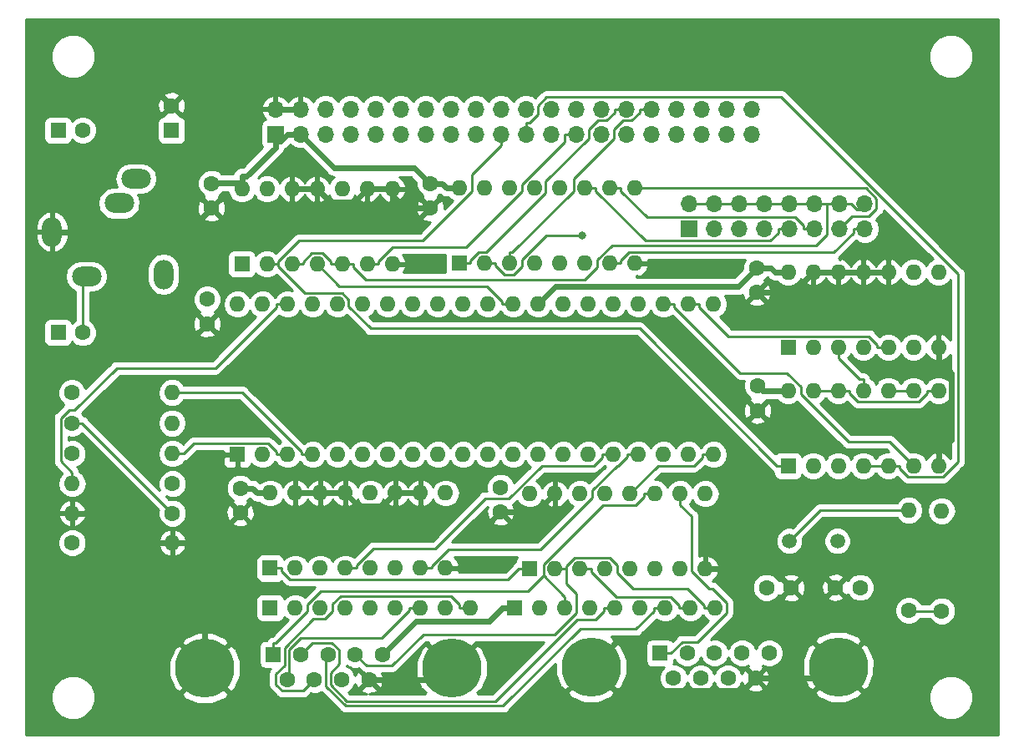
<source format=gtl>
G04 #@! TF.GenerationSoftware,KiCad,Pcbnew,(5.0.0-3-g5ebb6b6)*
G04 #@! TF.CreationDate,2019-09-07T20:20:40+09:00*
G04 #@! TF.ProjectId,KZ80-YM2149,4B5A38302D594D323134392E6B696361,rev?*
G04 #@! TF.SameCoordinates,Original*
G04 #@! TF.FileFunction,Copper,L1,Top,Signal*
G04 #@! TF.FilePolarity,Positive*
%FSLAX46Y46*%
G04 Gerber Fmt 4.6, Leading zero omitted, Abs format (unit mm)*
G04 Created by KiCad (PCBNEW (5.0.0-3-g5ebb6b6)) date *
%MOMM*%
%LPD*%
G01*
G04 APERTURE LIST*
G04 #@! TA.AperFunction,ComponentPad*
%ADD10R,1.600000X1.600000*%
G04 #@! TD*
G04 #@! TA.AperFunction,ComponentPad*
%ADD11C,1.600000*%
G04 #@! TD*
G04 #@! TA.AperFunction,ComponentPad*
%ADD12O,1.600000X1.600000*%
G04 #@! TD*
G04 #@! TA.AperFunction,ComponentPad*
%ADD13C,6.000000*%
G04 #@! TD*
G04 #@! TA.AperFunction,ComponentPad*
%ADD14C,1.500000*%
G04 #@! TD*
G04 #@! TA.AperFunction,ComponentPad*
%ADD15O,2.000000X3.000000*%
G04 #@! TD*
G04 #@! TA.AperFunction,ComponentPad*
%ADD16O,3.000000X2.000000*%
G04 #@! TD*
G04 #@! TA.AperFunction,ComponentPad*
%ADD17R,1.700000X1.700000*%
G04 #@! TD*
G04 #@! TA.AperFunction,ComponentPad*
%ADD18O,1.700000X1.700000*%
G04 #@! TD*
G04 #@! TA.AperFunction,ViaPad*
%ADD19C,0.800000*%
G04 #@! TD*
G04 #@! TA.AperFunction,Conductor*
%ADD20C,0.250000*%
G04 #@! TD*
G04 #@! TA.AperFunction,Conductor*
%ADD21C,0.600000*%
G04 #@! TD*
G04 #@! TA.AperFunction,Conductor*
%ADD22C,0.254000*%
G04 #@! TD*
G04 APERTURE END LIST*
D10*
G04 #@! TO.P,C12,1*
G04 #@! TO.N,VCC*
X105500000Y-62000000D03*
D11*
G04 #@! TO.P,C12,2*
G04 #@! TO.N,GND*
X105500000Y-59500000D03*
G04 #@! TD*
D12*
G04 #@! TO.P,RN1,9*
G04 #@! TO.N,Net-(J3-Pad4)*
X160620000Y-110440000D03*
G04 #@! TO.P,RN1,8*
G04 #@! TO.N,Net-(J5-Pad4)*
X158080000Y-110440000D03*
G04 #@! TO.P,RN1,7*
G04 #@! TO.N,Net-(J3-Pad3)*
X155540000Y-110440000D03*
G04 #@! TO.P,RN1,6*
G04 #@! TO.N,Net-(J5-Pad3)*
X153000000Y-110440000D03*
G04 #@! TO.P,RN1,5*
G04 #@! TO.N,Net-(J3-Pad2)*
X150460000Y-110440000D03*
G04 #@! TO.P,RN1,4*
G04 #@! TO.N,Net-(J5-Pad2)*
X147920000Y-110440000D03*
G04 #@! TO.P,RN1,3*
G04 #@! TO.N,Net-(J3-Pad1)*
X145380000Y-110440000D03*
G04 #@! TO.P,RN1,2*
G04 #@! TO.N,Net-(J5-Pad1)*
X142840000Y-110440000D03*
D10*
G04 #@! TO.P,RN1,1*
G04 #@! TO.N,VCC*
X140300000Y-110440000D03*
G04 #@! TD*
G04 #@! TO.P,RN2,1*
G04 #@! TO.N,VCC*
X115500000Y-110400000D03*
D12*
G04 #@! TO.P,RN2,2*
G04 #@! TO.N,N/C*
X118040000Y-110400000D03*
G04 #@! TO.P,RN2,3*
X120580000Y-110400000D03*
G04 #@! TO.P,RN2,4*
X123120000Y-110400000D03*
G04 #@! TO.P,RN2,5*
X125660000Y-110400000D03*
G04 #@! TO.P,RN2,6*
G04 #@! TO.N,Net-(J5-Pad6)*
X128200000Y-110400000D03*
G04 #@! TO.P,RN2,7*
G04 #@! TO.N,Net-(J3-Pad6)*
X130740000Y-110400000D03*
G04 #@! TO.P,RN2,8*
G04 #@! TO.N,Net-(J5-Pad7)*
X133280000Y-110400000D03*
G04 #@! TO.P,RN2,9*
G04 #@! TO.N,Net-(J3-Pad7)*
X135820000Y-110400000D03*
G04 #@! TD*
D11*
G04 #@! TO.P,J5,9*
G04 #@! TO.N,GND*
X164695000Y-117540000D03*
G04 #@! TO.P,J5,8*
G04 #@! TO.N,Net-(J5-Pad8)*
X161925000Y-117540000D03*
G04 #@! TO.P,J5,7*
G04 #@! TO.N,Net-(J5-Pad7)*
X159155000Y-117540000D03*
G04 #@! TO.P,J5,6*
G04 #@! TO.N,Net-(J5-Pad6)*
X156385000Y-117540000D03*
G04 #@! TO.P,J5,5*
G04 #@! TO.N,VCC*
X166080000Y-115000000D03*
G04 #@! TO.P,J5,4*
G04 #@! TO.N,Net-(J5-Pad4)*
X163310000Y-115000000D03*
G04 #@! TO.P,J5,3*
G04 #@! TO.N,Net-(J5-Pad3)*
X160540000Y-115000000D03*
G04 #@! TO.P,J5,2*
G04 #@! TO.N,Net-(J5-Pad2)*
X157770000Y-115000000D03*
D10*
G04 #@! TO.P,J5,1*
G04 #@! TO.N,Net-(J5-Pad1)*
X155000000Y-115000000D03*
D13*
G04 #@! TO.P,J5,0*
G04 #@! TO.N,GND*
X148050000Y-116410000D03*
X173080000Y-116410000D03*
G04 #@! TD*
D11*
G04 #@! TO.P,C9,2*
G04 #@! TO.N,GND*
X164910000Y-90410000D03*
G04 #@! TO.P,C9,1*
G04 #@! TO.N,VCC*
X164910000Y-87910000D03*
G04 #@! TD*
G04 #@! TO.P,C10,1*
G04 #@! TO.N,VCC*
X112460000Y-98290000D03*
G04 #@! TO.P,C10,2*
G04 #@! TO.N,GND*
X112460000Y-100790000D03*
G04 #@! TD*
D10*
G04 #@! TO.P,U7,1*
G04 #@! TO.N,Net-(U4-Pad1)*
X115500000Y-106400000D03*
D12*
G04 #@! TO.P,U7,9*
G04 #@! TO.N,N/C*
X133280000Y-98780000D03*
G04 #@! TO.P,U7,2*
G04 #@! TO.N,Net-(J3-Pad7)*
X118040000Y-106400000D03*
G04 #@! TO.P,U7,10*
G04 #@! TO.N,GND*
X130740000Y-98780000D03*
G04 #@! TO.P,U7,3*
G04 #@! TO.N,Net-(J5-Pad7)*
X120580000Y-106400000D03*
G04 #@! TO.P,U7,11*
G04 #@! TO.N,GND*
X128200000Y-98780000D03*
G04 #@! TO.P,U7,4*
G04 #@! TO.N,Net-(U6-Pad16)*
X123120000Y-106400000D03*
G04 #@! TO.P,U7,12*
G04 #@! TO.N,N/C*
X125660000Y-98780000D03*
G04 #@! TO.P,U7,5*
G04 #@! TO.N,Net-(J3-Pad6)*
X125660000Y-106400000D03*
G04 #@! TO.P,U7,13*
G04 #@! TO.N,GND*
X123120000Y-98780000D03*
G04 #@! TO.P,U7,6*
G04 #@! TO.N,Net-(J5-Pad6)*
X128200000Y-106400000D03*
G04 #@! TO.P,U7,14*
G04 #@! TO.N,GND*
X120580000Y-98780000D03*
G04 #@! TO.P,U7,7*
G04 #@! TO.N,Net-(U6-Pad17)*
X130740000Y-106400000D03*
G04 #@! TO.P,U7,15*
G04 #@! TO.N,GND*
X118040000Y-98780000D03*
G04 #@! TO.P,U7,8*
X133280000Y-106400000D03*
G04 #@! TO.P,U7,16*
G04 #@! TO.N,VCC*
X115500000Y-98780000D03*
G04 #@! TD*
G04 #@! TO.P,R8,2*
G04 #@! TO.N,Net-(C4-Pad1)*
X180230000Y-100520000D03*
D11*
G04 #@! TO.P,R8,1*
G04 #@! TO.N,Net-(R7-Pad1)*
X180230000Y-110680000D03*
G04 #@! TD*
G04 #@! TO.P,R7,1*
G04 #@! TO.N,Net-(R7-Pad1)*
X183550000Y-110730000D03*
D12*
G04 #@! TO.P,R7,2*
G04 #@! TO.N,Net-(C3-Pad1)*
X183550000Y-100570000D03*
G04 #@! TD*
D11*
G04 #@! TO.P,C7,1*
G04 #@! TO.N,VCC*
X109110000Y-79110000D03*
G04 #@! TO.P,C7,2*
G04 #@! TO.N,GND*
X109110000Y-81610000D03*
G04 #@! TD*
G04 #@! TO.P,C6,2*
G04 #@! TO.N,GND*
X131730000Y-69900000D03*
G04 #@! TO.P,C6,1*
G04 #@! TO.N,VCC*
X131730000Y-67400000D03*
G04 #@! TD*
G04 #@! TO.P,C5,1*
G04 #@! TO.N,VCC*
X109550000Y-67400000D03*
G04 #@! TO.P,C5,2*
G04 #@! TO.N,GND*
X109550000Y-69900000D03*
G04 #@! TD*
G04 #@! TO.P,C4,2*
G04 #@! TO.N,GND*
X168320000Y-108370000D03*
G04 #@! TO.P,C4,1*
G04 #@! TO.N,Net-(C4-Pad1)*
X165820000Y-108370000D03*
G04 #@! TD*
G04 #@! TO.P,C3,1*
G04 #@! TO.N,Net-(C3-Pad1)*
X175310000Y-108350000D03*
G04 #@! TO.P,C3,2*
G04 #@! TO.N,GND*
X172810000Y-108350000D03*
G04 #@! TD*
D14*
G04 #@! TO.P,Y1,1*
G04 #@! TO.N,Net-(C3-Pad1)*
X173000000Y-103635000D03*
G04 #@! TO.P,Y1,2*
G04 #@! TO.N,Net-(C4-Pad1)*
X168120000Y-103635000D03*
G04 #@! TD*
D12*
G04 #@! TO.P,U3,14*
G04 #@! TO.N,VCC*
X112625000Y-67945000D03*
G04 #@! TO.P,U3,7*
G04 #@! TO.N,GND*
X127865000Y-75565000D03*
G04 #@! TO.P,U3,13*
G04 #@! TO.N,N/C*
X115165000Y-67945000D03*
G04 #@! TO.P,U3,6*
G04 #@! TO.N,/A0*
X125325000Y-75565000D03*
G04 #@! TO.P,U3,12*
G04 #@! TO.N,GND*
X117705000Y-67945000D03*
G04 #@! TO.P,U3,5*
G04 #@! TO.N,Net-(J2-Pad10)*
X122785000Y-75565000D03*
G04 #@! TO.P,U3,11*
G04 #@! TO.N,GND*
X120245000Y-67945000D03*
G04 #@! TO.P,U3,4*
G04 #@! TO.N,Net-(U3-Pad4)*
X120245000Y-75565000D03*
G04 #@! TO.P,U3,10*
G04 #@! TO.N,N/C*
X122785000Y-67945000D03*
G04 #@! TO.P,U3,3*
G04 #@! TO.N,Net-(J2-Pad10)*
X117705000Y-75565000D03*
G04 #@! TO.P,U3,9*
G04 #@! TO.N,GND*
X125325000Y-67945000D03*
G04 #@! TO.P,U3,2*
G04 #@! TO.N,/~IOWR*
X115165000Y-75565000D03*
G04 #@! TO.P,U3,8*
G04 #@! TO.N,GND*
X127865000Y-67945000D03*
D10*
G04 #@! TO.P,U3,1*
G04 #@! TO.N,Net-(U3-Pad1)*
X112625000Y-75565000D03*
G04 #@! TD*
D12*
G04 #@! TO.P,R6,2*
G04 #@! TO.N,GND*
X105581300Y-103820000D03*
D11*
G04 #@! TO.P,R6,1*
G04 #@! TO.N,Net-(C2-Pad1)*
X95421300Y-103820000D03*
G04 #@! TD*
G04 #@! TO.P,R5,1*
G04 #@! TO.N,Net-(C1-Pad1)*
X105581000Y-100820000D03*
D12*
G04 #@! TO.P,R5,2*
G04 #@! TO.N,GND*
X95421000Y-100820000D03*
G04 #@! TD*
G04 #@! TO.P,R4,2*
G04 #@! TO.N,Net-(R4-Pad2)*
X95421000Y-97820000D03*
D11*
G04 #@! TO.P,R4,1*
G04 #@! TO.N,Net-(C2-Pad1)*
X105581000Y-97820000D03*
G04 #@! TD*
D12*
G04 #@! TO.P,R2,2*
G04 #@! TO.N,Net-(R2-Pad2)*
X105560000Y-91680000D03*
D11*
G04 #@! TO.P,R2,1*
G04 #@! TO.N,Net-(C1-Pad1)*
X95400000Y-91680000D03*
G04 #@! TD*
G04 #@! TO.P,R1,1*
G04 #@! TO.N,Net-(C1-Pad1)*
X95400000Y-88600000D03*
D12*
G04 #@! TO.P,R1,2*
G04 #@! TO.N,Net-(R1-Pad2)*
X105560000Y-88600000D03*
G04 #@! TD*
D10*
G04 #@! TO.P,C1,1*
G04 #@! TO.N,Net-(C1-Pad1)*
X94000000Y-62000000D03*
D11*
G04 #@! TO.P,C1,2*
G04 #@! TO.N,Net-(C1-Pad2)*
X96500000Y-62000000D03*
G04 #@! TD*
G04 #@! TO.P,C2,2*
G04 #@! TO.N,Net-(C2-Pad2)*
X96500000Y-82500000D03*
D10*
G04 #@! TO.P,C2,1*
G04 #@! TO.N,Net-(C2-Pad1)*
X94000000Y-82500000D03*
G04 #@! TD*
D11*
G04 #@! TO.P,C8,1*
G04 #@! TO.N,VCC*
X164820000Y-75940000D03*
G04 #@! TO.P,C8,2*
G04 #@! TO.N,GND*
X164820000Y-78440000D03*
G04 #@! TD*
G04 #@! TO.P,C11,2*
G04 #@! TO.N,GND*
X138860000Y-100700000D03*
G04 #@! TO.P,C11,1*
G04 #@! TO.N,VCC*
X138860000Y-98200000D03*
G04 #@! TD*
D15*
G04 #@! TO.P,J1,1*
G04 #@! TO.N,GND*
X93380000Y-72300000D03*
D16*
G04 #@! TO.P,J1,2*
G04 #@! TO.N,Net-(C1-Pad2)*
X101880000Y-66900000D03*
G04 #@! TO.P,J1,3*
G04 #@! TO.N,N/C*
X100180000Y-69400000D03*
D15*
G04 #@! TO.P,J1,4*
X104680000Y-76600000D03*
D16*
G04 #@! TO.P,J1,5*
G04 #@! TO.N,Net-(C2-Pad2)*
X96880000Y-76800000D03*
G04 #@! TD*
D17*
G04 #@! TO.P,J2,1*
G04 #@! TO.N,Net-(J2-Pad1)*
X158000000Y-72000000D03*
D18*
G04 #@! TO.P,J2,2*
G04 #@! TO.N,Net-(J2-Pad10)*
X158000000Y-69460000D03*
G04 #@! TO.P,J2,3*
G04 #@! TO.N,Net-(J2-Pad3)*
X160540000Y-72000000D03*
G04 #@! TO.P,J2,4*
G04 #@! TO.N,Net-(J2-Pad10)*
X160540000Y-69460000D03*
G04 #@! TO.P,J2,5*
G04 #@! TO.N,Net-(J2-Pad5)*
X163080000Y-72000000D03*
G04 #@! TO.P,J2,6*
G04 #@! TO.N,Net-(J2-Pad10)*
X163080000Y-69460000D03*
G04 #@! TO.P,J2,7*
G04 #@! TO.N,Net-(J2-Pad7)*
X165620000Y-72000000D03*
G04 #@! TO.P,J2,8*
G04 #@! TO.N,Net-(J2-Pad10)*
X165620000Y-69460000D03*
G04 #@! TO.P,J2,9*
G04 #@! TO.N,Net-(J2-Pad9)*
X168160000Y-72000000D03*
G04 #@! TO.P,J2,10*
G04 #@! TO.N,Net-(J2-Pad10)*
X168160000Y-69460000D03*
G04 #@! TO.P,J2,11*
G04 #@! TO.N,Net-(J2-Pad11)*
X170700000Y-72000000D03*
G04 #@! TO.P,J2,12*
G04 #@! TO.N,Net-(J2-Pad10)*
X170700000Y-69460000D03*
G04 #@! TO.P,J2,13*
G04 #@! TO.N,Net-(J2-Pad13)*
X173240000Y-72000000D03*
G04 #@! TO.P,J2,14*
G04 #@! TO.N,Net-(J2-Pad10)*
X173240000Y-69460000D03*
G04 #@! TO.P,J2,15*
G04 #@! TO.N,Net-(J2-Pad15)*
X175780000Y-72000000D03*
G04 #@! TO.P,J2,16*
G04 #@! TO.N,Net-(J2-Pad10)*
X175780000Y-69460000D03*
G04 #@! TD*
D13*
G04 #@! TO.P,J3,0*
G04 #@! TO.N,GND*
X133900000Y-116550000D03*
X108870000Y-116550000D03*
D10*
G04 #@! TO.P,J3,1*
G04 #@! TO.N,Net-(J3-Pad1)*
X115820000Y-115140000D03*
D11*
G04 #@! TO.P,J3,2*
G04 #@! TO.N,Net-(J3-Pad2)*
X118590000Y-115140000D03*
G04 #@! TO.P,J3,3*
G04 #@! TO.N,Net-(J3-Pad3)*
X121360000Y-115140000D03*
G04 #@! TO.P,J3,4*
G04 #@! TO.N,Net-(J3-Pad4)*
X124130000Y-115140000D03*
G04 #@! TO.P,J3,5*
G04 #@! TO.N,VCC*
X126900000Y-115140000D03*
G04 #@! TO.P,J3,6*
G04 #@! TO.N,Net-(J3-Pad6)*
X117205000Y-117680000D03*
G04 #@! TO.P,J3,7*
G04 #@! TO.N,Net-(J3-Pad7)*
X119975000Y-117680000D03*
G04 #@! TO.P,J3,8*
G04 #@! TO.N,Net-(J3-Pad8)*
X122745000Y-117680000D03*
G04 #@! TO.P,J3,9*
G04 #@! TO.N,GND*
X125515000Y-117680000D03*
G04 #@! TD*
D17*
G04 #@! TO.P,J4,1*
G04 #@! TO.N,VCC*
X116030000Y-62380000D03*
D18*
G04 #@! TO.P,J4,2*
G04 #@! TO.N,GND*
X116030000Y-59840000D03*
G04 #@! TO.P,J4,3*
G04 #@! TO.N,VCC*
X118570000Y-62380000D03*
G04 #@! TO.P,J4,4*
G04 #@! TO.N,GND*
X118570000Y-59840000D03*
G04 #@! TO.P,J4,5*
G04 #@! TO.N,N/C*
X121110000Y-62380000D03*
G04 #@! TO.P,J4,6*
X121110000Y-59840000D03*
G04 #@! TO.P,J4,7*
X123650000Y-62380000D03*
G04 #@! TO.P,J4,8*
X123650000Y-59840000D03*
G04 #@! TO.P,J4,9*
G04 #@! TO.N,D0*
X126190000Y-62380000D03*
G04 #@! TO.P,J4,10*
G04 #@! TO.N,D1*
X126190000Y-59840000D03*
G04 #@! TO.P,J4,11*
G04 #@! TO.N,D2*
X128730000Y-62380000D03*
G04 #@! TO.P,J4,12*
G04 #@! TO.N,D3*
X128730000Y-59840000D03*
G04 #@! TO.P,J4,13*
G04 #@! TO.N,D4*
X131270000Y-62380000D03*
G04 #@! TO.P,J4,14*
G04 #@! TO.N,D5*
X131270000Y-59840000D03*
G04 #@! TO.P,J4,15*
G04 #@! TO.N,D6*
X133810000Y-62380000D03*
G04 #@! TO.P,J4,16*
G04 #@! TO.N,D7*
X133810000Y-59840000D03*
G04 #@! TO.P,J4,17*
G04 #@! TO.N,/~IORD*
X136350000Y-62380000D03*
G04 #@! TO.P,J4,18*
G04 #@! TO.N,N/C*
X136350000Y-59840000D03*
G04 #@! TO.P,J4,19*
G04 #@! TO.N,/~IOWR*
X138890000Y-62380000D03*
G04 #@! TO.P,J4,20*
G04 #@! TO.N,N/C*
X138890000Y-59840000D03*
G04 #@! TO.P,J4,21*
G04 #@! TO.N,/RES*
X141430000Y-62380000D03*
G04 #@! TO.P,J4,22*
G04 #@! TO.N,N/C*
X141430000Y-59840000D03*
G04 #@! TO.P,J4,23*
X143970000Y-62380000D03*
G04 #@! TO.P,J4,24*
X143970000Y-59840000D03*
G04 #@! TO.P,J4,25*
G04 #@! TO.N,/A0*
X146510000Y-62380000D03*
G04 #@! TO.P,J4,26*
G04 #@! TO.N,N/C*
X146510000Y-59840000D03*
G04 #@! TO.P,J4,27*
X149050000Y-62380000D03*
G04 #@! TO.P,J4,28*
G04 #@! TO.N,/A3*
X149050000Y-59840000D03*
G04 #@! TO.P,J4,29*
G04 #@! TO.N,/A4*
X151590000Y-62380000D03*
G04 #@! TO.P,J4,30*
G04 #@! TO.N,/A5*
X151590000Y-59840000D03*
G04 #@! TO.P,J4,31*
G04 #@! TO.N,/A6*
X154130000Y-62380000D03*
G04 #@! TO.P,J4,32*
G04 #@! TO.N,/A7*
X154130000Y-59840000D03*
G04 #@! TO.P,J4,33*
G04 #@! TO.N,N/C*
X156670000Y-62380000D03*
G04 #@! TO.P,J4,34*
X156670000Y-59840000D03*
G04 #@! TO.P,J4,35*
X159210000Y-62380000D03*
G04 #@! TO.P,J4,36*
X159210000Y-59840000D03*
G04 #@! TO.P,J4,37*
X161750000Y-62380000D03*
G04 #@! TO.P,J4,38*
X161750000Y-59840000D03*
G04 #@! TO.P,J4,39*
X164290000Y-62380000D03*
G04 #@! TO.P,J4,40*
X164290000Y-59840000D03*
G04 #@! TD*
D11*
G04 #@! TO.P,R3,1*
G04 #@! TO.N,Net-(C2-Pad1)*
X95420000Y-94790000D03*
D12*
G04 #@! TO.P,R3,2*
G04 #@! TO.N,Net-(R2-Pad2)*
X105580000Y-94790000D03*
G04 #@! TD*
D10*
G04 #@! TO.P,U1,1*
G04 #@! TO.N,/A5*
X134680000Y-75480000D03*
D12*
G04 #@! TO.P,U1,9*
G04 #@! TO.N,Net-(J2-Pad13)*
X152460000Y-67860000D03*
G04 #@! TO.P,U1,2*
G04 #@! TO.N,/A6*
X137220000Y-75480000D03*
G04 #@! TO.P,U1,10*
G04 #@! TO.N,Net-(J2-Pad11)*
X149920000Y-67860000D03*
G04 #@! TO.P,U1,3*
G04 #@! TO.N,/A7*
X139760000Y-75480000D03*
G04 #@! TO.P,U1,11*
G04 #@! TO.N,Net-(J2-Pad9)*
X147380000Y-67860000D03*
G04 #@! TO.P,U1,4*
G04 #@! TO.N,/A3*
X142300000Y-75480000D03*
G04 #@! TO.P,U1,12*
G04 #@! TO.N,Net-(J2-Pad7)*
X144840000Y-67860000D03*
G04 #@! TO.P,U1,5*
G04 #@! TO.N,/A4*
X144840000Y-75480000D03*
G04 #@! TO.P,U1,13*
G04 #@! TO.N,Net-(J2-Pad5)*
X142300000Y-67860000D03*
G04 #@! TO.P,U1,6*
G04 #@! TO.N,Net-(U1-Pad6)*
X147380000Y-75480000D03*
G04 #@! TO.P,U1,14*
G04 #@! TO.N,Net-(J2-Pad3)*
X139760000Y-67860000D03*
G04 #@! TO.P,U1,7*
G04 #@! TO.N,Net-(J2-Pad15)*
X149920000Y-75480000D03*
G04 #@! TO.P,U1,15*
G04 #@! TO.N,Net-(J2-Pad1)*
X137220000Y-67860000D03*
G04 #@! TO.P,U1,8*
G04 #@! TO.N,GND*
X152460000Y-75480000D03*
G04 #@! TO.P,U1,16*
G04 #@! TO.N,VCC*
X134680000Y-67860000D03*
G04 #@! TD*
G04 #@! TO.P,U2,14*
G04 #@! TO.N,VCC*
X168000000Y-88380000D03*
G04 #@! TO.P,U2,7*
G04 #@! TO.N,GND*
X183240000Y-96000000D03*
G04 #@! TO.P,U2,13*
G04 #@! TO.N,Net-(R7-Pad1)*
X170540000Y-88380000D03*
G04 #@! TO.P,U2,6*
G04 #@! TO.N,Net-(U2-Pad6)*
X180700000Y-96000000D03*
G04 #@! TO.P,U2,12*
G04 #@! TO.N,Net-(R7-Pad1)*
X173080000Y-88380000D03*
G04 #@! TO.P,U2,5*
G04 #@! TO.N,/RES*
X178160000Y-96000000D03*
G04 #@! TO.P,U2,11*
G04 #@! TO.N,Net-(U2-Pad11)*
X175620000Y-88380000D03*
G04 #@! TO.P,U2,4*
G04 #@! TO.N,/RES*
X175620000Y-96000000D03*
G04 #@! TO.P,U2,10*
G04 #@! TO.N,Net-(C3-Pad1)*
X178160000Y-88380000D03*
G04 #@! TO.P,U2,3*
G04 #@! TO.N,Net-(U1-Pad6)*
X173080000Y-96000000D03*
G04 #@! TO.P,U2,9*
G04 #@! TO.N,Net-(C3-Pad1)*
X180700000Y-88380000D03*
G04 #@! TO.P,U2,2*
G04 #@! TO.N,/~IORD*
X170540000Y-96000000D03*
G04 #@! TO.P,U2,8*
G04 #@! TO.N,Net-(R7-Pad1)*
X183240000Y-88380000D03*
D10*
G04 #@! TO.P,U2,1*
G04 #@! TO.N,/~IOWR*
X168000000Y-96000000D03*
G04 #@! TD*
D12*
G04 #@! TO.P,U4,16*
G04 #@! TO.N,VCC*
X141810000Y-98850000D03*
G04 #@! TO.P,U4,8*
G04 #@! TO.N,GND*
X159590000Y-106470000D03*
G04 #@! TO.P,U4,15*
X144350000Y-98850000D03*
G04 #@! TO.P,U4,7*
G04 #@! TO.N,Net-(U4-Pad7)*
X157050000Y-106470000D03*
G04 #@! TO.P,U4,14*
G04 #@! TO.N,Net-(J3-Pad2)*
X146890000Y-98850000D03*
G04 #@! TO.P,U4,6*
G04 #@! TO.N,Net-(J5-Pad3)*
X154510000Y-106470000D03*
G04 #@! TO.P,U4,13*
G04 #@! TO.N,Net-(J5-Pad2)*
X149430000Y-98850000D03*
G04 #@! TO.P,U4,5*
G04 #@! TO.N,Net-(J3-Pad3)*
X151970000Y-106470000D03*
G04 #@! TO.P,U4,12*
G04 #@! TO.N,Net-(U4-Pad12)*
X151970000Y-98850000D03*
G04 #@! TO.P,U4,4*
G04 #@! TO.N,Net-(U4-Pad4)*
X149430000Y-106470000D03*
G04 #@! TO.P,U4,11*
G04 #@! TO.N,Net-(J3-Pad1)*
X154510000Y-98850000D03*
G04 #@! TO.P,U4,3*
G04 #@! TO.N,Net-(J5-Pad4)*
X146890000Y-106470000D03*
G04 #@! TO.P,U4,10*
G04 #@! TO.N,Net-(J5-Pad1)*
X157050000Y-98850000D03*
G04 #@! TO.P,U4,2*
G04 #@! TO.N,Net-(J3-Pad4)*
X144350000Y-106470000D03*
G04 #@! TO.P,U4,9*
G04 #@! TO.N,Net-(U4-Pad9)*
X159590000Y-98850000D03*
D10*
G04 #@! TO.P,U4,1*
G04 #@! TO.N,Net-(U4-Pad1)*
X141810000Y-106470000D03*
G04 #@! TD*
G04 #@! TO.P,U5,1*
G04 #@! TO.N,VCC*
X168000000Y-84000000D03*
D12*
G04 #@! TO.P,U5,8*
G04 #@! TO.N,N/C*
X183240000Y-76380000D03*
G04 #@! TO.P,U5,2*
G04 #@! TO.N,Net-(U5-Pad2)*
X170540000Y-84000000D03*
G04 #@! TO.P,U5,9*
G04 #@! TO.N,N/C*
X180700000Y-76380000D03*
G04 #@! TO.P,U5,3*
G04 #@! TO.N,Net-(U2-Pad11)*
X173080000Y-84000000D03*
G04 #@! TO.P,U5,10*
G04 #@! TO.N,GND*
X178160000Y-76380000D03*
G04 #@! TO.P,U5,4*
G04 #@! TO.N,VCC*
X175620000Y-84000000D03*
G04 #@! TO.P,U5,11*
G04 #@! TO.N,GND*
X175620000Y-76380000D03*
G04 #@! TO.P,U5,5*
G04 #@! TO.N,Net-(U5-Pad5)*
X178160000Y-84000000D03*
G04 #@! TO.P,U5,12*
G04 #@! TO.N,GND*
X173080000Y-76380000D03*
G04 #@! TO.P,U5,6*
G04 #@! TO.N,Net-(U5-Pad2)*
X180700000Y-84000000D03*
G04 #@! TO.P,U5,13*
G04 #@! TO.N,GND*
X170540000Y-76380000D03*
G04 #@! TO.P,U5,7*
X183240000Y-84000000D03*
G04 #@! TO.P,U5,14*
G04 #@! TO.N,VCC*
X168000000Y-76380000D03*
G04 #@! TD*
D10*
G04 #@! TO.P,U6,1*
G04 #@! TO.N,GND*
X112170000Y-94870000D03*
D12*
G04 #@! TO.P,U6,21*
G04 #@! TO.N,Net-(U4-Pad9)*
X160430000Y-79630000D03*
G04 #@! TO.P,U6,2*
G04 #@! TO.N,N/C*
X114710000Y-94870000D03*
G04 #@! TO.P,U6,22*
G04 #@! TO.N,Net-(U5-Pad5)*
X157890000Y-79630000D03*
G04 #@! TO.P,U6,3*
G04 #@! TO.N,Net-(R2-Pad2)*
X117250000Y-94870000D03*
G04 #@! TO.P,U6,23*
G04 #@! TO.N,Net-(U2-Pad6)*
X155350000Y-79630000D03*
G04 #@! TO.P,U6,4*
G04 #@! TO.N,Net-(R1-Pad2)*
X119790000Y-94870000D03*
G04 #@! TO.P,U6,24*
G04 #@! TO.N,N/C*
X152810000Y-79630000D03*
G04 #@! TO.P,U6,5*
X122330000Y-94870000D03*
G04 #@! TO.P,U6,25*
X150270000Y-79630000D03*
G04 #@! TO.P,U6,6*
X124870000Y-94870000D03*
G04 #@! TO.P,U6,26*
X147730000Y-79630000D03*
G04 #@! TO.P,U6,7*
G04 #@! TO.N,Net-(U4-Pad1)*
X127410000Y-94870000D03*
G04 #@! TO.P,U6,27*
G04 #@! TO.N,Net-(U3-Pad1)*
X145190000Y-79630000D03*
G04 #@! TO.P,U6,8*
G04 #@! TO.N,Net-(J5-Pad8)*
X129950000Y-94870000D03*
G04 #@! TO.P,U6,28*
G04 #@! TO.N,VCC*
X142650000Y-79630000D03*
G04 #@! TO.P,U6,9*
G04 #@! TO.N,Net-(J3-Pad8)*
X132490000Y-94870000D03*
G04 #@! TO.P,U6,29*
G04 #@! TO.N,Net-(U3-Pad4)*
X140110000Y-79630000D03*
G04 #@! TO.P,U6,10*
G04 #@! TO.N,N/C*
X135030000Y-94870000D03*
G04 #@! TO.P,U6,30*
G04 #@! TO.N,D7*
X137570000Y-79630000D03*
G04 #@! TO.P,U6,11*
G04 #@! TO.N,N/C*
X137570000Y-94870000D03*
G04 #@! TO.P,U6,31*
G04 #@! TO.N,D6*
X135030000Y-79630000D03*
G04 #@! TO.P,U6,12*
G04 #@! TO.N,N/C*
X140110000Y-94870000D03*
G04 #@! TO.P,U6,32*
G04 #@! TO.N,D5*
X132490000Y-79630000D03*
G04 #@! TO.P,U6,13*
G04 #@! TO.N,N/C*
X142650000Y-94870000D03*
G04 #@! TO.P,U6,33*
G04 #@! TO.N,D4*
X129950000Y-79630000D03*
G04 #@! TO.P,U6,14*
G04 #@! TO.N,N/C*
X145190000Y-94870000D03*
G04 #@! TO.P,U6,34*
G04 #@! TO.N,D3*
X127410000Y-79630000D03*
G04 #@! TO.P,U6,15*
G04 #@! TO.N,N/C*
X147730000Y-94870000D03*
G04 #@! TO.P,U6,35*
G04 #@! TO.N,D2*
X124870000Y-79630000D03*
G04 #@! TO.P,U6,16*
G04 #@! TO.N,Net-(U6-Pad16)*
X150270000Y-94870000D03*
G04 #@! TO.P,U6,36*
G04 #@! TO.N,D1*
X122330000Y-79630000D03*
G04 #@! TO.P,U6,17*
G04 #@! TO.N,Net-(U6-Pad17)*
X152810000Y-94870000D03*
G04 #@! TO.P,U6,37*
G04 #@! TO.N,D0*
X119790000Y-79630000D03*
G04 #@! TO.P,U6,18*
G04 #@! TO.N,Net-(U4-Pad4)*
X155350000Y-94870000D03*
G04 #@! TO.P,U6,38*
G04 #@! TO.N,Net-(R4-Pad2)*
X117250000Y-79630000D03*
G04 #@! TO.P,U6,19*
G04 #@! TO.N,Net-(U4-Pad7)*
X157890000Y-94870000D03*
G04 #@! TO.P,U6,39*
G04 #@! TO.N,N/C*
X114710000Y-79630000D03*
G04 #@! TO.P,U6,20*
G04 #@! TO.N,Net-(U4-Pad12)*
X160430000Y-94870000D03*
G04 #@! TO.P,U6,40*
G04 #@! TO.N,VCC*
X112170000Y-79630000D03*
G04 #@! TD*
D19*
G04 #@! TO.N,/A6*
X147098000Y-72680400D03*
G04 #@! TD*
D20*
G04 #@! TO.N,Net-(C1-Pad1)*
X105581000Y-100820000D02*
X96441000Y-91680000D01*
X96441000Y-91680000D02*
X95400000Y-91680000D01*
D21*
G04 #@! TO.N,GND*
X183240000Y-84000000D02*
X183240000Y-85300300D01*
X183240000Y-96000000D02*
X183240000Y-94699700D01*
X183240000Y-94699700D02*
X184540300Y-93399400D01*
X184540300Y-93399400D02*
X184540300Y-86600600D01*
X184540300Y-86600600D02*
X183240000Y-85300300D01*
X133900000Y-116550000D02*
X132770000Y-117680000D01*
X132770000Y-117680000D02*
X125515000Y-117680000D01*
X107150000Y-72300000D02*
X109550000Y-69900000D01*
X93380000Y-72300000D02*
X107150000Y-72300000D01*
X109110000Y-81610000D02*
X107150000Y-79650000D01*
X107150000Y-79650000D02*
X107150000Y-72300000D01*
X148050000Y-116410000D02*
X150480600Y-118840600D01*
X150480600Y-118840600D02*
X163394400Y-118840600D01*
X163394400Y-118840600D02*
X164695000Y-117540000D01*
X138860000Y-100700000D02*
X142500000Y-100700000D01*
X142500000Y-100700000D02*
X144350000Y-98850000D01*
X123120000Y-98780000D02*
X124423200Y-100083200D01*
X124423200Y-100083200D02*
X126896800Y-100083200D01*
X126896800Y-100083200D02*
X128200000Y-98780000D01*
X120580000Y-98780000D02*
X123120000Y-98780000D01*
X164695000Y-117540000D02*
X171950000Y-117540000D01*
X171950000Y-117540000D02*
X173080000Y-116410000D01*
X168320000Y-108370000D02*
X166420000Y-106470000D01*
X166420000Y-106470000D02*
X159590000Y-106470000D01*
X95421000Y-100820000D02*
X96721300Y-100820000D01*
X105581300Y-103820000D02*
X99721300Y-103820000D01*
X99721300Y-103820000D02*
X96721300Y-100820000D01*
X108870000Y-103820000D02*
X105581300Y-103820000D01*
X175620000Y-76380000D02*
X173080000Y-76380000D01*
X178160000Y-76380000D02*
X175620000Y-76380000D01*
X170540000Y-76380000D02*
X168480000Y-78440000D01*
X168480000Y-78440000D02*
X164820000Y-78440000D01*
X116030000Y-59840000D02*
X118570000Y-59840000D01*
X170540000Y-76380000D02*
X173080000Y-76380000D01*
X127214900Y-67945000D02*
X129169900Y-69900000D01*
X129169900Y-69900000D02*
X131730000Y-69900000D01*
X127214900Y-67945000D02*
X126564700Y-67945000D01*
X127865000Y-67945000D02*
X127214900Y-67945000D01*
X112460000Y-100790000D02*
X109430000Y-103820000D01*
X109430000Y-103820000D02*
X108870000Y-103820000D01*
X108870000Y-116550000D02*
X108870000Y-103820000D01*
X128200000Y-98780000D02*
X129439700Y-98780000D01*
X130740000Y-98780000D02*
X129439700Y-98780000D01*
X125325000Y-67945000D02*
X126564700Y-67945000D01*
X120245000Y-67945000D02*
X121564800Y-69264800D01*
X121564800Y-69264800D02*
X124005200Y-69264800D01*
X124005200Y-69264800D02*
X125325000Y-67945000D01*
X117705000Y-67945000D02*
X118944700Y-67945000D01*
X120245000Y-67945000D02*
X118944700Y-67945000D01*
X118040000Y-98780000D02*
X120580000Y-98780000D01*
G04 #@! TO.N,VCC*
X142650000Y-79630000D02*
X144442000Y-77838000D01*
X144442000Y-77838000D02*
X162922000Y-77838000D01*
X162922000Y-77838000D02*
X164820000Y-75940000D01*
X115500000Y-98780000D02*
X114199700Y-98780000D01*
X112460000Y-98290000D02*
X113709700Y-98290000D01*
X113709700Y-98290000D02*
X114199700Y-98780000D01*
X168000000Y-88380000D02*
X165380000Y-88380000D01*
X165380000Y-88380000D02*
X164910000Y-87910000D01*
X112625000Y-67294800D02*
X109655200Y-67294800D01*
X109655200Y-67294800D02*
X109550000Y-67400000D01*
X112625000Y-67294800D02*
X112625000Y-66644700D01*
X112625000Y-67945000D02*
X112625000Y-67294800D01*
X118570000Y-62380000D02*
X117219700Y-62380000D01*
X116030000Y-63055100D02*
X116544600Y-63055100D01*
X116544600Y-63055100D02*
X117219700Y-62380000D01*
X116030000Y-63055100D02*
X116030000Y-63730300D01*
X116030000Y-62380000D02*
X116030000Y-63055100D01*
X112625000Y-66644700D02*
X113115600Y-66644700D01*
X113115600Y-66644700D02*
X116030000Y-63730300D01*
X140300000Y-110440000D02*
X138999700Y-110440000D01*
X126900000Y-115140000D02*
X130299700Y-111740300D01*
X130299700Y-111740300D02*
X137699400Y-111740300D01*
X137699400Y-111740300D02*
X138999700Y-110440000D01*
X118570000Y-62380000D02*
X121985900Y-65795900D01*
X121985900Y-65795900D02*
X130125900Y-65795900D01*
X130125900Y-65795900D02*
X131730000Y-67400000D01*
X131730000Y-67400000D02*
X132919700Y-67400000D01*
X132919700Y-67400000D02*
X133379700Y-67860000D01*
X134680000Y-67860000D02*
X133379700Y-67860000D01*
X168000000Y-76380000D02*
X166699700Y-76380000D01*
X166699700Y-76380000D02*
X166259700Y-75940000D01*
X166259700Y-75940000D02*
X164820000Y-75940000D01*
D20*
G04 #@! TO.N,Net-(U3-Pad4)*
X140110000Y-79630000D02*
X138984700Y-79630000D01*
X138984700Y-79630000D02*
X138984700Y-79348700D01*
X138984700Y-79348700D02*
X137452500Y-77816500D01*
X137452500Y-77816500D02*
X122496500Y-77816500D01*
X122496500Y-77816500D02*
X120245000Y-75565000D01*
G04 #@! TO.N,/A5*
X134680000Y-75480000D02*
X135805300Y-75480000D01*
X151590000Y-59840000D02*
X150414700Y-59840000D01*
X150414700Y-59840000D02*
X150414700Y-60207400D01*
X150414700Y-60207400D02*
X149606800Y-61015300D01*
X149606800Y-61015300D02*
X148713700Y-61015300D01*
X148713700Y-61015300D02*
X147780000Y-61949000D01*
X147780000Y-61949000D02*
X147780000Y-62842700D01*
X147780000Y-62842700D02*
X143425400Y-67197300D01*
X143425400Y-67197300D02*
X143425400Y-68331000D01*
X143425400Y-68331000D02*
X137401700Y-74354700D01*
X137401700Y-74354700D02*
X136649200Y-74354700D01*
X136649200Y-74354700D02*
X135805300Y-75198600D01*
X135805300Y-75198600D02*
X135805300Y-75480000D01*
G04 #@! TO.N,/A6*
X138345300Y-75480000D02*
X138345300Y-75715300D01*
X138345300Y-75715300D02*
X139264000Y-76634000D01*
X139264000Y-76634000D02*
X140221400Y-76634000D01*
X140221400Y-76634000D02*
X141030000Y-75825400D01*
X141030000Y-75825400D02*
X141030000Y-75152500D01*
X141030000Y-75152500D02*
X143502100Y-72680400D01*
X143502100Y-72680400D02*
X147098000Y-72680400D01*
X137220000Y-75480000D02*
X138345300Y-75480000D01*
G04 #@! TO.N,/A7*
X139760000Y-75480000D02*
X139760000Y-74354700D01*
X154130000Y-59840000D02*
X152954700Y-59840000D01*
X152954700Y-59840000D02*
X152954700Y-60207400D01*
X152954700Y-60207400D02*
X152146800Y-61015300D01*
X152146800Y-61015300D02*
X151253700Y-61015300D01*
X151253700Y-61015300D02*
X150320000Y-61949000D01*
X150320000Y-61949000D02*
X150320000Y-62811000D01*
X150320000Y-62811000D02*
X146254600Y-66876400D01*
X146254600Y-66876400D02*
X146254600Y-68141400D01*
X146254600Y-68141400D02*
X140041300Y-74354700D01*
X140041300Y-74354700D02*
X139760000Y-74354700D01*
G04 #@! TO.N,/~IOWR*
X168000000Y-96000000D02*
X166874700Y-96000000D01*
X166874700Y-96000000D02*
X152964500Y-82089800D01*
X152964500Y-82089800D02*
X125677900Y-82089800D01*
X125677900Y-82089800D02*
X123455300Y-79867200D01*
X123455300Y-79867200D02*
X123455300Y-79163800D01*
X123455300Y-79163800D02*
X122796100Y-78504600D01*
X122796100Y-78504600D02*
X119040400Y-78504600D01*
X119040400Y-78504600D02*
X116290300Y-75754500D01*
X116290300Y-75754500D02*
X116290300Y-75565000D01*
X115165000Y-75565000D02*
X116290300Y-75565000D01*
X138890000Y-62380000D02*
X138890000Y-63555300D01*
X138890000Y-63555300D02*
X135950000Y-66495300D01*
X135950000Y-66495300D02*
X135950000Y-68202800D01*
X135950000Y-68202800D02*
X130983200Y-73169600D01*
X130983200Y-73169600D02*
X118404400Y-73169600D01*
X118404400Y-73169600D02*
X116290300Y-75283700D01*
X116290300Y-75283700D02*
X116290300Y-75565000D01*
G04 #@! TO.N,/RES*
X178160000Y-96000000D02*
X175620000Y-96000000D01*
X178722700Y-96000000D02*
X178160000Y-96000000D01*
X178722700Y-96000000D02*
X179285300Y-96000000D01*
X179285300Y-96000000D02*
X179285300Y-96281400D01*
X179285300Y-96281400D02*
X180129200Y-97125300D01*
X180129200Y-97125300D02*
X183711300Y-97125300D01*
X183711300Y-97125300D02*
X185205200Y-95631400D01*
X185205200Y-95631400D02*
X185205200Y-76514800D01*
X185205200Y-76514800D02*
X167298600Y-58608200D01*
X167298600Y-58608200D02*
X143520500Y-58608200D01*
X143520500Y-58608200D02*
X142605300Y-59523400D01*
X142605300Y-59523400D02*
X142605300Y-60396800D01*
X142605300Y-60396800D02*
X141797400Y-61204700D01*
X141797400Y-61204700D02*
X141430000Y-61204700D01*
X141430000Y-62380000D02*
X141430000Y-61204700D01*
G04 #@! TO.N,/A0*
X125325000Y-75565000D02*
X126450300Y-75565000D01*
X146510000Y-62380000D02*
X145334700Y-62380000D01*
X145334700Y-62380000D02*
X145334700Y-63194700D01*
X145334700Y-63194700D02*
X141030000Y-67499400D01*
X141030000Y-67499400D02*
X141030000Y-68189800D01*
X141030000Y-68189800D02*
X135349300Y-73870500D01*
X135349300Y-73870500D02*
X127863500Y-73870500D01*
X127863500Y-73870500D02*
X126450300Y-75283700D01*
X126450300Y-75283700D02*
X126450300Y-75565000D01*
G04 #@! TO.N,Net-(J3-Pad6)*
X130740000Y-110400000D02*
X129614700Y-110400000D01*
X117205000Y-117680000D02*
X117395800Y-117489200D01*
X117395800Y-117489200D02*
X117395800Y-114673400D01*
X117395800Y-114673400D02*
X118584000Y-113485200D01*
X118584000Y-113485200D02*
X126810800Y-113485200D01*
X126810800Y-113485200D02*
X129614700Y-110681300D01*
X129614700Y-110681300D02*
X129614700Y-110400000D01*
G04 #@! TO.N,Net-(J3-Pad7)*
X135820000Y-110400000D02*
X134694700Y-110400000D01*
X119975000Y-117680000D02*
X118832700Y-118822300D01*
X118832700Y-118822300D02*
X116723000Y-118822300D01*
X116723000Y-118822300D02*
X116079500Y-118178800D01*
X116079500Y-118178800D02*
X116079500Y-117106700D01*
X116079500Y-117106700D02*
X116945400Y-116240800D01*
X116945400Y-116240800D02*
X116945400Y-114486900D01*
X116945400Y-114486900D02*
X119890700Y-111541600D01*
X119890700Y-111541600D02*
X121030000Y-111541600D01*
X121030000Y-111541600D02*
X121850000Y-110721600D01*
X121850000Y-110721600D02*
X121850000Y-110010000D01*
X121850000Y-110010000D02*
X122629900Y-109230100D01*
X122629900Y-109230100D02*
X133806100Y-109230100D01*
X133806100Y-109230100D02*
X134694700Y-110118700D01*
X134694700Y-110118700D02*
X134694700Y-110400000D01*
G04 #@! TO.N,Net-(C3-Pad1)*
X180700000Y-88380000D02*
X178160000Y-88380000D01*
G04 #@! TO.N,Net-(J5-Pad4)*
X158080000Y-110440000D02*
X156954700Y-110440000D01*
X146890000Y-106470000D02*
X148015300Y-106470000D01*
X148015300Y-106470000D02*
X148015300Y-106751300D01*
X148015300Y-106751300D02*
X150578700Y-109314700D01*
X150578700Y-109314700D02*
X156110800Y-109314700D01*
X156110800Y-109314700D02*
X156954700Y-110158600D01*
X156954700Y-110158600D02*
X156954700Y-110440000D01*
G04 #@! TO.N,Net-(J5-Pad1)*
X155000000Y-115000000D02*
X156125300Y-115000000D01*
X157050000Y-98850000D02*
X157050000Y-99975300D01*
X157050000Y-99975300D02*
X158175300Y-101100600D01*
X158175300Y-101100600D02*
X158175300Y-106659200D01*
X158175300Y-106659200D02*
X159984700Y-108468600D01*
X159984700Y-108468600D02*
X160314800Y-108468600D01*
X160314800Y-108468600D02*
X161758400Y-109912200D01*
X161758400Y-109912200D02*
X161758400Y-110936400D01*
X161758400Y-110936400D02*
X158820100Y-113874700D01*
X158820100Y-113874700D02*
X157250600Y-113874700D01*
X157250600Y-113874700D02*
X156125300Y-115000000D01*
G04 #@! TO.N,Net-(C2-Pad2)*
X96880000Y-76800000D02*
X96500000Y-77180000D01*
X96500000Y-77180000D02*
X96500000Y-82500000D01*
G04 #@! TO.N,Net-(C4-Pad1)*
X180230000Y-100520000D02*
X171235000Y-100520000D01*
X171235000Y-100520000D02*
X168120000Y-103635000D01*
G04 #@! TO.N,Net-(J2-Pad10)*
X171896200Y-69460000D02*
X171896200Y-72545200D01*
X171896200Y-72545200D02*
X170788800Y-73652600D01*
X170788800Y-73652600D02*
X150149900Y-73652600D01*
X150149900Y-73652600D02*
X148650000Y-75152500D01*
X148650000Y-75152500D02*
X148650000Y-75879000D01*
X148650000Y-75879000D02*
X147388400Y-77140600D01*
X147388400Y-77140600D02*
X125204500Y-77140600D01*
X125204500Y-77140600D02*
X123910300Y-75846400D01*
X123910300Y-75846400D02*
X123910300Y-75565000D01*
X171896200Y-69460000D02*
X170700000Y-69460000D01*
X173240000Y-69460000D02*
X171896200Y-69460000D01*
X122785000Y-75565000D02*
X123910300Y-75565000D01*
X160540000Y-69460000D02*
X158000000Y-69460000D01*
X165620000Y-69460000D02*
X163080000Y-69460000D01*
X168160000Y-69460000D02*
X165620000Y-69460000D01*
X163080000Y-69460000D02*
X160540000Y-69460000D01*
X173240000Y-69460000D02*
X174415300Y-69460000D01*
X175780000Y-70029800D02*
X174985100Y-70029800D01*
X174985100Y-70029800D02*
X174415300Y-69460000D01*
X175780000Y-69460000D02*
X175780000Y-70029800D01*
X122785000Y-75565000D02*
X121659700Y-75565000D01*
X117705000Y-75565000D02*
X118830300Y-75565000D01*
X118830300Y-75565000D02*
X118830300Y-75327900D01*
X118830300Y-75327900D02*
X119718500Y-74439700D01*
X119718500Y-74439700D02*
X120815800Y-74439700D01*
X120815800Y-74439700D02*
X121659700Y-75283600D01*
X121659700Y-75283600D02*
X121659700Y-75565000D01*
X170700000Y-69460000D02*
X168160000Y-69460000D01*
G04 #@! TO.N,Net-(J2-Pad9)*
X147380000Y-67860000D02*
X148505300Y-67860000D01*
X168160000Y-72000000D02*
X166984700Y-72000000D01*
X166984700Y-72000000D02*
X166984700Y-72367300D01*
X166984700Y-72367300D02*
X166176600Y-73175400D01*
X166176600Y-73175400D02*
X153539400Y-73175400D01*
X153539400Y-73175400D02*
X148505300Y-68141300D01*
X148505300Y-68141300D02*
X148505300Y-67860000D01*
G04 #@! TO.N,Net-(J2-Pad11)*
X170700000Y-72000000D02*
X169524700Y-72000000D01*
X149920000Y-67860000D02*
X151045300Y-67860000D01*
X151045300Y-67860000D02*
X151045300Y-68141300D01*
X151045300Y-68141300D02*
X153728700Y-70824700D01*
X153728700Y-70824700D02*
X168716800Y-70824700D01*
X168716800Y-70824700D02*
X169524700Y-71632600D01*
X169524700Y-71632600D02*
X169524700Y-72000000D01*
G04 #@! TO.N,Net-(J2-Pad13)*
X173240000Y-72000000D02*
X174510000Y-70730000D01*
X174510000Y-70730000D02*
X176196600Y-70730000D01*
X176196600Y-70730000D02*
X176958800Y-69967800D01*
X176958800Y-69967800D02*
X176958800Y-68905300D01*
X176958800Y-68905300D02*
X175913500Y-67860000D01*
X175913500Y-67860000D02*
X152460000Y-67860000D01*
G04 #@! TO.N,Net-(J2-Pad15)*
X149920000Y-75480000D02*
X151045300Y-75480000D01*
X175780000Y-72000000D02*
X174604700Y-72000000D01*
X174604700Y-72000000D02*
X174604700Y-72367300D01*
X174604700Y-72367300D02*
X172617300Y-74354700D01*
X172617300Y-74354700D02*
X151889200Y-74354700D01*
X151889200Y-74354700D02*
X151045300Y-75198600D01*
X151045300Y-75198600D02*
X151045300Y-75480000D01*
G04 #@! TO.N,Net-(J3-Pad1)*
X143214600Y-107149300D02*
X145380000Y-109314700D01*
X153384700Y-98850000D02*
X153384700Y-99131400D01*
X153384700Y-99131400D02*
X152540800Y-99975300D01*
X152540800Y-99975300D02*
X149239100Y-99975300D01*
X149239100Y-99975300D02*
X143214600Y-105999800D01*
X143214600Y-105999800D02*
X143214600Y-107149300D01*
X115820000Y-114014700D02*
X116021000Y-114014700D01*
X116021000Y-114014700D02*
X119310000Y-110725700D01*
X119310000Y-110725700D02*
X119310000Y-110044900D01*
X119310000Y-110044900D02*
X120648900Y-108706000D01*
X120648900Y-108706000D02*
X141657900Y-108706000D01*
X141657900Y-108706000D02*
X143214600Y-107149300D01*
X115820000Y-115140000D02*
X115820000Y-114014700D01*
X145380000Y-110440000D02*
X145380000Y-109314700D01*
X154510000Y-98850000D02*
X153384700Y-98850000D01*
G04 #@! TO.N,Net-(J3-Pad2)*
X150460000Y-110440000D02*
X149334700Y-110440000D01*
X149334700Y-110440000D02*
X149334700Y-110721400D01*
X149334700Y-110721400D02*
X148490800Y-111565300D01*
X148490800Y-111565300D02*
X146631800Y-111565300D01*
X146631800Y-111565300D02*
X138321700Y-119875400D01*
X138321700Y-119875400D02*
X123285800Y-119875400D01*
X123285800Y-119875400D02*
X121619600Y-118209200D01*
X121619600Y-118209200D02*
X121619600Y-117026300D01*
X121619600Y-117026300D02*
X122517900Y-116128000D01*
X122517900Y-116128000D02*
X122517900Y-114695800D01*
X122517900Y-114695800D02*
X121757700Y-113935600D01*
X121757700Y-113935600D02*
X119794400Y-113935600D01*
X119794400Y-113935600D02*
X118590000Y-115140000D01*
G04 #@! TO.N,Net-(J3-Pad3)*
X121360000Y-115140000D02*
X121165300Y-115334700D01*
X121165300Y-115334700D02*
X121165300Y-118391800D01*
X121165300Y-118391800D02*
X123130000Y-120356500D01*
X123130000Y-120356500D02*
X139114300Y-120356500D01*
X139114300Y-120356500D02*
X146912900Y-112557900D01*
X146912900Y-112557900D02*
X152578100Y-112557900D01*
X152578100Y-112557900D02*
X154414700Y-110721300D01*
X154414700Y-110721300D02*
X154414700Y-110440000D01*
X155540000Y-110440000D02*
X154414700Y-110440000D01*
G04 #@! TO.N,Net-(J3-Pad4)*
X124130000Y-115140000D02*
X125255400Y-116265400D01*
X125255400Y-116265400D02*
X127845100Y-116265400D01*
X127845100Y-116265400D02*
X131011800Y-113098700D01*
X131011800Y-113098700D02*
X144312900Y-113098700D01*
X144312900Y-113098700D02*
X146513100Y-110898500D01*
X146513100Y-110898500D02*
X146513100Y-108973100D01*
X146513100Y-108973100D02*
X145475300Y-107935300D01*
X145475300Y-107935300D02*
X145475300Y-106470000D01*
X160620000Y-110440000D02*
X159494700Y-110440000D01*
X144350000Y-106470000D02*
X145475300Y-106470000D01*
X145475300Y-106470000D02*
X145475300Y-106188700D01*
X145475300Y-106188700D02*
X146356700Y-105307300D01*
X146356700Y-105307300D02*
X149901900Y-105307300D01*
X149901900Y-105307300D02*
X150700000Y-106105400D01*
X150700000Y-106105400D02*
X150700000Y-106867300D01*
X150700000Y-106867300D02*
X152328800Y-108496100D01*
X152328800Y-108496100D02*
X157832100Y-108496100D01*
X157832100Y-108496100D02*
X159494700Y-110158700D01*
X159494700Y-110158700D02*
X159494700Y-110440000D01*
G04 #@! TO.N,Net-(R1-Pad2)*
X119790000Y-94870000D02*
X118664700Y-94870000D01*
X118664700Y-94870000D02*
X118664700Y-94588700D01*
X118664700Y-94588700D02*
X112676000Y-88600000D01*
X112676000Y-88600000D02*
X105560000Y-88600000D01*
G04 #@! TO.N,Net-(R2-Pad2)*
X105580000Y-94790000D02*
X106705300Y-94790000D01*
X117250000Y-94870000D02*
X116124700Y-94870000D01*
X116124700Y-94870000D02*
X116124700Y-94588700D01*
X116124700Y-94588700D02*
X115280700Y-93744700D01*
X115280700Y-93744700D02*
X107750600Y-93744700D01*
X107750600Y-93744700D02*
X106705300Y-94790000D01*
G04 #@! TO.N,Net-(R4-Pad2)*
X95421000Y-97820000D02*
X95421000Y-96694700D01*
X117250000Y-79630000D02*
X116124700Y-79630000D01*
X116124700Y-79630000D02*
X116124700Y-79911300D01*
X116124700Y-79911300D02*
X109949500Y-86086500D01*
X109949500Y-86086500D02*
X99947000Y-86086500D01*
X99947000Y-86086500D02*
X95669600Y-90363900D01*
X95669600Y-90363900D02*
X95102800Y-90363900D01*
X95102800Y-90363900D02*
X94267400Y-91199300D01*
X94267400Y-91199300D02*
X94267400Y-95541100D01*
X94267400Y-95541100D02*
X95421000Y-96694700D01*
G04 #@! TO.N,Net-(R7-Pad1)*
X183550000Y-110730000D02*
X180280000Y-110730000D01*
X180280000Y-110730000D02*
X180230000Y-110680000D01*
X173080000Y-88380000D02*
X174205300Y-88380000D01*
X183240000Y-88380000D02*
X182114700Y-88380000D01*
X182114700Y-88380000D02*
X182114700Y-88661300D01*
X182114700Y-88661300D02*
X181270700Y-89505300D01*
X181270700Y-89505300D02*
X175049200Y-89505300D01*
X175049200Y-89505300D02*
X174205300Y-88661400D01*
X174205300Y-88661400D02*
X174205300Y-88380000D01*
X173080000Y-88380000D02*
X170540000Y-88380000D01*
G04 #@! TO.N,Net-(U2-Pad6)*
X155350000Y-79630000D02*
X156475300Y-79630000D01*
X156475300Y-79630000D02*
X156475300Y-79911300D01*
X156475300Y-79911300D02*
X163162200Y-86598200D01*
X163162200Y-86598200D02*
X167852300Y-86598200D01*
X167852300Y-86598200D02*
X169270000Y-88015900D01*
X169270000Y-88015900D02*
X169270000Y-88760700D01*
X169270000Y-88760700D02*
X174095700Y-93586400D01*
X174095700Y-93586400D02*
X178286400Y-93586400D01*
X178286400Y-93586400D02*
X180700000Y-96000000D01*
G04 #@! TO.N,Net-(U2-Pad11)*
X175620000Y-88380000D02*
X175620000Y-87254700D01*
X173080000Y-84000000D02*
X173080000Y-85125300D01*
X173080000Y-85125300D02*
X175209400Y-87254700D01*
X175209400Y-87254700D02*
X175620000Y-87254700D01*
G04 #@! TO.N,Net-(U4-Pad12)*
X160430000Y-94870000D02*
X159304700Y-94870000D01*
X159304700Y-94870000D02*
X159304700Y-95151400D01*
X159304700Y-95151400D02*
X158460800Y-95995300D01*
X158460800Y-95995300D02*
X154824700Y-95995300D01*
X154824700Y-95995300D02*
X151970000Y-98850000D01*
G04 #@! TO.N,Net-(U4-Pad1)*
X140684700Y-106470000D02*
X139629400Y-107525300D01*
X139629400Y-107525300D02*
X117469200Y-107525300D01*
X117469200Y-107525300D02*
X116625300Y-106681400D01*
X116625300Y-106681400D02*
X116625300Y-106400000D01*
X115500000Y-106400000D02*
X116625300Y-106400000D01*
X141810000Y-106470000D02*
X140684700Y-106470000D01*
G04 #@! TO.N,Net-(U5-Pad5)*
X178160000Y-84000000D02*
X177034700Y-84000000D01*
X157890000Y-79630000D02*
X159015300Y-79630000D01*
X159015300Y-79630000D02*
X159015300Y-79911400D01*
X159015300Y-79911400D02*
X161978600Y-82874700D01*
X161978600Y-82874700D02*
X176190800Y-82874700D01*
X176190800Y-82874700D02*
X177034700Y-83718600D01*
X177034700Y-83718600D02*
X177034700Y-84000000D01*
G04 #@! TO.N,Net-(U6-Pad16)*
X149144700Y-94870000D02*
X149144700Y-95151400D01*
X149144700Y-95151400D02*
X148300800Y-95995300D01*
X148300800Y-95995300D02*
X143025300Y-95995300D01*
X143025300Y-95995300D02*
X139695200Y-99325400D01*
X139695200Y-99325400D02*
X137293100Y-99325400D01*
X137293100Y-99325400D02*
X132244400Y-104374100D01*
X132244400Y-104374100D02*
X125989800Y-104374100D01*
X125989800Y-104374100D02*
X124245300Y-106118600D01*
X124245300Y-106118600D02*
X124245300Y-106400000D01*
X123120000Y-106400000D02*
X124245300Y-106400000D01*
X150270000Y-94870000D02*
X149144700Y-94870000D01*
G04 #@! TO.N,Net-(U6-Pad17)*
X131865300Y-106400000D02*
X131865300Y-106207200D01*
X131865300Y-106207200D02*
X133549100Y-104523400D01*
X133549100Y-104523400D02*
X142879400Y-104523400D01*
X142879400Y-104523400D02*
X148160000Y-99242800D01*
X148160000Y-99242800D02*
X148160000Y-98510000D01*
X148160000Y-98510000D02*
X150674700Y-95995300D01*
X150674700Y-95995300D02*
X150801100Y-95995300D01*
X150801100Y-95995300D02*
X151684700Y-95111700D01*
X151684700Y-95111700D02*
X151684700Y-94870000D01*
X130740000Y-106400000D02*
X131865300Y-106400000D01*
X152810000Y-94870000D02*
X151684700Y-94870000D01*
G04 #@! TD*
D22*
G04 #@! TO.N,GND*
G36*
X189290001Y-123290000D02*
X90710000Y-123290000D01*
X90710000Y-119055431D01*
X93265000Y-119055431D01*
X93265000Y-119944569D01*
X93605259Y-120766026D01*
X94233974Y-121394741D01*
X95055431Y-121735000D01*
X95944569Y-121735000D01*
X96766026Y-121394741D01*
X97394741Y-120766026D01*
X97735000Y-119944569D01*
X97735000Y-119146630D01*
X106452975Y-119146630D01*
X106795566Y-119621277D01*
X108128800Y-120181342D01*
X109574875Y-120188568D01*
X110913639Y-119641854D01*
X110944434Y-119621277D01*
X111287025Y-119146630D01*
X108870000Y-116729605D01*
X106452975Y-119146630D01*
X97735000Y-119146630D01*
X97735000Y-119055431D01*
X97394741Y-118233974D01*
X96766026Y-117605259D01*
X95944569Y-117265000D01*
X95055431Y-117265000D01*
X94233974Y-117605259D01*
X93605259Y-118233974D01*
X93265000Y-119055431D01*
X90710000Y-119055431D01*
X90710000Y-117254875D01*
X105231432Y-117254875D01*
X105778146Y-118593639D01*
X105798723Y-118624434D01*
X106273370Y-118967025D01*
X108690395Y-116550000D01*
X109049605Y-116550000D01*
X111466630Y-118967025D01*
X111941277Y-118624434D01*
X112501342Y-117291200D01*
X112508568Y-115845125D01*
X111961854Y-114506361D01*
X111941277Y-114475566D01*
X111466630Y-114132975D01*
X109049605Y-116550000D01*
X108690395Y-116550000D01*
X106273370Y-114132975D01*
X105798723Y-114475566D01*
X105238658Y-115808800D01*
X105231432Y-117254875D01*
X90710000Y-117254875D01*
X90710000Y-113953370D01*
X106452975Y-113953370D01*
X108870000Y-116370395D01*
X111287025Y-113953370D01*
X110944434Y-113478723D01*
X109611200Y-112918658D01*
X108165125Y-112911432D01*
X106826361Y-113458146D01*
X106795566Y-113478723D01*
X106452975Y-113953370D01*
X90710000Y-113953370D01*
X90710000Y-103534561D01*
X93986300Y-103534561D01*
X93986300Y-104105439D01*
X94204766Y-104632862D01*
X94608438Y-105036534D01*
X95135861Y-105255000D01*
X95706739Y-105255000D01*
X96234162Y-105036534D01*
X96637834Y-104632862D01*
X96829955Y-104169039D01*
X104189396Y-104169039D01*
X104350259Y-104557423D01*
X104726166Y-104972389D01*
X105232259Y-105211914D01*
X105454300Y-105090629D01*
X105454300Y-103947000D01*
X105708300Y-103947000D01*
X105708300Y-105090629D01*
X105930341Y-105211914D01*
X106436434Y-104972389D01*
X106812341Y-104557423D01*
X106973204Y-104169039D01*
X106851215Y-103947000D01*
X105708300Y-103947000D01*
X105454300Y-103947000D01*
X104311385Y-103947000D01*
X104189396Y-104169039D01*
X96829955Y-104169039D01*
X96856300Y-104105439D01*
X96856300Y-103534561D01*
X96829956Y-103470961D01*
X104189396Y-103470961D01*
X104311385Y-103693000D01*
X105454300Y-103693000D01*
X105454300Y-102549371D01*
X105708300Y-102549371D01*
X105708300Y-103693000D01*
X106851215Y-103693000D01*
X106973204Y-103470961D01*
X106812341Y-103082577D01*
X106436434Y-102667611D01*
X105930341Y-102428086D01*
X105708300Y-102549371D01*
X105454300Y-102549371D01*
X105232259Y-102428086D01*
X104726166Y-102667611D01*
X104350259Y-103082577D01*
X104189396Y-103470961D01*
X96829956Y-103470961D01*
X96637834Y-103007138D01*
X96234162Y-102603466D01*
X95706739Y-102385000D01*
X95135861Y-102385000D01*
X94608438Y-102603466D01*
X94204766Y-103007138D01*
X93986300Y-103534561D01*
X90710000Y-103534561D01*
X90710000Y-101169039D01*
X94029096Y-101169039D01*
X94189959Y-101557423D01*
X94565866Y-101972389D01*
X95071959Y-102211914D01*
X95294000Y-102090629D01*
X95294000Y-100947000D01*
X95548000Y-100947000D01*
X95548000Y-102090629D01*
X95770041Y-102211914D01*
X96276134Y-101972389D01*
X96652041Y-101557423D01*
X96812904Y-101169039D01*
X96690915Y-100947000D01*
X95548000Y-100947000D01*
X95294000Y-100947000D01*
X94151085Y-100947000D01*
X94029096Y-101169039D01*
X90710000Y-101169039D01*
X90710000Y-100470961D01*
X94029096Y-100470961D01*
X94151085Y-100693000D01*
X95294000Y-100693000D01*
X95294000Y-99549371D01*
X95548000Y-99549371D01*
X95548000Y-100693000D01*
X96690915Y-100693000D01*
X96812904Y-100470961D01*
X96652041Y-100082577D01*
X96276134Y-99667611D01*
X95770041Y-99428086D01*
X95548000Y-99549371D01*
X95294000Y-99549371D01*
X95071959Y-99428086D01*
X94565866Y-99667611D01*
X94189959Y-100082577D01*
X94029096Y-100470961D01*
X90710000Y-100470961D01*
X90710000Y-91199300D01*
X93492512Y-91199300D01*
X93507400Y-91274147D01*
X93507401Y-95466248D01*
X93492512Y-95541100D01*
X93551497Y-95837637D01*
X93664351Y-96006534D01*
X93719472Y-96089029D01*
X93782928Y-96131429D01*
X94416695Y-96765196D01*
X94386423Y-96785423D01*
X94069260Y-97260091D01*
X93957887Y-97820000D01*
X94069260Y-98379909D01*
X94386423Y-98854577D01*
X94861091Y-99171740D01*
X95279667Y-99255000D01*
X95562333Y-99255000D01*
X95980909Y-99171740D01*
X96455577Y-98854577D01*
X96772740Y-98379909D01*
X96884113Y-97820000D01*
X96772740Y-97260091D01*
X96455577Y-96785423D01*
X96176896Y-96599214D01*
X96146480Y-96446305D01*
X96136904Y-96398162D01*
X96011329Y-96210227D01*
X95968929Y-96146771D01*
X95940370Y-96127688D01*
X96232862Y-96006534D01*
X96636534Y-95602862D01*
X96855000Y-95075439D01*
X96855000Y-94504561D01*
X96636534Y-93977138D01*
X96232862Y-93573466D01*
X95705439Y-93355000D01*
X95134561Y-93355000D01*
X95027400Y-93399388D01*
X95027400Y-93078897D01*
X95114561Y-93115000D01*
X95685439Y-93115000D01*
X96212862Y-92896534D01*
X96397797Y-92711599D01*
X104167896Y-100481698D01*
X104146000Y-100534561D01*
X104146000Y-101105439D01*
X104364466Y-101632862D01*
X104768138Y-102036534D01*
X105295561Y-102255000D01*
X105866439Y-102255000D01*
X106393862Y-102036534D01*
X106632651Y-101797745D01*
X111631861Y-101797745D01*
X111705995Y-102043864D01*
X112243223Y-102236965D01*
X112813454Y-102209778D01*
X113214005Y-102043864D01*
X113288139Y-101797745D01*
X112460000Y-100969605D01*
X111631861Y-101797745D01*
X106632651Y-101797745D01*
X106797534Y-101632862D01*
X107016000Y-101105439D01*
X107016000Y-100573223D01*
X111013035Y-100573223D01*
X111040222Y-101143454D01*
X111206136Y-101544005D01*
X111452255Y-101618139D01*
X112280395Y-100790000D01*
X112639605Y-100790000D01*
X113467745Y-101618139D01*
X113713864Y-101544005D01*
X113906965Y-101006777D01*
X113879778Y-100436546D01*
X113713864Y-100035995D01*
X113467745Y-99961861D01*
X112639605Y-100790000D01*
X112280395Y-100790000D01*
X111452255Y-99961861D01*
X111206136Y-100035995D01*
X111013035Y-100573223D01*
X107016000Y-100573223D01*
X107016000Y-100534561D01*
X106797534Y-100007138D01*
X106393862Y-99603466D01*
X105866439Y-99385000D01*
X105295561Y-99385000D01*
X105242698Y-99406896D01*
X104946015Y-99110213D01*
X105295561Y-99255000D01*
X105866439Y-99255000D01*
X106393862Y-99036534D01*
X106797534Y-98632862D01*
X107016000Y-98105439D01*
X107016000Y-98004561D01*
X111025000Y-98004561D01*
X111025000Y-98575439D01*
X111243466Y-99102862D01*
X111647138Y-99506534D01*
X111712299Y-99533525D01*
X111705995Y-99536136D01*
X111631861Y-99782255D01*
X112460000Y-100610395D01*
X113288139Y-99782255D01*
X113214005Y-99536136D01*
X113207254Y-99533710D01*
X113272862Y-99506534D01*
X113438404Y-99340992D01*
X113473437Y-99376025D01*
X113525603Y-99454097D01*
X113796544Y-99635134D01*
X113834881Y-99660750D01*
X114199700Y-99733317D01*
X114291786Y-99715000D01*
X114398888Y-99715000D01*
X114465423Y-99814577D01*
X114940091Y-100131740D01*
X115358667Y-100215000D01*
X115641333Y-100215000D01*
X116059909Y-100131740D01*
X116534577Y-99814577D01*
X116790947Y-99430892D01*
X116887611Y-99635134D01*
X117302577Y-100011041D01*
X117690961Y-100171904D01*
X117913000Y-100049915D01*
X117913000Y-98907000D01*
X118167000Y-98907000D01*
X118167000Y-100049915D01*
X118389039Y-100171904D01*
X118777423Y-100011041D01*
X119192389Y-99635134D01*
X119310000Y-99386633D01*
X119427611Y-99635134D01*
X119842577Y-100011041D01*
X120230961Y-100171904D01*
X120453000Y-100049915D01*
X120453000Y-98907000D01*
X120707000Y-98907000D01*
X120707000Y-100049915D01*
X120929039Y-100171904D01*
X121317423Y-100011041D01*
X121732389Y-99635134D01*
X121850000Y-99386633D01*
X121967611Y-99635134D01*
X122382577Y-100011041D01*
X122770961Y-100171904D01*
X122993000Y-100049915D01*
X122993000Y-98907000D01*
X120707000Y-98907000D01*
X120453000Y-98907000D01*
X118167000Y-98907000D01*
X117913000Y-98907000D01*
X117893000Y-98907000D01*
X117893000Y-98653000D01*
X117913000Y-98653000D01*
X117913000Y-97510085D01*
X118167000Y-97510085D01*
X118167000Y-98653000D01*
X120453000Y-98653000D01*
X120453000Y-97510085D01*
X120707000Y-97510085D01*
X120707000Y-98653000D01*
X122993000Y-98653000D01*
X122993000Y-97510085D01*
X123247000Y-97510085D01*
X123247000Y-98653000D01*
X123267000Y-98653000D01*
X123267000Y-98907000D01*
X123247000Y-98907000D01*
X123247000Y-100049915D01*
X123469039Y-100171904D01*
X123857423Y-100011041D01*
X124272389Y-99635134D01*
X124369053Y-99430892D01*
X124625423Y-99814577D01*
X125100091Y-100131740D01*
X125518667Y-100215000D01*
X125801333Y-100215000D01*
X126219909Y-100131740D01*
X126694577Y-99814577D01*
X126950947Y-99430892D01*
X127047611Y-99635134D01*
X127462577Y-100011041D01*
X127850961Y-100171904D01*
X128073000Y-100049915D01*
X128073000Y-98907000D01*
X128327000Y-98907000D01*
X128327000Y-100049915D01*
X128549039Y-100171904D01*
X128937423Y-100011041D01*
X129352389Y-99635134D01*
X129470000Y-99386633D01*
X129587611Y-99635134D01*
X130002577Y-100011041D01*
X130390961Y-100171904D01*
X130613000Y-100049915D01*
X130613000Y-98907000D01*
X128327000Y-98907000D01*
X128073000Y-98907000D01*
X128053000Y-98907000D01*
X128053000Y-98653000D01*
X128073000Y-98653000D01*
X128073000Y-97510085D01*
X128327000Y-97510085D01*
X128327000Y-98653000D01*
X130613000Y-98653000D01*
X130613000Y-97510085D01*
X130867000Y-97510085D01*
X130867000Y-98653000D01*
X130887000Y-98653000D01*
X130887000Y-98907000D01*
X130867000Y-98907000D01*
X130867000Y-100049915D01*
X131089039Y-100171904D01*
X131477423Y-100011041D01*
X131892389Y-99635134D01*
X131989053Y-99430892D01*
X132245423Y-99814577D01*
X132720091Y-100131740D01*
X133138667Y-100215000D01*
X133421333Y-100215000D01*
X133839909Y-100131740D01*
X134314577Y-99814577D01*
X134631740Y-99339909D01*
X134743113Y-98780000D01*
X134631740Y-98220091D01*
X134314577Y-97745423D01*
X133839909Y-97428260D01*
X133421333Y-97345000D01*
X133138667Y-97345000D01*
X132720091Y-97428260D01*
X132245423Y-97745423D01*
X131989053Y-98129108D01*
X131892389Y-97924866D01*
X131477423Y-97548959D01*
X131089039Y-97388096D01*
X130867000Y-97510085D01*
X130613000Y-97510085D01*
X130390961Y-97388096D01*
X130002577Y-97548959D01*
X129587611Y-97924866D01*
X129470000Y-98173367D01*
X129352389Y-97924866D01*
X128937423Y-97548959D01*
X128549039Y-97388096D01*
X128327000Y-97510085D01*
X128073000Y-97510085D01*
X127850961Y-97388096D01*
X127462577Y-97548959D01*
X127047611Y-97924866D01*
X126950947Y-98129108D01*
X126694577Y-97745423D01*
X126219909Y-97428260D01*
X125801333Y-97345000D01*
X125518667Y-97345000D01*
X125100091Y-97428260D01*
X124625423Y-97745423D01*
X124369053Y-98129108D01*
X124272389Y-97924866D01*
X123857423Y-97548959D01*
X123469039Y-97388096D01*
X123247000Y-97510085D01*
X122993000Y-97510085D01*
X122770961Y-97388096D01*
X122382577Y-97548959D01*
X121967611Y-97924866D01*
X121850000Y-98173367D01*
X121732389Y-97924866D01*
X121317423Y-97548959D01*
X120929039Y-97388096D01*
X120707000Y-97510085D01*
X120453000Y-97510085D01*
X120230961Y-97388096D01*
X119842577Y-97548959D01*
X119427611Y-97924866D01*
X119310000Y-98173367D01*
X119192389Y-97924866D01*
X118777423Y-97548959D01*
X118389039Y-97388096D01*
X118167000Y-97510085D01*
X117913000Y-97510085D01*
X117690961Y-97388096D01*
X117302577Y-97548959D01*
X116887611Y-97924866D01*
X116790947Y-98129108D01*
X116534577Y-97745423D01*
X116059909Y-97428260D01*
X115641333Y-97345000D01*
X115358667Y-97345000D01*
X114940091Y-97428260D01*
X114478604Y-97736616D01*
X114435962Y-97693973D01*
X114383797Y-97615903D01*
X114074519Y-97409250D01*
X113801786Y-97355000D01*
X113709700Y-97336683D01*
X113617614Y-97355000D01*
X113554396Y-97355000D01*
X113272862Y-97073466D01*
X112745439Y-96855000D01*
X112174561Y-96855000D01*
X111647138Y-97073466D01*
X111243466Y-97477138D01*
X111025000Y-98004561D01*
X107016000Y-98004561D01*
X107016000Y-97534561D01*
X106797534Y-97007138D01*
X106393862Y-96603466D01*
X105866439Y-96385000D01*
X105295561Y-96385000D01*
X104768138Y-96603466D01*
X104364466Y-97007138D01*
X104146000Y-97534561D01*
X104146000Y-98105439D01*
X104290787Y-98454985D01*
X97515802Y-91680000D01*
X104096887Y-91680000D01*
X104208260Y-92239909D01*
X104525423Y-92714577D01*
X105000091Y-93031740D01*
X105418667Y-93115000D01*
X105701333Y-93115000D01*
X106119909Y-93031740D01*
X106594577Y-92714577D01*
X106911740Y-92239909D01*
X107023113Y-91680000D01*
X106911740Y-91120091D01*
X106594577Y-90645423D01*
X106119909Y-90328260D01*
X105701333Y-90245000D01*
X105418667Y-90245000D01*
X105000091Y-90328260D01*
X104525423Y-90645423D01*
X104208260Y-91120091D01*
X104096887Y-91680000D01*
X97515802Y-91680000D01*
X97031331Y-91195530D01*
X96988929Y-91132071D01*
X96737537Y-90964096D01*
X96649437Y-90946572D01*
X96616534Y-90867138D01*
X96428849Y-90679453D01*
X98508302Y-88600000D01*
X104096887Y-88600000D01*
X104208260Y-89159909D01*
X104525423Y-89634577D01*
X105000091Y-89951740D01*
X105418667Y-90035000D01*
X105701333Y-90035000D01*
X106119909Y-89951740D01*
X106594577Y-89634577D01*
X106778043Y-89360000D01*
X112361199Y-89360000D01*
X116587804Y-93586606D01*
X116353778Y-93742977D01*
X115871031Y-93260230D01*
X115828629Y-93196771D01*
X115577237Y-93028796D01*
X115355552Y-92984700D01*
X115355547Y-92984700D01*
X115280700Y-92969812D01*
X115205853Y-92984700D01*
X107825446Y-92984700D01*
X107750599Y-92969812D01*
X107675752Y-92984700D01*
X107675748Y-92984700D01*
X107454063Y-93028796D01*
X107391502Y-93070598D01*
X107266126Y-93154371D01*
X107266124Y-93154373D01*
X107202671Y-93196771D01*
X107160273Y-93260225D01*
X106634804Y-93785694D01*
X106614577Y-93755423D01*
X106139909Y-93438260D01*
X105721333Y-93355000D01*
X105438667Y-93355000D01*
X105020091Y-93438260D01*
X104545423Y-93755423D01*
X104228260Y-94230091D01*
X104116887Y-94790000D01*
X104228260Y-95349909D01*
X104545423Y-95824577D01*
X105020091Y-96141740D01*
X105438667Y-96225000D01*
X105721333Y-96225000D01*
X106139909Y-96141740D01*
X106614577Y-95824577D01*
X106800786Y-95545896D01*
X107001837Y-95505904D01*
X107253229Y-95337929D01*
X107295631Y-95274471D01*
X107414352Y-95155750D01*
X110735000Y-95155750D01*
X110735000Y-95796309D01*
X110831673Y-96029698D01*
X111010301Y-96208327D01*
X111243690Y-96305000D01*
X111884250Y-96305000D01*
X112043000Y-96146250D01*
X112043000Y-94997000D01*
X110893750Y-94997000D01*
X110735000Y-95155750D01*
X107414352Y-95155750D01*
X108065403Y-94504700D01*
X110735000Y-94504700D01*
X110735000Y-94584250D01*
X110893750Y-94743000D01*
X112043000Y-94743000D01*
X112043000Y-94723000D01*
X112297000Y-94723000D01*
X112297000Y-94743000D01*
X112317000Y-94743000D01*
X112317000Y-94997000D01*
X112297000Y-94997000D01*
X112297000Y-96146250D01*
X112455750Y-96305000D01*
X113096310Y-96305000D01*
X113329699Y-96208327D01*
X113508327Y-96029698D01*
X113604265Y-95798082D01*
X113675423Y-95904577D01*
X114150091Y-96221740D01*
X114568667Y-96305000D01*
X114851333Y-96305000D01*
X115269909Y-96221740D01*
X115744577Y-95904577D01*
X115942333Y-95608614D01*
X116029214Y-95625896D01*
X116215423Y-95904577D01*
X116690091Y-96221740D01*
X117108667Y-96305000D01*
X117391333Y-96305000D01*
X117809909Y-96221740D01*
X118284577Y-95904577D01*
X118482333Y-95608614D01*
X118569214Y-95625896D01*
X118755423Y-95904577D01*
X119230091Y-96221740D01*
X119648667Y-96305000D01*
X119931333Y-96305000D01*
X120349909Y-96221740D01*
X120824577Y-95904577D01*
X121060000Y-95552242D01*
X121295423Y-95904577D01*
X121770091Y-96221740D01*
X122188667Y-96305000D01*
X122471333Y-96305000D01*
X122889909Y-96221740D01*
X123364577Y-95904577D01*
X123600000Y-95552242D01*
X123835423Y-95904577D01*
X124310091Y-96221740D01*
X124728667Y-96305000D01*
X125011333Y-96305000D01*
X125429909Y-96221740D01*
X125904577Y-95904577D01*
X126140000Y-95552242D01*
X126375423Y-95904577D01*
X126850091Y-96221740D01*
X127268667Y-96305000D01*
X127551333Y-96305000D01*
X127969909Y-96221740D01*
X128444577Y-95904577D01*
X128680000Y-95552242D01*
X128915423Y-95904577D01*
X129390091Y-96221740D01*
X129808667Y-96305000D01*
X130091333Y-96305000D01*
X130509909Y-96221740D01*
X130984577Y-95904577D01*
X131220000Y-95552242D01*
X131455423Y-95904577D01*
X131930091Y-96221740D01*
X132348667Y-96305000D01*
X132631333Y-96305000D01*
X133049909Y-96221740D01*
X133524577Y-95904577D01*
X133760000Y-95552242D01*
X133995423Y-95904577D01*
X134470091Y-96221740D01*
X134888667Y-96305000D01*
X135171333Y-96305000D01*
X135589909Y-96221740D01*
X136064577Y-95904577D01*
X136300000Y-95552242D01*
X136535423Y-95904577D01*
X137010091Y-96221740D01*
X137428667Y-96305000D01*
X137711333Y-96305000D01*
X138129909Y-96221740D01*
X138604577Y-95904577D01*
X138840000Y-95552242D01*
X139075423Y-95904577D01*
X139550091Y-96221740D01*
X139968667Y-96305000D01*
X140251333Y-96305000D01*
X140669909Y-96221740D01*
X141144577Y-95904577D01*
X141380000Y-95552242D01*
X141615423Y-95904577D01*
X141870670Y-96075128D01*
X140217746Y-97728053D01*
X140076534Y-97387138D01*
X139672862Y-96983466D01*
X139145439Y-96765000D01*
X138574561Y-96765000D01*
X138047138Y-96983466D01*
X137643466Y-97387138D01*
X137425000Y-97914561D01*
X137425000Y-98485439D01*
X137458121Y-98565400D01*
X137367946Y-98565400D01*
X137293099Y-98550512D01*
X137218252Y-98565400D01*
X137218248Y-98565400D01*
X136996563Y-98609496D01*
X136745171Y-98777471D01*
X136702771Y-98840927D01*
X131929599Y-103614100D01*
X126064648Y-103614100D01*
X125989800Y-103599212D01*
X125914952Y-103614100D01*
X125914948Y-103614100D01*
X125693263Y-103658196D01*
X125441871Y-103826171D01*
X125399471Y-103889627D01*
X124016162Y-105272937D01*
X123679909Y-105048260D01*
X123261333Y-104965000D01*
X122978667Y-104965000D01*
X122560091Y-105048260D01*
X122085423Y-105365423D01*
X121850000Y-105717758D01*
X121614577Y-105365423D01*
X121139909Y-105048260D01*
X120721333Y-104965000D01*
X120438667Y-104965000D01*
X120020091Y-105048260D01*
X119545423Y-105365423D01*
X119310000Y-105717758D01*
X119074577Y-105365423D01*
X118599909Y-105048260D01*
X118181333Y-104965000D01*
X117898667Y-104965000D01*
X117480091Y-105048260D01*
X117005423Y-105365423D01*
X116924785Y-105486106D01*
X116898157Y-105352235D01*
X116757809Y-105142191D01*
X116547765Y-105001843D01*
X116300000Y-104952560D01*
X114700000Y-104952560D01*
X114452235Y-105001843D01*
X114242191Y-105142191D01*
X114101843Y-105352235D01*
X114052560Y-105600000D01*
X114052560Y-107200000D01*
X114101843Y-107447765D01*
X114242191Y-107657809D01*
X114452235Y-107798157D01*
X114700000Y-107847440D01*
X116300000Y-107847440D01*
X116547765Y-107798157D01*
X116619394Y-107750296D01*
X116878871Y-108009773D01*
X116921271Y-108073229D01*
X116984727Y-108115629D01*
X117172662Y-108241204D01*
X117220805Y-108250780D01*
X117394348Y-108285300D01*
X117394352Y-108285300D01*
X117469200Y-108300188D01*
X117544048Y-108285300D01*
X119994798Y-108285300D01*
X118978723Y-109301376D01*
X118599909Y-109048260D01*
X118181333Y-108965000D01*
X117898667Y-108965000D01*
X117480091Y-109048260D01*
X117005423Y-109365423D01*
X116924785Y-109486106D01*
X116898157Y-109352235D01*
X116757809Y-109142191D01*
X116547765Y-109001843D01*
X116300000Y-108952560D01*
X114700000Y-108952560D01*
X114452235Y-109001843D01*
X114242191Y-109142191D01*
X114101843Y-109352235D01*
X114052560Y-109600000D01*
X114052560Y-111200000D01*
X114101843Y-111447765D01*
X114242191Y-111657809D01*
X114452235Y-111798157D01*
X114700000Y-111847440D01*
X116300000Y-111847440D01*
X116547765Y-111798157D01*
X116757809Y-111657809D01*
X116898157Y-111447765D01*
X116924785Y-111313894D01*
X117005423Y-111434577D01*
X117317678Y-111643219D01*
X115696528Y-113264371D01*
X115523463Y-113298796D01*
X115272071Y-113466771D01*
X115121203Y-113692560D01*
X115020000Y-113692560D01*
X114772235Y-113741843D01*
X114562191Y-113882191D01*
X114421843Y-114092235D01*
X114372560Y-114340000D01*
X114372560Y-115940000D01*
X114421843Y-116187765D01*
X114562191Y-116397809D01*
X114772235Y-116538157D01*
X115020000Y-116587440D01*
X115512416Y-116587440D01*
X115489172Y-116622227D01*
X115489171Y-116622228D01*
X115363597Y-116810163D01*
X115304612Y-117106700D01*
X115319501Y-117181551D01*
X115319500Y-118103953D01*
X115304612Y-118178800D01*
X115319500Y-118253647D01*
X115319500Y-118253651D01*
X115363596Y-118475336D01*
X115531571Y-118726729D01*
X115595029Y-118769130D01*
X116132672Y-119306775D01*
X116175071Y-119370229D01*
X116238524Y-119412627D01*
X116238526Y-119412629D01*
X116341266Y-119481277D01*
X116426463Y-119538204D01*
X116648148Y-119582300D01*
X116648152Y-119582300D01*
X116722999Y-119597188D01*
X116797846Y-119582300D01*
X118757853Y-119582300D01*
X118832700Y-119597188D01*
X118907547Y-119582300D01*
X118907552Y-119582300D01*
X119129237Y-119538204D01*
X119380629Y-119370229D01*
X119423031Y-119306770D01*
X119636698Y-119093103D01*
X119689561Y-119115000D01*
X120260439Y-119115000D01*
X120642709Y-118956659D01*
X120680828Y-118982129D01*
X122539673Y-120840976D01*
X122582071Y-120904429D01*
X122645524Y-120946827D01*
X122645526Y-120946829D01*
X122770902Y-121030602D01*
X122833463Y-121072404D01*
X123055148Y-121116500D01*
X123055152Y-121116500D01*
X123129999Y-121131388D01*
X123204846Y-121116500D01*
X139039453Y-121116500D01*
X139114300Y-121131388D01*
X139189147Y-121116500D01*
X139189152Y-121116500D01*
X139410837Y-121072404D01*
X139662229Y-120904429D01*
X139704631Y-120840970D01*
X141538971Y-119006630D01*
X145632975Y-119006630D01*
X145975566Y-119481277D01*
X147308800Y-120041342D01*
X148754875Y-120048568D01*
X150093639Y-119501854D01*
X150124434Y-119481277D01*
X150467025Y-119006630D01*
X170662975Y-119006630D01*
X171005566Y-119481277D01*
X172338800Y-120041342D01*
X173784875Y-120048568D01*
X175123639Y-119501854D01*
X175154434Y-119481277D01*
X175461801Y-119055431D01*
X182265000Y-119055431D01*
X182265000Y-119944569D01*
X182605259Y-120766026D01*
X183233974Y-121394741D01*
X184055431Y-121735000D01*
X184944569Y-121735000D01*
X185766026Y-121394741D01*
X186394741Y-120766026D01*
X186735000Y-119944569D01*
X186735000Y-119055431D01*
X186394741Y-118233974D01*
X185766026Y-117605259D01*
X184944569Y-117265000D01*
X184055431Y-117265000D01*
X183233974Y-117605259D01*
X182605259Y-118233974D01*
X182265000Y-119055431D01*
X175461801Y-119055431D01*
X175497025Y-119006630D01*
X173080000Y-116589605D01*
X170662975Y-119006630D01*
X150467025Y-119006630D01*
X148050000Y-116589605D01*
X145632975Y-119006630D01*
X141538971Y-119006630D01*
X144416357Y-116129244D01*
X144411432Y-117114875D01*
X144958146Y-118453639D01*
X144978723Y-118484434D01*
X145453370Y-118827025D01*
X147870395Y-116410000D01*
X148229605Y-116410000D01*
X150646630Y-118827025D01*
X151121277Y-118484434D01*
X151681342Y-117151200D01*
X151688568Y-115705125D01*
X151141854Y-114366361D01*
X151121277Y-114335566D01*
X150646630Y-113992975D01*
X148229605Y-116410000D01*
X147870395Y-116410000D01*
X147856253Y-116395858D01*
X148035858Y-116216253D01*
X148050000Y-116230395D01*
X150467025Y-113813370D01*
X150124434Y-113338723D01*
X150074865Y-113317900D01*
X152503253Y-113317900D01*
X152578100Y-113332788D01*
X152652947Y-113317900D01*
X152652952Y-113317900D01*
X152874637Y-113273804D01*
X153126029Y-113105829D01*
X153168431Y-113042370D01*
X154643779Y-111567023D01*
X154980091Y-111791740D01*
X155398667Y-111875000D01*
X155681333Y-111875000D01*
X156099909Y-111791740D01*
X156574577Y-111474577D01*
X156772333Y-111178614D01*
X156859214Y-111195896D01*
X157045423Y-111474577D01*
X157520091Y-111791740D01*
X157938667Y-111875000D01*
X158221333Y-111875000D01*
X158639909Y-111791740D01*
X159114577Y-111474577D01*
X159312333Y-111178614D01*
X159399214Y-111195896D01*
X159585423Y-111474577D01*
X159921118Y-111698881D01*
X158505299Y-113114700D01*
X157325448Y-113114700D01*
X157250600Y-113099812D01*
X157175752Y-113114700D01*
X157175748Y-113114700D01*
X156954063Y-113158796D01*
X156702671Y-113326771D01*
X156660271Y-113390227D01*
X156278036Y-113772462D01*
X156257809Y-113742191D01*
X156047765Y-113601843D01*
X155800000Y-113552560D01*
X154200000Y-113552560D01*
X153952235Y-113601843D01*
X153742191Y-113742191D01*
X153601843Y-113952235D01*
X153552560Y-114200000D01*
X153552560Y-115800000D01*
X153601843Y-116047765D01*
X153742191Y-116257809D01*
X153952235Y-116398157D01*
X154200000Y-116447440D01*
X155448164Y-116447440D01*
X155168466Y-116727138D01*
X154950000Y-117254561D01*
X154950000Y-117825439D01*
X155168466Y-118352862D01*
X155572138Y-118756534D01*
X156099561Y-118975000D01*
X156670439Y-118975000D01*
X157197862Y-118756534D01*
X157601534Y-118352862D01*
X157770000Y-117946150D01*
X157938466Y-118352862D01*
X158342138Y-118756534D01*
X158869561Y-118975000D01*
X159440439Y-118975000D01*
X159967862Y-118756534D01*
X160371534Y-118352862D01*
X160540000Y-117946150D01*
X160708466Y-118352862D01*
X161112138Y-118756534D01*
X161639561Y-118975000D01*
X162210439Y-118975000D01*
X162737862Y-118756534D01*
X162946651Y-118547745D01*
X163866861Y-118547745D01*
X163940995Y-118793864D01*
X164478223Y-118986965D01*
X165048454Y-118959778D01*
X165449005Y-118793864D01*
X165523139Y-118547745D01*
X164695000Y-117719605D01*
X163866861Y-118547745D01*
X162946651Y-118547745D01*
X163141534Y-118352862D01*
X163303525Y-117961782D01*
X163441136Y-118294005D01*
X163687255Y-118368139D01*
X164515395Y-117540000D01*
X164874605Y-117540000D01*
X165702745Y-118368139D01*
X165948864Y-118294005D01*
X166141965Y-117756777D01*
X166114778Y-117186546D01*
X166085091Y-117114875D01*
X169441432Y-117114875D01*
X169988146Y-118453639D01*
X170008723Y-118484434D01*
X170483370Y-118827025D01*
X172900395Y-116410000D01*
X173259605Y-116410000D01*
X175676630Y-118827025D01*
X176151277Y-118484434D01*
X176711342Y-117151200D01*
X176718568Y-115705125D01*
X176171854Y-114366361D01*
X176151277Y-114335566D01*
X175676630Y-113992975D01*
X173259605Y-116410000D01*
X172900395Y-116410000D01*
X170483370Y-113992975D01*
X170008723Y-114335566D01*
X169448658Y-115668800D01*
X169441432Y-117114875D01*
X166085091Y-117114875D01*
X165948864Y-116785995D01*
X165702745Y-116711861D01*
X164874605Y-117540000D01*
X164515395Y-117540000D01*
X163687255Y-116711861D01*
X163441136Y-116785995D01*
X163313268Y-117141739D01*
X163141534Y-116727138D01*
X162737862Y-116323466D01*
X162210439Y-116105000D01*
X161639561Y-116105000D01*
X161112138Y-116323466D01*
X160708466Y-116727138D01*
X160540000Y-117133850D01*
X160371534Y-116727138D01*
X159967862Y-116323466D01*
X159440439Y-116105000D01*
X158869561Y-116105000D01*
X158342138Y-116323466D01*
X157938466Y-116727138D01*
X157770000Y-117133850D01*
X157601534Y-116727138D01*
X157197862Y-116323466D01*
X156670439Y-116105000D01*
X156359913Y-116105000D01*
X156398157Y-116047765D01*
X156447440Y-115800000D01*
X156447440Y-115698797D01*
X156493477Y-115668036D01*
X156553466Y-115812862D01*
X156957138Y-116216534D01*
X157484561Y-116435000D01*
X158055439Y-116435000D01*
X158582862Y-116216534D01*
X158986534Y-115812862D01*
X159155000Y-115406150D01*
X159323466Y-115812862D01*
X159727138Y-116216534D01*
X160254561Y-116435000D01*
X160825439Y-116435000D01*
X161352862Y-116216534D01*
X161756534Y-115812862D01*
X161925000Y-115406150D01*
X162093466Y-115812862D01*
X162497138Y-116216534D01*
X163024561Y-116435000D01*
X163595439Y-116435000D01*
X163939023Y-116292683D01*
X163866861Y-116532255D01*
X164695000Y-117360395D01*
X165523139Y-116532255D01*
X165450977Y-116292683D01*
X165794561Y-116435000D01*
X166365439Y-116435000D01*
X166892862Y-116216534D01*
X167296534Y-115812862D01*
X167515000Y-115285439D01*
X167515000Y-114714561D01*
X167296534Y-114187138D01*
X166922766Y-113813370D01*
X170662975Y-113813370D01*
X173080000Y-116230395D01*
X175497025Y-113813370D01*
X175154434Y-113338723D01*
X173821200Y-112778658D01*
X172375125Y-112771432D01*
X171036361Y-113318146D01*
X171005566Y-113338723D01*
X170662975Y-113813370D01*
X166922766Y-113813370D01*
X166892862Y-113783466D01*
X166365439Y-113565000D01*
X165794561Y-113565000D01*
X165267138Y-113783466D01*
X164863466Y-114187138D01*
X164695000Y-114593850D01*
X164526534Y-114187138D01*
X164122862Y-113783466D01*
X163595439Y-113565000D01*
X163024561Y-113565000D01*
X162497138Y-113783466D01*
X162093466Y-114187138D01*
X161925000Y-114593850D01*
X161756534Y-114187138D01*
X161352862Y-113783466D01*
X160825439Y-113565000D01*
X160254561Y-113565000D01*
X160169274Y-113600327D01*
X162242873Y-111526729D01*
X162306329Y-111484329D01*
X162374053Y-111382973D01*
X162474304Y-111232938D01*
X162487664Y-111165774D01*
X162518400Y-111011252D01*
X162518400Y-111011248D01*
X162533288Y-110936400D01*
X162518400Y-110861552D01*
X162518400Y-110394561D01*
X178795000Y-110394561D01*
X178795000Y-110965439D01*
X179013466Y-111492862D01*
X179417138Y-111896534D01*
X179944561Y-112115000D01*
X180515439Y-112115000D01*
X181042862Y-111896534D01*
X181446534Y-111492862D01*
X181447719Y-111490000D01*
X182311570Y-111490000D01*
X182333466Y-111542862D01*
X182737138Y-111946534D01*
X183264561Y-112165000D01*
X183835439Y-112165000D01*
X184362862Y-111946534D01*
X184766534Y-111542862D01*
X184985000Y-111015439D01*
X184985000Y-110444561D01*
X184766534Y-109917138D01*
X184362862Y-109513466D01*
X183835439Y-109295000D01*
X183264561Y-109295000D01*
X182737138Y-109513466D01*
X182333466Y-109917138D01*
X182311570Y-109970000D01*
X181489141Y-109970000D01*
X181446534Y-109867138D01*
X181042862Y-109463466D01*
X180515439Y-109245000D01*
X179944561Y-109245000D01*
X179417138Y-109463466D01*
X179013466Y-109867138D01*
X178795000Y-110394561D01*
X162518400Y-110394561D01*
X162518400Y-109987048D01*
X162533288Y-109912200D01*
X162518400Y-109837352D01*
X162518400Y-109837348D01*
X162474304Y-109615663D01*
X162474304Y-109615662D01*
X162348729Y-109427727D01*
X162306329Y-109364271D01*
X162242873Y-109321871D01*
X161005563Y-108084561D01*
X164385000Y-108084561D01*
X164385000Y-108655439D01*
X164603466Y-109182862D01*
X165007138Y-109586534D01*
X165534561Y-109805000D01*
X166105439Y-109805000D01*
X166632862Y-109586534D01*
X166841651Y-109377745D01*
X167491861Y-109377745D01*
X167565995Y-109623864D01*
X168103223Y-109816965D01*
X168673454Y-109789778D01*
X169074005Y-109623864D01*
X169148139Y-109377745D01*
X169128140Y-109357745D01*
X171981861Y-109357745D01*
X172055995Y-109603864D01*
X172593223Y-109796965D01*
X173163454Y-109769778D01*
X173564005Y-109603864D01*
X173638139Y-109357745D01*
X172810000Y-108529605D01*
X171981861Y-109357745D01*
X169128140Y-109357745D01*
X168320000Y-108549605D01*
X167491861Y-109377745D01*
X166841651Y-109377745D01*
X167036534Y-109182862D01*
X167063525Y-109117701D01*
X167066136Y-109124005D01*
X167312255Y-109198139D01*
X168140395Y-108370000D01*
X168499605Y-108370000D01*
X169327745Y-109198139D01*
X169573864Y-109124005D01*
X169766965Y-108586777D01*
X169745341Y-108133223D01*
X171363035Y-108133223D01*
X171390222Y-108703454D01*
X171556136Y-109104005D01*
X171802255Y-109178139D01*
X172630395Y-108350000D01*
X172989605Y-108350000D01*
X173817745Y-109178139D01*
X174063864Y-109104005D01*
X174066290Y-109097254D01*
X174093466Y-109162862D01*
X174497138Y-109566534D01*
X175024561Y-109785000D01*
X175595439Y-109785000D01*
X176122862Y-109566534D01*
X176526534Y-109162862D01*
X176745000Y-108635439D01*
X176745000Y-108064561D01*
X176526534Y-107537138D01*
X176122862Y-107133466D01*
X175595439Y-106915000D01*
X175024561Y-106915000D01*
X174497138Y-107133466D01*
X174093466Y-107537138D01*
X174066475Y-107602299D01*
X174063864Y-107595995D01*
X173817745Y-107521861D01*
X172989605Y-108350000D01*
X172630395Y-108350000D01*
X171802255Y-107521861D01*
X171556136Y-107595995D01*
X171363035Y-108133223D01*
X169745341Y-108133223D01*
X169739778Y-108016546D01*
X169573864Y-107615995D01*
X169327745Y-107541861D01*
X168499605Y-108370000D01*
X168140395Y-108370000D01*
X167312255Y-107541861D01*
X167066136Y-107615995D01*
X167063710Y-107622746D01*
X167036534Y-107557138D01*
X166841651Y-107362255D01*
X167491861Y-107362255D01*
X168320000Y-108190395D01*
X169148139Y-107362255D01*
X169142115Y-107342255D01*
X171981861Y-107342255D01*
X172810000Y-108170395D01*
X173638139Y-107342255D01*
X173564005Y-107096136D01*
X173026777Y-106903035D01*
X172456546Y-106930222D01*
X172055995Y-107096136D01*
X171981861Y-107342255D01*
X169142115Y-107342255D01*
X169074005Y-107116136D01*
X168536777Y-106923035D01*
X167966546Y-106950222D01*
X167565995Y-107116136D01*
X167491861Y-107362255D01*
X166841651Y-107362255D01*
X166632862Y-107153466D01*
X166105439Y-106935000D01*
X165534561Y-106935000D01*
X165007138Y-107153466D01*
X164603466Y-107557138D01*
X164385000Y-108084561D01*
X161005563Y-108084561D01*
X160905131Y-107984130D01*
X160862729Y-107920671D01*
X160611337Y-107752696D01*
X160389652Y-107708600D01*
X160389647Y-107708600D01*
X160331784Y-107697090D01*
X160742389Y-107325134D01*
X160981914Y-106819041D01*
X160860629Y-106597000D01*
X159717000Y-106597000D01*
X159717000Y-106617000D01*
X159463000Y-106617000D01*
X159463000Y-106597000D01*
X159443000Y-106597000D01*
X159443000Y-106343000D01*
X159463000Y-106343000D01*
X159463000Y-105200085D01*
X159717000Y-105200085D01*
X159717000Y-106343000D01*
X160860629Y-106343000D01*
X160981914Y-106120959D01*
X160742389Y-105614866D01*
X160327423Y-105238959D01*
X159939039Y-105078096D01*
X159717000Y-105200085D01*
X159463000Y-105200085D01*
X159240961Y-105078096D01*
X158935300Y-105204696D01*
X158935300Y-103359506D01*
X166735000Y-103359506D01*
X166735000Y-103910494D01*
X166945853Y-104419540D01*
X167335460Y-104809147D01*
X167844506Y-105020000D01*
X168395494Y-105020000D01*
X168904540Y-104809147D01*
X169294147Y-104419540D01*
X169505000Y-103910494D01*
X169505000Y-103359506D01*
X171615000Y-103359506D01*
X171615000Y-103910494D01*
X171825853Y-104419540D01*
X172215460Y-104809147D01*
X172724506Y-105020000D01*
X173275494Y-105020000D01*
X173784540Y-104809147D01*
X174174147Y-104419540D01*
X174385000Y-103910494D01*
X174385000Y-103359506D01*
X174174147Y-102850460D01*
X173784540Y-102460853D01*
X173275494Y-102250000D01*
X172724506Y-102250000D01*
X172215460Y-102460853D01*
X171825853Y-102850460D01*
X171615000Y-103359506D01*
X169505000Y-103359506D01*
X169494835Y-103334966D01*
X171549802Y-101280000D01*
X179011957Y-101280000D01*
X179195423Y-101554577D01*
X179670091Y-101871740D01*
X180088667Y-101955000D01*
X180371333Y-101955000D01*
X180789909Y-101871740D01*
X181264577Y-101554577D01*
X181581740Y-101079909D01*
X181683167Y-100570000D01*
X182086887Y-100570000D01*
X182198260Y-101129909D01*
X182515423Y-101604577D01*
X182990091Y-101921740D01*
X183408667Y-102005000D01*
X183691333Y-102005000D01*
X184109909Y-101921740D01*
X184584577Y-101604577D01*
X184901740Y-101129909D01*
X185013113Y-100570000D01*
X184901740Y-100010091D01*
X184584577Y-99535423D01*
X184109909Y-99218260D01*
X183691333Y-99135000D01*
X183408667Y-99135000D01*
X182990091Y-99218260D01*
X182515423Y-99535423D01*
X182198260Y-100010091D01*
X182086887Y-100570000D01*
X181683167Y-100570000D01*
X181693113Y-100520000D01*
X181581740Y-99960091D01*
X181264577Y-99485423D01*
X180789909Y-99168260D01*
X180371333Y-99085000D01*
X180088667Y-99085000D01*
X179670091Y-99168260D01*
X179195423Y-99485423D01*
X179011957Y-99760000D01*
X171309846Y-99760000D01*
X171234999Y-99745112D01*
X171160152Y-99760000D01*
X171160148Y-99760000D01*
X170938463Y-99804096D01*
X170687071Y-99972071D01*
X170644671Y-100035527D01*
X168420034Y-102260165D01*
X168395494Y-102250000D01*
X167844506Y-102250000D01*
X167335460Y-102460853D01*
X166945853Y-102850460D01*
X166735000Y-103359506D01*
X158935300Y-103359506D01*
X158935300Y-101175448D01*
X158950188Y-101100600D01*
X158935300Y-101025752D01*
X158935300Y-101025748D01*
X158891204Y-100804063D01*
X158723229Y-100552671D01*
X158659773Y-100510271D01*
X158054305Y-99904804D01*
X158084577Y-99884577D01*
X158320000Y-99532242D01*
X158555423Y-99884577D01*
X159030091Y-100201740D01*
X159448667Y-100285000D01*
X159731333Y-100285000D01*
X160149909Y-100201740D01*
X160624577Y-99884577D01*
X160941740Y-99409909D01*
X161053113Y-98850000D01*
X160941740Y-98290091D01*
X160624577Y-97815423D01*
X160149909Y-97498260D01*
X159731333Y-97415000D01*
X159448667Y-97415000D01*
X159030091Y-97498260D01*
X158555423Y-97815423D01*
X158320000Y-98167758D01*
X158084577Y-97815423D01*
X157609909Y-97498260D01*
X157191333Y-97415000D01*
X156908667Y-97415000D01*
X156490091Y-97498260D01*
X156015423Y-97815423D01*
X155780000Y-98167758D01*
X155544577Y-97815423D01*
X155069909Y-97498260D01*
X154651333Y-97415000D01*
X154479802Y-97415000D01*
X155139503Y-96755300D01*
X158385953Y-96755300D01*
X158460800Y-96770188D01*
X158535647Y-96755300D01*
X158535652Y-96755300D01*
X158757337Y-96711204D01*
X159008729Y-96543229D01*
X159051131Y-96479770D01*
X159533838Y-95997063D01*
X159870091Y-96221740D01*
X160288667Y-96305000D01*
X160571333Y-96305000D01*
X160989909Y-96221740D01*
X161464577Y-95904577D01*
X161781740Y-95429909D01*
X161893113Y-94870000D01*
X161781740Y-94310091D01*
X161464577Y-93835423D01*
X160989909Y-93518260D01*
X160571333Y-93435000D01*
X160288667Y-93435000D01*
X159870091Y-93518260D01*
X159395423Y-93835423D01*
X159209214Y-94114104D01*
X159122333Y-94131386D01*
X158924577Y-93835423D01*
X158449909Y-93518260D01*
X158031333Y-93435000D01*
X157748667Y-93435000D01*
X157330091Y-93518260D01*
X156855423Y-93835423D01*
X156620000Y-94187758D01*
X156384577Y-93835423D01*
X155909909Y-93518260D01*
X155491333Y-93435000D01*
X155208667Y-93435000D01*
X154790091Y-93518260D01*
X154315423Y-93835423D01*
X154080000Y-94187758D01*
X153844577Y-93835423D01*
X153369909Y-93518260D01*
X152951333Y-93435000D01*
X152668667Y-93435000D01*
X152250091Y-93518260D01*
X151775423Y-93835423D01*
X151589214Y-94114104D01*
X151502333Y-94131386D01*
X151304577Y-93835423D01*
X150829909Y-93518260D01*
X150411333Y-93435000D01*
X150128667Y-93435000D01*
X149710091Y-93518260D01*
X149235423Y-93835423D01*
X149049214Y-94114104D01*
X148962333Y-94131386D01*
X148764577Y-93835423D01*
X148289909Y-93518260D01*
X147871333Y-93435000D01*
X147588667Y-93435000D01*
X147170091Y-93518260D01*
X146695423Y-93835423D01*
X146460000Y-94187758D01*
X146224577Y-93835423D01*
X145749909Y-93518260D01*
X145331333Y-93435000D01*
X145048667Y-93435000D01*
X144630091Y-93518260D01*
X144155423Y-93835423D01*
X143920000Y-94187758D01*
X143684577Y-93835423D01*
X143209909Y-93518260D01*
X142791333Y-93435000D01*
X142508667Y-93435000D01*
X142090091Y-93518260D01*
X141615423Y-93835423D01*
X141380000Y-94187758D01*
X141144577Y-93835423D01*
X140669909Y-93518260D01*
X140251333Y-93435000D01*
X139968667Y-93435000D01*
X139550091Y-93518260D01*
X139075423Y-93835423D01*
X138840000Y-94187758D01*
X138604577Y-93835423D01*
X138129909Y-93518260D01*
X137711333Y-93435000D01*
X137428667Y-93435000D01*
X137010091Y-93518260D01*
X136535423Y-93835423D01*
X136300000Y-94187758D01*
X136064577Y-93835423D01*
X135589909Y-93518260D01*
X135171333Y-93435000D01*
X134888667Y-93435000D01*
X134470091Y-93518260D01*
X133995423Y-93835423D01*
X133760000Y-94187758D01*
X133524577Y-93835423D01*
X133049909Y-93518260D01*
X132631333Y-93435000D01*
X132348667Y-93435000D01*
X131930091Y-93518260D01*
X131455423Y-93835423D01*
X131220000Y-94187758D01*
X130984577Y-93835423D01*
X130509909Y-93518260D01*
X130091333Y-93435000D01*
X129808667Y-93435000D01*
X129390091Y-93518260D01*
X128915423Y-93835423D01*
X128680000Y-94187758D01*
X128444577Y-93835423D01*
X127969909Y-93518260D01*
X127551333Y-93435000D01*
X127268667Y-93435000D01*
X126850091Y-93518260D01*
X126375423Y-93835423D01*
X126140000Y-94187758D01*
X125904577Y-93835423D01*
X125429909Y-93518260D01*
X125011333Y-93435000D01*
X124728667Y-93435000D01*
X124310091Y-93518260D01*
X123835423Y-93835423D01*
X123600000Y-94187758D01*
X123364577Y-93835423D01*
X122889909Y-93518260D01*
X122471333Y-93435000D01*
X122188667Y-93435000D01*
X121770091Y-93518260D01*
X121295423Y-93835423D01*
X121060000Y-94187758D01*
X120824577Y-93835423D01*
X120349909Y-93518260D01*
X119931333Y-93435000D01*
X119648667Y-93435000D01*
X119230091Y-93518260D01*
X118893779Y-93742977D01*
X113266331Y-88115530D01*
X113223929Y-88052071D01*
X112972537Y-87884096D01*
X112750852Y-87840000D01*
X112750847Y-87840000D01*
X112676000Y-87825112D01*
X112601153Y-87840000D01*
X106778043Y-87840000D01*
X106594577Y-87565423D01*
X106119909Y-87248260D01*
X105701333Y-87165000D01*
X105418667Y-87165000D01*
X105000091Y-87248260D01*
X104525423Y-87565423D01*
X104208260Y-88040091D01*
X104096887Y-88600000D01*
X98508302Y-88600000D01*
X100261802Y-86846500D01*
X109874653Y-86846500D01*
X109949500Y-86861388D01*
X110024347Y-86846500D01*
X110024352Y-86846500D01*
X110246037Y-86802404D01*
X110497429Y-86634429D01*
X110539831Y-86570970D01*
X116353779Y-80757023D01*
X116690091Y-80981740D01*
X117108667Y-81065000D01*
X117391333Y-81065000D01*
X117809909Y-80981740D01*
X118284577Y-80664577D01*
X118520000Y-80312242D01*
X118755423Y-80664577D01*
X119230091Y-80981740D01*
X119648667Y-81065000D01*
X119931333Y-81065000D01*
X120349909Y-80981740D01*
X120824577Y-80664577D01*
X121060000Y-80312242D01*
X121295423Y-80664577D01*
X121770091Y-80981740D01*
X122188667Y-81065000D01*
X122471333Y-81065000D01*
X122889909Y-80981740D01*
X123252658Y-80739359D01*
X125087570Y-82574272D01*
X125129971Y-82637729D01*
X125381363Y-82805704D01*
X125603048Y-82849800D01*
X125603052Y-82849800D01*
X125677899Y-82864688D01*
X125752746Y-82849800D01*
X152649699Y-82849800D01*
X166284373Y-96484476D01*
X166326771Y-96547929D01*
X166390224Y-96590327D01*
X166390226Y-96590329D01*
X166434405Y-96619848D01*
X166552560Y-96698797D01*
X166552560Y-96800000D01*
X166601843Y-97047765D01*
X166742191Y-97257809D01*
X166952235Y-97398157D01*
X167200000Y-97447440D01*
X168800000Y-97447440D01*
X169047765Y-97398157D01*
X169257809Y-97257809D01*
X169398157Y-97047765D01*
X169424785Y-96913894D01*
X169505423Y-97034577D01*
X169980091Y-97351740D01*
X170398667Y-97435000D01*
X170681333Y-97435000D01*
X171099909Y-97351740D01*
X171574577Y-97034577D01*
X171810000Y-96682242D01*
X172045423Y-97034577D01*
X172520091Y-97351740D01*
X172938667Y-97435000D01*
X173221333Y-97435000D01*
X173639909Y-97351740D01*
X174114577Y-97034577D01*
X174350000Y-96682242D01*
X174585423Y-97034577D01*
X175060091Y-97351740D01*
X175478667Y-97435000D01*
X175761333Y-97435000D01*
X176179909Y-97351740D01*
X176654577Y-97034577D01*
X176838043Y-96760000D01*
X176941957Y-96760000D01*
X177125423Y-97034577D01*
X177600091Y-97351740D01*
X178018667Y-97435000D01*
X178301333Y-97435000D01*
X178719909Y-97351740D01*
X179056162Y-97127063D01*
X179538871Y-97609773D01*
X179581271Y-97673229D01*
X179644727Y-97715629D01*
X179832662Y-97841204D01*
X179880805Y-97850780D01*
X180054348Y-97885300D01*
X180054352Y-97885300D01*
X180129200Y-97900188D01*
X180204048Y-97885300D01*
X183636453Y-97885300D01*
X183711300Y-97900188D01*
X183786147Y-97885300D01*
X183786152Y-97885300D01*
X184007837Y-97841204D01*
X184259229Y-97673229D01*
X184301631Y-97609770D01*
X185689673Y-96221729D01*
X185753129Y-96179329D01*
X185921104Y-95927937D01*
X185965200Y-95706252D01*
X185965200Y-95706248D01*
X185980088Y-95631400D01*
X185965200Y-95556552D01*
X185965200Y-76589648D01*
X185980088Y-76514800D01*
X185965200Y-76439952D01*
X185965200Y-76439948D01*
X185921104Y-76218263D01*
X185753129Y-75966871D01*
X185689673Y-75924471D01*
X167888931Y-58123730D01*
X167846529Y-58060271D01*
X167595137Y-57892296D01*
X167373452Y-57848200D01*
X167373447Y-57848200D01*
X167298600Y-57833312D01*
X167223753Y-57848200D01*
X143595346Y-57848200D01*
X143520499Y-57833312D01*
X143445652Y-57848200D01*
X143445648Y-57848200D01*
X143223963Y-57892296D01*
X142972571Y-58060271D01*
X142930171Y-58123727D01*
X142371082Y-58682817D01*
X142009418Y-58441161D01*
X141576256Y-58355000D01*
X141283744Y-58355000D01*
X140850582Y-58441161D01*
X140359375Y-58769375D01*
X140160000Y-59067761D01*
X139960625Y-58769375D01*
X139469418Y-58441161D01*
X139036256Y-58355000D01*
X138743744Y-58355000D01*
X138310582Y-58441161D01*
X137819375Y-58769375D01*
X137620000Y-59067761D01*
X137420625Y-58769375D01*
X136929418Y-58441161D01*
X136496256Y-58355000D01*
X136203744Y-58355000D01*
X135770582Y-58441161D01*
X135279375Y-58769375D01*
X135080000Y-59067761D01*
X134880625Y-58769375D01*
X134389418Y-58441161D01*
X133956256Y-58355000D01*
X133663744Y-58355000D01*
X133230582Y-58441161D01*
X132739375Y-58769375D01*
X132540000Y-59067761D01*
X132340625Y-58769375D01*
X131849418Y-58441161D01*
X131416256Y-58355000D01*
X131123744Y-58355000D01*
X130690582Y-58441161D01*
X130199375Y-58769375D01*
X130000000Y-59067761D01*
X129800625Y-58769375D01*
X129309418Y-58441161D01*
X128876256Y-58355000D01*
X128583744Y-58355000D01*
X128150582Y-58441161D01*
X127659375Y-58769375D01*
X127460000Y-59067761D01*
X127260625Y-58769375D01*
X126769418Y-58441161D01*
X126336256Y-58355000D01*
X126043744Y-58355000D01*
X125610582Y-58441161D01*
X125119375Y-58769375D01*
X124920000Y-59067761D01*
X124720625Y-58769375D01*
X124229418Y-58441161D01*
X123796256Y-58355000D01*
X123503744Y-58355000D01*
X123070582Y-58441161D01*
X122579375Y-58769375D01*
X122380000Y-59067761D01*
X122180625Y-58769375D01*
X121689418Y-58441161D01*
X121256256Y-58355000D01*
X120963744Y-58355000D01*
X120530582Y-58441161D01*
X120039375Y-58769375D01*
X119826157Y-59088478D01*
X119765183Y-58958642D01*
X119336924Y-58568355D01*
X118926890Y-58398524D01*
X118697000Y-58519845D01*
X118697000Y-59713000D01*
X118717000Y-59713000D01*
X118717000Y-59967000D01*
X118697000Y-59967000D01*
X118697000Y-59987000D01*
X118443000Y-59987000D01*
X118443000Y-59967000D01*
X116157000Y-59967000D01*
X116157000Y-59987000D01*
X115903000Y-59987000D01*
X115903000Y-59967000D01*
X114709181Y-59967000D01*
X114588514Y-60196892D01*
X114834817Y-60721358D01*
X115041855Y-60910039D01*
X114932235Y-60931843D01*
X114722191Y-61072191D01*
X114581843Y-61282235D01*
X114532560Y-61530000D01*
X114532560Y-63230000D01*
X114581843Y-63477765D01*
X114722191Y-63687809D01*
X114738982Y-63699028D01*
X112728311Y-65709700D01*
X112717086Y-65709700D01*
X112625000Y-65691383D01*
X112532914Y-65709700D01*
X112260181Y-65763950D01*
X111950903Y-65970603D01*
X111744250Y-66279881D01*
X111728353Y-66359800D01*
X110539196Y-66359800D01*
X110362862Y-66183466D01*
X109835439Y-65965000D01*
X109264561Y-65965000D01*
X108737138Y-66183466D01*
X108333466Y-66587138D01*
X108115000Y-67114561D01*
X108115000Y-67685439D01*
X108333466Y-68212862D01*
X108737138Y-68616534D01*
X108802299Y-68643525D01*
X108795995Y-68646136D01*
X108721861Y-68892255D01*
X109550000Y-69720395D01*
X110378139Y-68892255D01*
X110304005Y-68646136D01*
X110297254Y-68643710D01*
X110362862Y-68616534D01*
X110749596Y-68229800D01*
X111218537Y-68229800D01*
X111273260Y-68504909D01*
X111590423Y-68979577D01*
X112065091Y-69296740D01*
X112483667Y-69380000D01*
X112766333Y-69380000D01*
X113184909Y-69296740D01*
X113659577Y-68979577D01*
X113895000Y-68627242D01*
X114130423Y-68979577D01*
X114605091Y-69296740D01*
X115023667Y-69380000D01*
X115306333Y-69380000D01*
X115724909Y-69296740D01*
X116199577Y-68979577D01*
X116455947Y-68595892D01*
X116552611Y-68800134D01*
X116967577Y-69176041D01*
X117355961Y-69336904D01*
X117578000Y-69214915D01*
X117578000Y-68072000D01*
X117832000Y-68072000D01*
X117832000Y-69214915D01*
X118054039Y-69336904D01*
X118442423Y-69176041D01*
X118857389Y-68800134D01*
X118975000Y-68551633D01*
X119092611Y-68800134D01*
X119507577Y-69176041D01*
X119895961Y-69336904D01*
X120118000Y-69214915D01*
X120118000Y-68072000D01*
X117832000Y-68072000D01*
X117578000Y-68072000D01*
X117558000Y-68072000D01*
X117558000Y-67818000D01*
X117578000Y-67818000D01*
X117578000Y-66675085D01*
X117832000Y-66675085D01*
X117832000Y-67818000D01*
X120118000Y-67818000D01*
X120118000Y-66675085D01*
X119895961Y-66553096D01*
X119507577Y-66713959D01*
X119092611Y-67089866D01*
X118975000Y-67338367D01*
X118857389Y-67089866D01*
X118442423Y-66713959D01*
X118054039Y-66553096D01*
X117832000Y-66675085D01*
X117578000Y-66675085D01*
X117355961Y-66553096D01*
X116967577Y-66713959D01*
X116552611Y-67089866D01*
X116455947Y-67294108D01*
X116199577Y-66910423D01*
X115724909Y-66593260D01*
X115306333Y-66510000D01*
X115023667Y-66510000D01*
X114605091Y-66593260D01*
X114256223Y-66826366D01*
X116626031Y-64456559D01*
X116704097Y-64404397D01*
X116910750Y-64095119D01*
X116931640Y-63990100D01*
X116947491Y-63910411D01*
X117046359Y-63844349D01*
X117127765Y-63828157D01*
X117337809Y-63687809D01*
X117478157Y-63477765D01*
X117486583Y-63435406D01*
X117488155Y-63433834D01*
X117499375Y-63450625D01*
X117990582Y-63778839D01*
X118423744Y-63865000D01*
X118716256Y-63865000D01*
X118729981Y-63862270D01*
X121259640Y-66391930D01*
X121311803Y-66469997D01*
X121476229Y-66579863D01*
X121621081Y-66676650D01*
X121985899Y-66749217D01*
X121994137Y-66747578D01*
X121750423Y-66910423D01*
X121494053Y-67294108D01*
X121397389Y-67089866D01*
X120982423Y-66713959D01*
X120594039Y-66553096D01*
X120372000Y-66675085D01*
X120372000Y-67818000D01*
X120392000Y-67818000D01*
X120392000Y-68072000D01*
X120372000Y-68072000D01*
X120372000Y-69214915D01*
X120594039Y-69336904D01*
X120982423Y-69176041D01*
X121397389Y-68800134D01*
X121494053Y-68595892D01*
X121750423Y-68979577D01*
X122225091Y-69296740D01*
X122643667Y-69380000D01*
X122926333Y-69380000D01*
X123344909Y-69296740D01*
X123819577Y-68979577D01*
X124075947Y-68595892D01*
X124172611Y-68800134D01*
X124587577Y-69176041D01*
X124975961Y-69336904D01*
X125198000Y-69214915D01*
X125198000Y-68072000D01*
X125452000Y-68072000D01*
X125452000Y-69214915D01*
X125674039Y-69336904D01*
X126062423Y-69176041D01*
X126477389Y-68800134D01*
X126595000Y-68551633D01*
X126712611Y-68800134D01*
X127127577Y-69176041D01*
X127515961Y-69336904D01*
X127738000Y-69214915D01*
X127738000Y-68072000D01*
X127992000Y-68072000D01*
X127992000Y-69214915D01*
X128214039Y-69336904D01*
X128602423Y-69176041D01*
X129017389Y-68800134D01*
X129256914Y-68294041D01*
X129135629Y-68072000D01*
X127992000Y-68072000D01*
X127738000Y-68072000D01*
X125452000Y-68072000D01*
X125198000Y-68072000D01*
X125178000Y-68072000D01*
X125178000Y-67818000D01*
X125198000Y-67818000D01*
X125198000Y-67798000D01*
X125452000Y-67798000D01*
X125452000Y-67818000D01*
X127738000Y-67818000D01*
X127738000Y-67798000D01*
X127992000Y-67798000D01*
X127992000Y-67818000D01*
X129135629Y-67818000D01*
X129256914Y-67595959D01*
X129017389Y-67089866D01*
X128621124Y-66730900D01*
X129738611Y-66730900D01*
X130295000Y-67287290D01*
X130295000Y-67685439D01*
X130513466Y-68212862D01*
X130917138Y-68616534D01*
X130982299Y-68643525D01*
X130975995Y-68646136D01*
X130901861Y-68892255D01*
X131730000Y-69720395D01*
X132558139Y-68892255D01*
X132484005Y-68646136D01*
X132477254Y-68643710D01*
X132542862Y-68616534D01*
X132673438Y-68485958D01*
X132705603Y-68534097D01*
X133014881Y-68740750D01*
X133287614Y-68795000D01*
X133287617Y-68795000D01*
X133379699Y-68813316D01*
X133471781Y-68795000D01*
X133578888Y-68795000D01*
X133645423Y-68894577D01*
X133967929Y-69110069D01*
X133167147Y-69910851D01*
X133149778Y-69546546D01*
X132983864Y-69145995D01*
X132737745Y-69071861D01*
X131909605Y-69900000D01*
X131923748Y-69914142D01*
X131744142Y-70093748D01*
X131730000Y-70079605D01*
X130901861Y-70907745D01*
X130975995Y-71153864D01*
X131513223Y-71346965D01*
X131741938Y-71336061D01*
X130668399Y-72409600D01*
X118479247Y-72409600D01*
X118404400Y-72394712D01*
X118329553Y-72409600D01*
X118329548Y-72409600D01*
X118107863Y-72453696D01*
X117856471Y-72621671D01*
X117814071Y-72685127D01*
X116061222Y-74437977D01*
X115724909Y-74213260D01*
X115306333Y-74130000D01*
X115023667Y-74130000D01*
X114605091Y-74213260D01*
X114130423Y-74530423D01*
X114049785Y-74651106D01*
X114023157Y-74517235D01*
X113882809Y-74307191D01*
X113672765Y-74166843D01*
X113425000Y-74117560D01*
X111825000Y-74117560D01*
X111577235Y-74166843D01*
X111367191Y-74307191D01*
X111226843Y-74517235D01*
X111177560Y-74765000D01*
X111177560Y-76365000D01*
X111226843Y-76612765D01*
X111367191Y-76822809D01*
X111577235Y-76963157D01*
X111825000Y-77012440D01*
X113425000Y-77012440D01*
X113672765Y-76963157D01*
X113882809Y-76822809D01*
X114023157Y-76612765D01*
X114049785Y-76478894D01*
X114130423Y-76599577D01*
X114605091Y-76916740D01*
X115023667Y-77000000D01*
X115306333Y-77000000D01*
X115724909Y-76916740D01*
X116116252Y-76655253D01*
X117721716Y-78260717D01*
X117391333Y-78195000D01*
X117108667Y-78195000D01*
X116690091Y-78278260D01*
X116215423Y-78595423D01*
X116029214Y-78874104D01*
X115942333Y-78891386D01*
X115744577Y-78595423D01*
X115269909Y-78278260D01*
X114851333Y-78195000D01*
X114568667Y-78195000D01*
X114150091Y-78278260D01*
X113675423Y-78595423D01*
X113440000Y-78947758D01*
X113204577Y-78595423D01*
X112729909Y-78278260D01*
X112311333Y-78195000D01*
X112028667Y-78195000D01*
X111610091Y-78278260D01*
X111135423Y-78595423D01*
X110818260Y-79070091D01*
X110706887Y-79630000D01*
X110818260Y-80189909D01*
X111135423Y-80664577D01*
X111610091Y-80981740D01*
X112028667Y-81065000D01*
X112311333Y-81065000D01*
X112729909Y-80981740D01*
X113204577Y-80664577D01*
X113440000Y-80312242D01*
X113675423Y-80664577D01*
X114047804Y-80913394D01*
X109634699Y-85326500D01*
X100021846Y-85326500D01*
X99946999Y-85311612D01*
X99872152Y-85326500D01*
X99872148Y-85326500D01*
X99650463Y-85370596D01*
X99399071Y-85538571D01*
X99356671Y-85602027D01*
X96779098Y-88179601D01*
X96616534Y-87787138D01*
X96212862Y-87383466D01*
X95685439Y-87165000D01*
X95114561Y-87165000D01*
X94587138Y-87383466D01*
X94183466Y-87787138D01*
X93965000Y-88314561D01*
X93965000Y-88885439D01*
X94183466Y-89412862D01*
X94573876Y-89803272D01*
X94554871Y-89815971D01*
X94512471Y-89879427D01*
X93782930Y-90608969D01*
X93719471Y-90651371D01*
X93551496Y-90902764D01*
X93507400Y-91124449D01*
X93507400Y-91124453D01*
X93492512Y-91199300D01*
X90710000Y-91199300D01*
X90710000Y-81700000D01*
X92552560Y-81700000D01*
X92552560Y-83300000D01*
X92601843Y-83547765D01*
X92742191Y-83757809D01*
X92952235Y-83898157D01*
X93200000Y-83947440D01*
X94800000Y-83947440D01*
X95047765Y-83898157D01*
X95257809Y-83757809D01*
X95398157Y-83547765D01*
X95418101Y-83447497D01*
X95687138Y-83716534D01*
X96214561Y-83935000D01*
X96785439Y-83935000D01*
X97312862Y-83716534D01*
X97716534Y-83312862D01*
X97935000Y-82785439D01*
X97935000Y-82617745D01*
X108281861Y-82617745D01*
X108355995Y-82863864D01*
X108893223Y-83056965D01*
X109463454Y-83029778D01*
X109864005Y-82863864D01*
X109938139Y-82617745D01*
X109110000Y-81789605D01*
X108281861Y-82617745D01*
X97935000Y-82617745D01*
X97935000Y-82214561D01*
X97716534Y-81687138D01*
X97422619Y-81393223D01*
X107663035Y-81393223D01*
X107690222Y-81963454D01*
X107856136Y-82364005D01*
X108102255Y-82438139D01*
X108930395Y-81610000D01*
X109289605Y-81610000D01*
X110117745Y-82438139D01*
X110363864Y-82364005D01*
X110556965Y-81826777D01*
X110529778Y-81256546D01*
X110363864Y-80855995D01*
X110117745Y-80781861D01*
X109289605Y-81610000D01*
X108930395Y-81610000D01*
X108102255Y-80781861D01*
X107856136Y-80855995D01*
X107663035Y-81393223D01*
X97422619Y-81393223D01*
X97312862Y-81283466D01*
X97260000Y-81261570D01*
X97260000Y-78824561D01*
X107675000Y-78824561D01*
X107675000Y-79395439D01*
X107893466Y-79922862D01*
X108297138Y-80326534D01*
X108362299Y-80353525D01*
X108355995Y-80356136D01*
X108281861Y-80602255D01*
X109110000Y-81430395D01*
X109938139Y-80602255D01*
X109864005Y-80356136D01*
X109857254Y-80353710D01*
X109922862Y-80326534D01*
X110326534Y-79922862D01*
X110545000Y-79395439D01*
X110545000Y-78824561D01*
X110326534Y-78297138D01*
X109922862Y-77893466D01*
X109395439Y-77675000D01*
X108824561Y-77675000D01*
X108297138Y-77893466D01*
X107893466Y-78297138D01*
X107675000Y-78824561D01*
X97260000Y-78824561D01*
X97260000Y-78435000D01*
X97541031Y-78435000D01*
X98017945Y-78340136D01*
X98558769Y-77978769D01*
X98920136Y-77437945D01*
X99047031Y-76800000D01*
X98920136Y-76162055D01*
X98771076Y-75938970D01*
X103045000Y-75938970D01*
X103045000Y-77261031D01*
X103139864Y-77737945D01*
X103501232Y-78278769D01*
X104042056Y-78640136D01*
X104680000Y-78767031D01*
X105317945Y-78640136D01*
X105858769Y-78278769D01*
X106220136Y-77737945D01*
X106315000Y-77261031D01*
X106315000Y-75938969D01*
X106220136Y-75462055D01*
X105858769Y-74921231D01*
X105317944Y-74559864D01*
X104680000Y-74432969D01*
X104042055Y-74559864D01*
X103501231Y-74921231D01*
X103139864Y-75462056D01*
X103045000Y-75938970D01*
X98771076Y-75938970D01*
X98558769Y-75621231D01*
X98017945Y-75259864D01*
X97541031Y-75165000D01*
X96218969Y-75165000D01*
X95742055Y-75259864D01*
X95201231Y-75621231D01*
X94839864Y-76162055D01*
X94712969Y-76800000D01*
X94839864Y-77437945D01*
X95201231Y-77978769D01*
X95740000Y-78338763D01*
X95740001Y-81261570D01*
X95687138Y-81283466D01*
X95418101Y-81552503D01*
X95398157Y-81452235D01*
X95257809Y-81242191D01*
X95047765Y-81101843D01*
X94800000Y-81052560D01*
X93200000Y-81052560D01*
X92952235Y-81101843D01*
X92742191Y-81242191D01*
X92601843Y-81452235D01*
X92552560Y-81700000D01*
X90710000Y-81700000D01*
X90710000Y-72427000D01*
X91745000Y-72427000D01*
X91745000Y-72927000D01*
X91918058Y-73543020D01*
X92313683Y-74045922D01*
X92871645Y-74359144D01*
X92999566Y-74390124D01*
X93253000Y-74270777D01*
X93253000Y-72427000D01*
X93507000Y-72427000D01*
X93507000Y-74270777D01*
X93760434Y-74390124D01*
X93888355Y-74359144D01*
X94446317Y-74045922D01*
X94841942Y-73543020D01*
X95015000Y-72927000D01*
X95015000Y-72427000D01*
X93507000Y-72427000D01*
X93253000Y-72427000D01*
X91745000Y-72427000D01*
X90710000Y-72427000D01*
X90710000Y-71673000D01*
X91745000Y-71673000D01*
X91745000Y-72173000D01*
X93253000Y-72173000D01*
X93253000Y-70329223D01*
X93507000Y-70329223D01*
X93507000Y-72173000D01*
X95015000Y-72173000D01*
X95015000Y-71673000D01*
X94841942Y-71056980D01*
X94446317Y-70554078D01*
X93888355Y-70240856D01*
X93760434Y-70209876D01*
X93507000Y-70329223D01*
X93253000Y-70329223D01*
X92999566Y-70209876D01*
X92871645Y-70240856D01*
X92313683Y-70554078D01*
X91918058Y-71056980D01*
X91745000Y-71673000D01*
X90710000Y-71673000D01*
X90710000Y-69400000D01*
X98012969Y-69400000D01*
X98139864Y-70037945D01*
X98501231Y-70578769D01*
X99042055Y-70940136D01*
X99518969Y-71035000D01*
X100841031Y-71035000D01*
X101317945Y-70940136D01*
X101366421Y-70907745D01*
X108721861Y-70907745D01*
X108795995Y-71153864D01*
X109333223Y-71346965D01*
X109903454Y-71319778D01*
X110304005Y-71153864D01*
X110378139Y-70907745D01*
X109550000Y-70079605D01*
X108721861Y-70907745D01*
X101366421Y-70907745D01*
X101858769Y-70578769D01*
X102220136Y-70037945D01*
X102290694Y-69683223D01*
X108103035Y-69683223D01*
X108130222Y-70253454D01*
X108296136Y-70654005D01*
X108542255Y-70728139D01*
X109370395Y-69900000D01*
X109729605Y-69900000D01*
X110557745Y-70728139D01*
X110803864Y-70654005D01*
X110996965Y-70116777D01*
X110976295Y-69683223D01*
X130283035Y-69683223D01*
X130310222Y-70253454D01*
X130476136Y-70654005D01*
X130722255Y-70728139D01*
X131550395Y-69900000D01*
X130722255Y-69071861D01*
X130476136Y-69145995D01*
X130283035Y-69683223D01*
X110976295Y-69683223D01*
X110969778Y-69546546D01*
X110803864Y-69145995D01*
X110557745Y-69071861D01*
X109729605Y-69900000D01*
X109370395Y-69900000D01*
X108542255Y-69071861D01*
X108296136Y-69145995D01*
X108103035Y-69683223D01*
X102290694Y-69683223D01*
X102347031Y-69400000D01*
X102220136Y-68762055D01*
X102068423Y-68535000D01*
X102541031Y-68535000D01*
X103017945Y-68440136D01*
X103558769Y-68078769D01*
X103920136Y-67537945D01*
X104047031Y-66900000D01*
X103920136Y-66262055D01*
X103558769Y-65721231D01*
X103017945Y-65359864D01*
X102541031Y-65265000D01*
X101218969Y-65265000D01*
X100742055Y-65359864D01*
X100201231Y-65721231D01*
X99839864Y-66262055D01*
X99712969Y-66900000D01*
X99839864Y-67537945D01*
X99991577Y-67765000D01*
X99518969Y-67765000D01*
X99042055Y-67859864D01*
X98501231Y-68221231D01*
X98139864Y-68762055D01*
X98012969Y-69400000D01*
X90710000Y-69400000D01*
X90710000Y-61200000D01*
X92552560Y-61200000D01*
X92552560Y-62800000D01*
X92601843Y-63047765D01*
X92742191Y-63257809D01*
X92952235Y-63398157D01*
X93200000Y-63447440D01*
X94800000Y-63447440D01*
X95047765Y-63398157D01*
X95257809Y-63257809D01*
X95398157Y-63047765D01*
X95418101Y-62947497D01*
X95687138Y-63216534D01*
X96214561Y-63435000D01*
X96785439Y-63435000D01*
X97312862Y-63216534D01*
X97716534Y-62812862D01*
X97935000Y-62285439D01*
X97935000Y-61714561D01*
X97721862Y-61200000D01*
X104052560Y-61200000D01*
X104052560Y-62800000D01*
X104101843Y-63047765D01*
X104242191Y-63257809D01*
X104452235Y-63398157D01*
X104700000Y-63447440D01*
X106300000Y-63447440D01*
X106547765Y-63398157D01*
X106757809Y-63257809D01*
X106898157Y-63047765D01*
X106947440Y-62800000D01*
X106947440Y-61200000D01*
X106898157Y-60952235D01*
X106757809Y-60742191D01*
X106547765Y-60601843D01*
X106313813Y-60555307D01*
X106328139Y-60507745D01*
X105500000Y-59679605D01*
X104671861Y-60507745D01*
X104686187Y-60555307D01*
X104452235Y-60601843D01*
X104242191Y-60742191D01*
X104101843Y-60952235D01*
X104052560Y-61200000D01*
X97721862Y-61200000D01*
X97716534Y-61187138D01*
X97312862Y-60783466D01*
X96785439Y-60565000D01*
X96214561Y-60565000D01*
X95687138Y-60783466D01*
X95418101Y-61052503D01*
X95398157Y-60952235D01*
X95257809Y-60742191D01*
X95047765Y-60601843D01*
X94800000Y-60552560D01*
X93200000Y-60552560D01*
X92952235Y-60601843D01*
X92742191Y-60742191D01*
X92601843Y-60952235D01*
X92552560Y-61200000D01*
X90710000Y-61200000D01*
X90710000Y-59283223D01*
X104053035Y-59283223D01*
X104080222Y-59853454D01*
X104246136Y-60254005D01*
X104492255Y-60328139D01*
X105320395Y-59500000D01*
X105679605Y-59500000D01*
X106507745Y-60328139D01*
X106753864Y-60254005D01*
X106946965Y-59716777D01*
X106935825Y-59483108D01*
X114588514Y-59483108D01*
X114709181Y-59713000D01*
X115903000Y-59713000D01*
X115903000Y-58519845D01*
X116157000Y-58519845D01*
X116157000Y-59713000D01*
X118443000Y-59713000D01*
X118443000Y-58519845D01*
X118213110Y-58398524D01*
X117803076Y-58568355D01*
X117374817Y-58958642D01*
X117300000Y-59117954D01*
X117225183Y-58958642D01*
X116796924Y-58568355D01*
X116386890Y-58398524D01*
X116157000Y-58519845D01*
X115903000Y-58519845D01*
X115673110Y-58398524D01*
X115263076Y-58568355D01*
X114834817Y-58958642D01*
X114588514Y-59483108D01*
X106935825Y-59483108D01*
X106919778Y-59146546D01*
X106753864Y-58745995D01*
X106507745Y-58671861D01*
X105679605Y-59500000D01*
X105320395Y-59500000D01*
X104492255Y-58671861D01*
X104246136Y-58745995D01*
X104053035Y-59283223D01*
X90710000Y-59283223D01*
X90710000Y-58492255D01*
X104671861Y-58492255D01*
X105500000Y-59320395D01*
X106328139Y-58492255D01*
X106254005Y-58246136D01*
X105716777Y-58053035D01*
X105146546Y-58080222D01*
X104745995Y-58246136D01*
X104671861Y-58492255D01*
X90710000Y-58492255D01*
X90710000Y-54055431D01*
X93265000Y-54055431D01*
X93265000Y-54944569D01*
X93605259Y-55766026D01*
X94233974Y-56394741D01*
X95055431Y-56735000D01*
X95944569Y-56735000D01*
X96766026Y-56394741D01*
X97394741Y-55766026D01*
X97735000Y-54944569D01*
X97735000Y-54055431D01*
X182265000Y-54055431D01*
X182265000Y-54944569D01*
X182605259Y-55766026D01*
X183233974Y-56394741D01*
X184055431Y-56735000D01*
X184944569Y-56735000D01*
X185766026Y-56394741D01*
X186394741Y-55766026D01*
X186735000Y-54944569D01*
X186735000Y-54055431D01*
X186394741Y-53233974D01*
X185766026Y-52605259D01*
X184944569Y-52265000D01*
X184055431Y-52265000D01*
X183233974Y-52605259D01*
X182605259Y-53233974D01*
X182265000Y-54055431D01*
X97735000Y-54055431D01*
X97394741Y-53233974D01*
X96766026Y-52605259D01*
X95944569Y-52265000D01*
X95055431Y-52265000D01*
X94233974Y-52605259D01*
X93605259Y-53233974D01*
X93265000Y-54055431D01*
X90710000Y-54055431D01*
X90710000Y-50710000D01*
X189290000Y-50710000D01*
X189290001Y-123290000D01*
X189290001Y-123290000D01*
G37*
X189290001Y-123290000D02*
X90710000Y-123290000D01*
X90710000Y-119055431D01*
X93265000Y-119055431D01*
X93265000Y-119944569D01*
X93605259Y-120766026D01*
X94233974Y-121394741D01*
X95055431Y-121735000D01*
X95944569Y-121735000D01*
X96766026Y-121394741D01*
X97394741Y-120766026D01*
X97735000Y-119944569D01*
X97735000Y-119146630D01*
X106452975Y-119146630D01*
X106795566Y-119621277D01*
X108128800Y-120181342D01*
X109574875Y-120188568D01*
X110913639Y-119641854D01*
X110944434Y-119621277D01*
X111287025Y-119146630D01*
X108870000Y-116729605D01*
X106452975Y-119146630D01*
X97735000Y-119146630D01*
X97735000Y-119055431D01*
X97394741Y-118233974D01*
X96766026Y-117605259D01*
X95944569Y-117265000D01*
X95055431Y-117265000D01*
X94233974Y-117605259D01*
X93605259Y-118233974D01*
X93265000Y-119055431D01*
X90710000Y-119055431D01*
X90710000Y-117254875D01*
X105231432Y-117254875D01*
X105778146Y-118593639D01*
X105798723Y-118624434D01*
X106273370Y-118967025D01*
X108690395Y-116550000D01*
X109049605Y-116550000D01*
X111466630Y-118967025D01*
X111941277Y-118624434D01*
X112501342Y-117291200D01*
X112508568Y-115845125D01*
X111961854Y-114506361D01*
X111941277Y-114475566D01*
X111466630Y-114132975D01*
X109049605Y-116550000D01*
X108690395Y-116550000D01*
X106273370Y-114132975D01*
X105798723Y-114475566D01*
X105238658Y-115808800D01*
X105231432Y-117254875D01*
X90710000Y-117254875D01*
X90710000Y-113953370D01*
X106452975Y-113953370D01*
X108870000Y-116370395D01*
X111287025Y-113953370D01*
X110944434Y-113478723D01*
X109611200Y-112918658D01*
X108165125Y-112911432D01*
X106826361Y-113458146D01*
X106795566Y-113478723D01*
X106452975Y-113953370D01*
X90710000Y-113953370D01*
X90710000Y-103534561D01*
X93986300Y-103534561D01*
X93986300Y-104105439D01*
X94204766Y-104632862D01*
X94608438Y-105036534D01*
X95135861Y-105255000D01*
X95706739Y-105255000D01*
X96234162Y-105036534D01*
X96637834Y-104632862D01*
X96829955Y-104169039D01*
X104189396Y-104169039D01*
X104350259Y-104557423D01*
X104726166Y-104972389D01*
X105232259Y-105211914D01*
X105454300Y-105090629D01*
X105454300Y-103947000D01*
X105708300Y-103947000D01*
X105708300Y-105090629D01*
X105930341Y-105211914D01*
X106436434Y-104972389D01*
X106812341Y-104557423D01*
X106973204Y-104169039D01*
X106851215Y-103947000D01*
X105708300Y-103947000D01*
X105454300Y-103947000D01*
X104311385Y-103947000D01*
X104189396Y-104169039D01*
X96829955Y-104169039D01*
X96856300Y-104105439D01*
X96856300Y-103534561D01*
X96829956Y-103470961D01*
X104189396Y-103470961D01*
X104311385Y-103693000D01*
X105454300Y-103693000D01*
X105454300Y-102549371D01*
X105708300Y-102549371D01*
X105708300Y-103693000D01*
X106851215Y-103693000D01*
X106973204Y-103470961D01*
X106812341Y-103082577D01*
X106436434Y-102667611D01*
X105930341Y-102428086D01*
X105708300Y-102549371D01*
X105454300Y-102549371D01*
X105232259Y-102428086D01*
X104726166Y-102667611D01*
X104350259Y-103082577D01*
X104189396Y-103470961D01*
X96829956Y-103470961D01*
X96637834Y-103007138D01*
X96234162Y-102603466D01*
X95706739Y-102385000D01*
X95135861Y-102385000D01*
X94608438Y-102603466D01*
X94204766Y-103007138D01*
X93986300Y-103534561D01*
X90710000Y-103534561D01*
X90710000Y-101169039D01*
X94029096Y-101169039D01*
X94189959Y-101557423D01*
X94565866Y-101972389D01*
X95071959Y-102211914D01*
X95294000Y-102090629D01*
X95294000Y-100947000D01*
X95548000Y-100947000D01*
X95548000Y-102090629D01*
X95770041Y-102211914D01*
X96276134Y-101972389D01*
X96652041Y-101557423D01*
X96812904Y-101169039D01*
X96690915Y-100947000D01*
X95548000Y-100947000D01*
X95294000Y-100947000D01*
X94151085Y-100947000D01*
X94029096Y-101169039D01*
X90710000Y-101169039D01*
X90710000Y-100470961D01*
X94029096Y-100470961D01*
X94151085Y-100693000D01*
X95294000Y-100693000D01*
X95294000Y-99549371D01*
X95548000Y-99549371D01*
X95548000Y-100693000D01*
X96690915Y-100693000D01*
X96812904Y-100470961D01*
X96652041Y-100082577D01*
X96276134Y-99667611D01*
X95770041Y-99428086D01*
X95548000Y-99549371D01*
X95294000Y-99549371D01*
X95071959Y-99428086D01*
X94565866Y-99667611D01*
X94189959Y-100082577D01*
X94029096Y-100470961D01*
X90710000Y-100470961D01*
X90710000Y-91199300D01*
X93492512Y-91199300D01*
X93507400Y-91274147D01*
X93507401Y-95466248D01*
X93492512Y-95541100D01*
X93551497Y-95837637D01*
X93664351Y-96006534D01*
X93719472Y-96089029D01*
X93782928Y-96131429D01*
X94416695Y-96765196D01*
X94386423Y-96785423D01*
X94069260Y-97260091D01*
X93957887Y-97820000D01*
X94069260Y-98379909D01*
X94386423Y-98854577D01*
X94861091Y-99171740D01*
X95279667Y-99255000D01*
X95562333Y-99255000D01*
X95980909Y-99171740D01*
X96455577Y-98854577D01*
X96772740Y-98379909D01*
X96884113Y-97820000D01*
X96772740Y-97260091D01*
X96455577Y-96785423D01*
X96176896Y-96599214D01*
X96146480Y-96446305D01*
X96136904Y-96398162D01*
X96011329Y-96210227D01*
X95968929Y-96146771D01*
X95940370Y-96127688D01*
X96232862Y-96006534D01*
X96636534Y-95602862D01*
X96855000Y-95075439D01*
X96855000Y-94504561D01*
X96636534Y-93977138D01*
X96232862Y-93573466D01*
X95705439Y-93355000D01*
X95134561Y-93355000D01*
X95027400Y-93399388D01*
X95027400Y-93078897D01*
X95114561Y-93115000D01*
X95685439Y-93115000D01*
X96212862Y-92896534D01*
X96397797Y-92711599D01*
X104167896Y-100481698D01*
X104146000Y-100534561D01*
X104146000Y-101105439D01*
X104364466Y-101632862D01*
X104768138Y-102036534D01*
X105295561Y-102255000D01*
X105866439Y-102255000D01*
X106393862Y-102036534D01*
X106632651Y-101797745D01*
X111631861Y-101797745D01*
X111705995Y-102043864D01*
X112243223Y-102236965D01*
X112813454Y-102209778D01*
X113214005Y-102043864D01*
X113288139Y-101797745D01*
X112460000Y-100969605D01*
X111631861Y-101797745D01*
X106632651Y-101797745D01*
X106797534Y-101632862D01*
X107016000Y-101105439D01*
X107016000Y-100573223D01*
X111013035Y-100573223D01*
X111040222Y-101143454D01*
X111206136Y-101544005D01*
X111452255Y-101618139D01*
X112280395Y-100790000D01*
X112639605Y-100790000D01*
X113467745Y-101618139D01*
X113713864Y-101544005D01*
X113906965Y-101006777D01*
X113879778Y-100436546D01*
X113713864Y-100035995D01*
X113467745Y-99961861D01*
X112639605Y-100790000D01*
X112280395Y-100790000D01*
X111452255Y-99961861D01*
X111206136Y-100035995D01*
X111013035Y-100573223D01*
X107016000Y-100573223D01*
X107016000Y-100534561D01*
X106797534Y-100007138D01*
X106393862Y-99603466D01*
X105866439Y-99385000D01*
X105295561Y-99385000D01*
X105242698Y-99406896D01*
X104946015Y-99110213D01*
X105295561Y-99255000D01*
X105866439Y-99255000D01*
X106393862Y-99036534D01*
X106797534Y-98632862D01*
X107016000Y-98105439D01*
X107016000Y-98004561D01*
X111025000Y-98004561D01*
X111025000Y-98575439D01*
X111243466Y-99102862D01*
X111647138Y-99506534D01*
X111712299Y-99533525D01*
X111705995Y-99536136D01*
X111631861Y-99782255D01*
X112460000Y-100610395D01*
X113288139Y-99782255D01*
X113214005Y-99536136D01*
X113207254Y-99533710D01*
X113272862Y-99506534D01*
X113438404Y-99340992D01*
X113473437Y-99376025D01*
X113525603Y-99454097D01*
X113796544Y-99635134D01*
X113834881Y-99660750D01*
X114199700Y-99733317D01*
X114291786Y-99715000D01*
X114398888Y-99715000D01*
X114465423Y-99814577D01*
X114940091Y-100131740D01*
X115358667Y-100215000D01*
X115641333Y-100215000D01*
X116059909Y-100131740D01*
X116534577Y-99814577D01*
X116790947Y-99430892D01*
X116887611Y-99635134D01*
X117302577Y-100011041D01*
X117690961Y-100171904D01*
X117913000Y-100049915D01*
X117913000Y-98907000D01*
X118167000Y-98907000D01*
X118167000Y-100049915D01*
X118389039Y-100171904D01*
X118777423Y-100011041D01*
X119192389Y-99635134D01*
X119310000Y-99386633D01*
X119427611Y-99635134D01*
X119842577Y-100011041D01*
X120230961Y-100171904D01*
X120453000Y-100049915D01*
X120453000Y-98907000D01*
X120707000Y-98907000D01*
X120707000Y-100049915D01*
X120929039Y-100171904D01*
X121317423Y-100011041D01*
X121732389Y-99635134D01*
X121850000Y-99386633D01*
X121967611Y-99635134D01*
X122382577Y-100011041D01*
X122770961Y-100171904D01*
X122993000Y-100049915D01*
X122993000Y-98907000D01*
X120707000Y-98907000D01*
X120453000Y-98907000D01*
X118167000Y-98907000D01*
X117913000Y-98907000D01*
X117893000Y-98907000D01*
X117893000Y-98653000D01*
X117913000Y-98653000D01*
X117913000Y-97510085D01*
X118167000Y-97510085D01*
X118167000Y-98653000D01*
X120453000Y-98653000D01*
X120453000Y-97510085D01*
X120707000Y-97510085D01*
X120707000Y-98653000D01*
X122993000Y-98653000D01*
X122993000Y-97510085D01*
X123247000Y-97510085D01*
X123247000Y-98653000D01*
X123267000Y-98653000D01*
X123267000Y-98907000D01*
X123247000Y-98907000D01*
X123247000Y-100049915D01*
X123469039Y-100171904D01*
X123857423Y-100011041D01*
X124272389Y-99635134D01*
X124369053Y-99430892D01*
X124625423Y-99814577D01*
X125100091Y-100131740D01*
X125518667Y-100215000D01*
X125801333Y-100215000D01*
X126219909Y-100131740D01*
X126694577Y-99814577D01*
X126950947Y-99430892D01*
X127047611Y-99635134D01*
X127462577Y-100011041D01*
X127850961Y-100171904D01*
X128073000Y-100049915D01*
X128073000Y-98907000D01*
X128327000Y-98907000D01*
X128327000Y-100049915D01*
X128549039Y-100171904D01*
X128937423Y-100011041D01*
X129352389Y-99635134D01*
X129470000Y-99386633D01*
X129587611Y-99635134D01*
X130002577Y-100011041D01*
X130390961Y-100171904D01*
X130613000Y-100049915D01*
X130613000Y-98907000D01*
X128327000Y-98907000D01*
X128073000Y-98907000D01*
X128053000Y-98907000D01*
X128053000Y-98653000D01*
X128073000Y-98653000D01*
X128073000Y-97510085D01*
X128327000Y-97510085D01*
X128327000Y-98653000D01*
X130613000Y-98653000D01*
X130613000Y-97510085D01*
X130867000Y-97510085D01*
X130867000Y-98653000D01*
X130887000Y-98653000D01*
X130887000Y-98907000D01*
X130867000Y-98907000D01*
X130867000Y-100049915D01*
X131089039Y-100171904D01*
X131477423Y-100011041D01*
X131892389Y-99635134D01*
X131989053Y-99430892D01*
X132245423Y-99814577D01*
X132720091Y-100131740D01*
X133138667Y-100215000D01*
X133421333Y-100215000D01*
X133839909Y-100131740D01*
X134314577Y-99814577D01*
X134631740Y-99339909D01*
X134743113Y-98780000D01*
X134631740Y-98220091D01*
X134314577Y-97745423D01*
X133839909Y-97428260D01*
X133421333Y-97345000D01*
X133138667Y-97345000D01*
X132720091Y-97428260D01*
X132245423Y-97745423D01*
X131989053Y-98129108D01*
X131892389Y-97924866D01*
X131477423Y-97548959D01*
X131089039Y-97388096D01*
X130867000Y-97510085D01*
X130613000Y-97510085D01*
X130390961Y-97388096D01*
X130002577Y-97548959D01*
X129587611Y-97924866D01*
X129470000Y-98173367D01*
X129352389Y-97924866D01*
X128937423Y-97548959D01*
X128549039Y-97388096D01*
X128327000Y-97510085D01*
X128073000Y-97510085D01*
X127850961Y-97388096D01*
X127462577Y-97548959D01*
X127047611Y-97924866D01*
X126950947Y-98129108D01*
X126694577Y-97745423D01*
X126219909Y-97428260D01*
X125801333Y-97345000D01*
X125518667Y-97345000D01*
X125100091Y-97428260D01*
X124625423Y-97745423D01*
X124369053Y-98129108D01*
X124272389Y-97924866D01*
X123857423Y-97548959D01*
X123469039Y-97388096D01*
X123247000Y-97510085D01*
X122993000Y-97510085D01*
X122770961Y-97388096D01*
X122382577Y-97548959D01*
X121967611Y-97924866D01*
X121850000Y-98173367D01*
X121732389Y-97924866D01*
X121317423Y-97548959D01*
X120929039Y-97388096D01*
X120707000Y-97510085D01*
X120453000Y-97510085D01*
X120230961Y-97388096D01*
X119842577Y-97548959D01*
X119427611Y-97924866D01*
X119310000Y-98173367D01*
X119192389Y-97924866D01*
X118777423Y-97548959D01*
X118389039Y-97388096D01*
X118167000Y-97510085D01*
X117913000Y-97510085D01*
X117690961Y-97388096D01*
X117302577Y-97548959D01*
X116887611Y-97924866D01*
X116790947Y-98129108D01*
X116534577Y-97745423D01*
X116059909Y-97428260D01*
X115641333Y-97345000D01*
X115358667Y-97345000D01*
X114940091Y-97428260D01*
X114478604Y-97736616D01*
X114435962Y-97693973D01*
X114383797Y-97615903D01*
X114074519Y-97409250D01*
X113801786Y-97355000D01*
X113709700Y-97336683D01*
X113617614Y-97355000D01*
X113554396Y-97355000D01*
X113272862Y-97073466D01*
X112745439Y-96855000D01*
X112174561Y-96855000D01*
X111647138Y-97073466D01*
X111243466Y-97477138D01*
X111025000Y-98004561D01*
X107016000Y-98004561D01*
X107016000Y-97534561D01*
X106797534Y-97007138D01*
X106393862Y-96603466D01*
X105866439Y-96385000D01*
X105295561Y-96385000D01*
X104768138Y-96603466D01*
X104364466Y-97007138D01*
X104146000Y-97534561D01*
X104146000Y-98105439D01*
X104290787Y-98454985D01*
X97515802Y-91680000D01*
X104096887Y-91680000D01*
X104208260Y-92239909D01*
X104525423Y-92714577D01*
X105000091Y-93031740D01*
X105418667Y-93115000D01*
X105701333Y-93115000D01*
X106119909Y-93031740D01*
X106594577Y-92714577D01*
X106911740Y-92239909D01*
X107023113Y-91680000D01*
X106911740Y-91120091D01*
X106594577Y-90645423D01*
X106119909Y-90328260D01*
X105701333Y-90245000D01*
X105418667Y-90245000D01*
X105000091Y-90328260D01*
X104525423Y-90645423D01*
X104208260Y-91120091D01*
X104096887Y-91680000D01*
X97515802Y-91680000D01*
X97031331Y-91195530D01*
X96988929Y-91132071D01*
X96737537Y-90964096D01*
X96649437Y-90946572D01*
X96616534Y-90867138D01*
X96428849Y-90679453D01*
X98508302Y-88600000D01*
X104096887Y-88600000D01*
X104208260Y-89159909D01*
X104525423Y-89634577D01*
X105000091Y-89951740D01*
X105418667Y-90035000D01*
X105701333Y-90035000D01*
X106119909Y-89951740D01*
X106594577Y-89634577D01*
X106778043Y-89360000D01*
X112361199Y-89360000D01*
X116587804Y-93586606D01*
X116353778Y-93742977D01*
X115871031Y-93260230D01*
X115828629Y-93196771D01*
X115577237Y-93028796D01*
X115355552Y-92984700D01*
X115355547Y-92984700D01*
X115280700Y-92969812D01*
X115205853Y-92984700D01*
X107825446Y-92984700D01*
X107750599Y-92969812D01*
X107675752Y-92984700D01*
X107675748Y-92984700D01*
X107454063Y-93028796D01*
X107391502Y-93070598D01*
X107266126Y-93154371D01*
X107266124Y-93154373D01*
X107202671Y-93196771D01*
X107160273Y-93260225D01*
X106634804Y-93785694D01*
X106614577Y-93755423D01*
X106139909Y-93438260D01*
X105721333Y-93355000D01*
X105438667Y-93355000D01*
X105020091Y-93438260D01*
X104545423Y-93755423D01*
X104228260Y-94230091D01*
X104116887Y-94790000D01*
X104228260Y-95349909D01*
X104545423Y-95824577D01*
X105020091Y-96141740D01*
X105438667Y-96225000D01*
X105721333Y-96225000D01*
X106139909Y-96141740D01*
X106614577Y-95824577D01*
X106800786Y-95545896D01*
X107001837Y-95505904D01*
X107253229Y-95337929D01*
X107295631Y-95274471D01*
X107414352Y-95155750D01*
X110735000Y-95155750D01*
X110735000Y-95796309D01*
X110831673Y-96029698D01*
X111010301Y-96208327D01*
X111243690Y-96305000D01*
X111884250Y-96305000D01*
X112043000Y-96146250D01*
X112043000Y-94997000D01*
X110893750Y-94997000D01*
X110735000Y-95155750D01*
X107414352Y-95155750D01*
X108065403Y-94504700D01*
X110735000Y-94504700D01*
X110735000Y-94584250D01*
X110893750Y-94743000D01*
X112043000Y-94743000D01*
X112043000Y-94723000D01*
X112297000Y-94723000D01*
X112297000Y-94743000D01*
X112317000Y-94743000D01*
X112317000Y-94997000D01*
X112297000Y-94997000D01*
X112297000Y-96146250D01*
X112455750Y-96305000D01*
X113096310Y-96305000D01*
X113329699Y-96208327D01*
X113508327Y-96029698D01*
X113604265Y-95798082D01*
X113675423Y-95904577D01*
X114150091Y-96221740D01*
X114568667Y-96305000D01*
X114851333Y-96305000D01*
X115269909Y-96221740D01*
X115744577Y-95904577D01*
X115942333Y-95608614D01*
X116029214Y-95625896D01*
X116215423Y-95904577D01*
X116690091Y-96221740D01*
X117108667Y-96305000D01*
X117391333Y-96305000D01*
X117809909Y-96221740D01*
X118284577Y-95904577D01*
X118482333Y-95608614D01*
X118569214Y-95625896D01*
X118755423Y-95904577D01*
X119230091Y-96221740D01*
X119648667Y-96305000D01*
X119931333Y-96305000D01*
X120349909Y-96221740D01*
X120824577Y-95904577D01*
X121060000Y-95552242D01*
X121295423Y-95904577D01*
X121770091Y-96221740D01*
X122188667Y-96305000D01*
X122471333Y-96305000D01*
X122889909Y-96221740D01*
X123364577Y-95904577D01*
X123600000Y-95552242D01*
X123835423Y-95904577D01*
X124310091Y-96221740D01*
X124728667Y-96305000D01*
X125011333Y-96305000D01*
X125429909Y-96221740D01*
X125904577Y-95904577D01*
X126140000Y-95552242D01*
X126375423Y-95904577D01*
X126850091Y-96221740D01*
X127268667Y-96305000D01*
X127551333Y-96305000D01*
X127969909Y-96221740D01*
X128444577Y-95904577D01*
X128680000Y-95552242D01*
X128915423Y-95904577D01*
X129390091Y-96221740D01*
X129808667Y-96305000D01*
X130091333Y-96305000D01*
X130509909Y-96221740D01*
X130984577Y-95904577D01*
X131220000Y-95552242D01*
X131455423Y-95904577D01*
X131930091Y-96221740D01*
X132348667Y-96305000D01*
X132631333Y-96305000D01*
X133049909Y-96221740D01*
X133524577Y-95904577D01*
X133760000Y-95552242D01*
X133995423Y-95904577D01*
X134470091Y-96221740D01*
X134888667Y-96305000D01*
X135171333Y-96305000D01*
X135589909Y-96221740D01*
X136064577Y-95904577D01*
X136300000Y-95552242D01*
X136535423Y-95904577D01*
X137010091Y-96221740D01*
X137428667Y-96305000D01*
X137711333Y-96305000D01*
X138129909Y-96221740D01*
X138604577Y-95904577D01*
X138840000Y-95552242D01*
X139075423Y-95904577D01*
X139550091Y-96221740D01*
X139968667Y-96305000D01*
X140251333Y-96305000D01*
X140669909Y-96221740D01*
X141144577Y-95904577D01*
X141380000Y-95552242D01*
X141615423Y-95904577D01*
X141870670Y-96075128D01*
X140217746Y-97728053D01*
X140076534Y-97387138D01*
X139672862Y-96983466D01*
X139145439Y-96765000D01*
X138574561Y-96765000D01*
X138047138Y-96983466D01*
X137643466Y-97387138D01*
X137425000Y-97914561D01*
X137425000Y-98485439D01*
X137458121Y-98565400D01*
X137367946Y-98565400D01*
X137293099Y-98550512D01*
X137218252Y-98565400D01*
X137218248Y-98565400D01*
X136996563Y-98609496D01*
X136745171Y-98777471D01*
X136702771Y-98840927D01*
X131929599Y-103614100D01*
X126064648Y-103614100D01*
X125989800Y-103599212D01*
X125914952Y-103614100D01*
X125914948Y-103614100D01*
X125693263Y-103658196D01*
X125441871Y-103826171D01*
X125399471Y-103889627D01*
X124016162Y-105272937D01*
X123679909Y-105048260D01*
X123261333Y-104965000D01*
X122978667Y-104965000D01*
X122560091Y-105048260D01*
X122085423Y-105365423D01*
X121850000Y-105717758D01*
X121614577Y-105365423D01*
X121139909Y-105048260D01*
X120721333Y-104965000D01*
X120438667Y-104965000D01*
X120020091Y-105048260D01*
X119545423Y-105365423D01*
X119310000Y-105717758D01*
X119074577Y-105365423D01*
X118599909Y-105048260D01*
X118181333Y-104965000D01*
X117898667Y-104965000D01*
X117480091Y-105048260D01*
X117005423Y-105365423D01*
X116924785Y-105486106D01*
X116898157Y-105352235D01*
X116757809Y-105142191D01*
X116547765Y-105001843D01*
X116300000Y-104952560D01*
X114700000Y-104952560D01*
X114452235Y-105001843D01*
X114242191Y-105142191D01*
X114101843Y-105352235D01*
X114052560Y-105600000D01*
X114052560Y-107200000D01*
X114101843Y-107447765D01*
X114242191Y-107657809D01*
X114452235Y-107798157D01*
X114700000Y-107847440D01*
X116300000Y-107847440D01*
X116547765Y-107798157D01*
X116619394Y-107750296D01*
X116878871Y-108009773D01*
X116921271Y-108073229D01*
X116984727Y-108115629D01*
X117172662Y-108241204D01*
X117220805Y-108250780D01*
X117394348Y-108285300D01*
X117394352Y-108285300D01*
X117469200Y-108300188D01*
X117544048Y-108285300D01*
X119994798Y-108285300D01*
X118978723Y-109301376D01*
X118599909Y-109048260D01*
X118181333Y-108965000D01*
X117898667Y-108965000D01*
X117480091Y-109048260D01*
X117005423Y-109365423D01*
X116924785Y-109486106D01*
X116898157Y-109352235D01*
X116757809Y-109142191D01*
X116547765Y-109001843D01*
X116300000Y-108952560D01*
X114700000Y-108952560D01*
X114452235Y-109001843D01*
X114242191Y-109142191D01*
X114101843Y-109352235D01*
X114052560Y-109600000D01*
X114052560Y-111200000D01*
X114101843Y-111447765D01*
X114242191Y-111657809D01*
X114452235Y-111798157D01*
X114700000Y-111847440D01*
X116300000Y-111847440D01*
X116547765Y-111798157D01*
X116757809Y-111657809D01*
X116898157Y-111447765D01*
X116924785Y-111313894D01*
X117005423Y-111434577D01*
X117317678Y-111643219D01*
X115696528Y-113264371D01*
X115523463Y-113298796D01*
X115272071Y-113466771D01*
X115121203Y-113692560D01*
X115020000Y-113692560D01*
X114772235Y-113741843D01*
X114562191Y-113882191D01*
X114421843Y-114092235D01*
X114372560Y-114340000D01*
X114372560Y-115940000D01*
X114421843Y-116187765D01*
X114562191Y-116397809D01*
X114772235Y-116538157D01*
X115020000Y-116587440D01*
X115512416Y-116587440D01*
X115489172Y-116622227D01*
X115489171Y-116622228D01*
X115363597Y-116810163D01*
X115304612Y-117106700D01*
X115319501Y-117181551D01*
X115319500Y-118103953D01*
X115304612Y-118178800D01*
X115319500Y-118253647D01*
X115319500Y-118253651D01*
X115363596Y-118475336D01*
X115531571Y-118726729D01*
X115595029Y-118769130D01*
X116132672Y-119306775D01*
X116175071Y-119370229D01*
X116238524Y-119412627D01*
X116238526Y-119412629D01*
X116341266Y-119481277D01*
X116426463Y-119538204D01*
X116648148Y-119582300D01*
X116648152Y-119582300D01*
X116722999Y-119597188D01*
X116797846Y-119582300D01*
X118757853Y-119582300D01*
X118832700Y-119597188D01*
X118907547Y-119582300D01*
X118907552Y-119582300D01*
X119129237Y-119538204D01*
X119380629Y-119370229D01*
X119423031Y-119306770D01*
X119636698Y-119093103D01*
X119689561Y-119115000D01*
X120260439Y-119115000D01*
X120642709Y-118956659D01*
X120680828Y-118982129D01*
X122539673Y-120840976D01*
X122582071Y-120904429D01*
X122645524Y-120946827D01*
X122645526Y-120946829D01*
X122770902Y-121030602D01*
X122833463Y-121072404D01*
X123055148Y-121116500D01*
X123055152Y-121116500D01*
X123129999Y-121131388D01*
X123204846Y-121116500D01*
X139039453Y-121116500D01*
X139114300Y-121131388D01*
X139189147Y-121116500D01*
X139189152Y-121116500D01*
X139410837Y-121072404D01*
X139662229Y-120904429D01*
X139704631Y-120840970D01*
X141538971Y-119006630D01*
X145632975Y-119006630D01*
X145975566Y-119481277D01*
X147308800Y-120041342D01*
X148754875Y-120048568D01*
X150093639Y-119501854D01*
X150124434Y-119481277D01*
X150467025Y-119006630D01*
X170662975Y-119006630D01*
X171005566Y-119481277D01*
X172338800Y-120041342D01*
X173784875Y-120048568D01*
X175123639Y-119501854D01*
X175154434Y-119481277D01*
X175461801Y-119055431D01*
X182265000Y-119055431D01*
X182265000Y-119944569D01*
X182605259Y-120766026D01*
X183233974Y-121394741D01*
X184055431Y-121735000D01*
X184944569Y-121735000D01*
X185766026Y-121394741D01*
X186394741Y-120766026D01*
X186735000Y-119944569D01*
X186735000Y-119055431D01*
X186394741Y-118233974D01*
X185766026Y-117605259D01*
X184944569Y-117265000D01*
X184055431Y-117265000D01*
X183233974Y-117605259D01*
X182605259Y-118233974D01*
X182265000Y-119055431D01*
X175461801Y-119055431D01*
X175497025Y-119006630D01*
X173080000Y-116589605D01*
X170662975Y-119006630D01*
X150467025Y-119006630D01*
X148050000Y-116589605D01*
X145632975Y-119006630D01*
X141538971Y-119006630D01*
X144416357Y-116129244D01*
X144411432Y-117114875D01*
X144958146Y-118453639D01*
X144978723Y-118484434D01*
X145453370Y-118827025D01*
X147870395Y-116410000D01*
X148229605Y-116410000D01*
X150646630Y-118827025D01*
X151121277Y-118484434D01*
X151681342Y-117151200D01*
X151688568Y-115705125D01*
X151141854Y-114366361D01*
X151121277Y-114335566D01*
X150646630Y-113992975D01*
X148229605Y-116410000D01*
X147870395Y-116410000D01*
X147856253Y-116395858D01*
X148035858Y-116216253D01*
X148050000Y-116230395D01*
X150467025Y-113813370D01*
X150124434Y-113338723D01*
X150074865Y-113317900D01*
X152503253Y-113317900D01*
X152578100Y-113332788D01*
X152652947Y-113317900D01*
X152652952Y-113317900D01*
X152874637Y-113273804D01*
X153126029Y-113105829D01*
X153168431Y-113042370D01*
X154643779Y-111567023D01*
X154980091Y-111791740D01*
X155398667Y-111875000D01*
X155681333Y-111875000D01*
X156099909Y-111791740D01*
X156574577Y-111474577D01*
X156772333Y-111178614D01*
X156859214Y-111195896D01*
X157045423Y-111474577D01*
X157520091Y-111791740D01*
X157938667Y-111875000D01*
X158221333Y-111875000D01*
X158639909Y-111791740D01*
X159114577Y-111474577D01*
X159312333Y-111178614D01*
X159399214Y-111195896D01*
X159585423Y-111474577D01*
X159921118Y-111698881D01*
X158505299Y-113114700D01*
X157325448Y-113114700D01*
X157250600Y-113099812D01*
X157175752Y-113114700D01*
X157175748Y-113114700D01*
X156954063Y-113158796D01*
X156702671Y-113326771D01*
X156660271Y-113390227D01*
X156278036Y-113772462D01*
X156257809Y-113742191D01*
X156047765Y-113601843D01*
X155800000Y-113552560D01*
X154200000Y-113552560D01*
X153952235Y-113601843D01*
X153742191Y-113742191D01*
X153601843Y-113952235D01*
X153552560Y-114200000D01*
X153552560Y-115800000D01*
X153601843Y-116047765D01*
X153742191Y-116257809D01*
X153952235Y-116398157D01*
X154200000Y-116447440D01*
X155448164Y-116447440D01*
X155168466Y-116727138D01*
X154950000Y-117254561D01*
X154950000Y-117825439D01*
X155168466Y-118352862D01*
X155572138Y-118756534D01*
X156099561Y-118975000D01*
X156670439Y-118975000D01*
X157197862Y-118756534D01*
X157601534Y-118352862D01*
X157770000Y-117946150D01*
X157938466Y-118352862D01*
X158342138Y-118756534D01*
X158869561Y-118975000D01*
X159440439Y-118975000D01*
X159967862Y-118756534D01*
X160371534Y-118352862D01*
X160540000Y-117946150D01*
X160708466Y-118352862D01*
X161112138Y-118756534D01*
X161639561Y-118975000D01*
X162210439Y-118975000D01*
X162737862Y-118756534D01*
X162946651Y-118547745D01*
X163866861Y-118547745D01*
X163940995Y-118793864D01*
X164478223Y-118986965D01*
X165048454Y-118959778D01*
X165449005Y-118793864D01*
X165523139Y-118547745D01*
X164695000Y-117719605D01*
X163866861Y-118547745D01*
X162946651Y-118547745D01*
X163141534Y-118352862D01*
X163303525Y-117961782D01*
X163441136Y-118294005D01*
X163687255Y-118368139D01*
X164515395Y-117540000D01*
X164874605Y-117540000D01*
X165702745Y-118368139D01*
X165948864Y-118294005D01*
X166141965Y-117756777D01*
X166114778Y-117186546D01*
X166085091Y-117114875D01*
X169441432Y-117114875D01*
X169988146Y-118453639D01*
X170008723Y-118484434D01*
X170483370Y-118827025D01*
X172900395Y-116410000D01*
X173259605Y-116410000D01*
X175676630Y-118827025D01*
X176151277Y-118484434D01*
X176711342Y-117151200D01*
X176718568Y-115705125D01*
X176171854Y-114366361D01*
X176151277Y-114335566D01*
X175676630Y-113992975D01*
X173259605Y-116410000D01*
X172900395Y-116410000D01*
X170483370Y-113992975D01*
X170008723Y-114335566D01*
X169448658Y-115668800D01*
X169441432Y-117114875D01*
X166085091Y-117114875D01*
X165948864Y-116785995D01*
X165702745Y-116711861D01*
X164874605Y-117540000D01*
X164515395Y-117540000D01*
X163687255Y-116711861D01*
X163441136Y-116785995D01*
X163313268Y-117141739D01*
X163141534Y-116727138D01*
X162737862Y-116323466D01*
X162210439Y-116105000D01*
X161639561Y-116105000D01*
X161112138Y-116323466D01*
X160708466Y-116727138D01*
X160540000Y-117133850D01*
X160371534Y-116727138D01*
X159967862Y-116323466D01*
X159440439Y-116105000D01*
X158869561Y-116105000D01*
X158342138Y-116323466D01*
X157938466Y-116727138D01*
X157770000Y-117133850D01*
X157601534Y-116727138D01*
X157197862Y-116323466D01*
X156670439Y-116105000D01*
X156359913Y-116105000D01*
X156398157Y-116047765D01*
X156447440Y-115800000D01*
X156447440Y-115698797D01*
X156493477Y-115668036D01*
X156553466Y-115812862D01*
X156957138Y-116216534D01*
X157484561Y-116435000D01*
X158055439Y-116435000D01*
X158582862Y-116216534D01*
X158986534Y-115812862D01*
X159155000Y-115406150D01*
X159323466Y-115812862D01*
X159727138Y-116216534D01*
X160254561Y-116435000D01*
X160825439Y-116435000D01*
X161352862Y-116216534D01*
X161756534Y-115812862D01*
X161925000Y-115406150D01*
X162093466Y-115812862D01*
X162497138Y-116216534D01*
X163024561Y-116435000D01*
X163595439Y-116435000D01*
X163939023Y-116292683D01*
X163866861Y-116532255D01*
X164695000Y-117360395D01*
X165523139Y-116532255D01*
X165450977Y-116292683D01*
X165794561Y-116435000D01*
X166365439Y-116435000D01*
X166892862Y-116216534D01*
X167296534Y-115812862D01*
X167515000Y-115285439D01*
X167515000Y-114714561D01*
X167296534Y-114187138D01*
X166922766Y-113813370D01*
X170662975Y-113813370D01*
X173080000Y-116230395D01*
X175497025Y-113813370D01*
X175154434Y-113338723D01*
X173821200Y-112778658D01*
X172375125Y-112771432D01*
X171036361Y-113318146D01*
X171005566Y-113338723D01*
X170662975Y-113813370D01*
X166922766Y-113813370D01*
X166892862Y-113783466D01*
X166365439Y-113565000D01*
X165794561Y-113565000D01*
X165267138Y-113783466D01*
X164863466Y-114187138D01*
X164695000Y-114593850D01*
X164526534Y-114187138D01*
X164122862Y-113783466D01*
X163595439Y-113565000D01*
X163024561Y-113565000D01*
X162497138Y-113783466D01*
X162093466Y-114187138D01*
X161925000Y-114593850D01*
X161756534Y-114187138D01*
X161352862Y-113783466D01*
X160825439Y-113565000D01*
X160254561Y-113565000D01*
X160169274Y-113600327D01*
X162242873Y-111526729D01*
X162306329Y-111484329D01*
X162374053Y-111382973D01*
X162474304Y-111232938D01*
X162487664Y-111165774D01*
X162518400Y-111011252D01*
X162518400Y-111011248D01*
X162533288Y-110936400D01*
X162518400Y-110861552D01*
X162518400Y-110394561D01*
X178795000Y-110394561D01*
X178795000Y-110965439D01*
X179013466Y-111492862D01*
X179417138Y-111896534D01*
X179944561Y-112115000D01*
X180515439Y-112115000D01*
X181042862Y-111896534D01*
X181446534Y-111492862D01*
X181447719Y-111490000D01*
X182311570Y-111490000D01*
X182333466Y-111542862D01*
X182737138Y-111946534D01*
X183264561Y-112165000D01*
X183835439Y-112165000D01*
X184362862Y-111946534D01*
X184766534Y-111542862D01*
X184985000Y-111015439D01*
X184985000Y-110444561D01*
X184766534Y-109917138D01*
X184362862Y-109513466D01*
X183835439Y-109295000D01*
X183264561Y-109295000D01*
X182737138Y-109513466D01*
X182333466Y-109917138D01*
X182311570Y-109970000D01*
X181489141Y-109970000D01*
X181446534Y-109867138D01*
X181042862Y-109463466D01*
X180515439Y-109245000D01*
X179944561Y-109245000D01*
X179417138Y-109463466D01*
X179013466Y-109867138D01*
X178795000Y-110394561D01*
X162518400Y-110394561D01*
X162518400Y-109987048D01*
X162533288Y-109912200D01*
X162518400Y-109837352D01*
X162518400Y-109837348D01*
X162474304Y-109615663D01*
X162474304Y-109615662D01*
X162348729Y-109427727D01*
X162306329Y-109364271D01*
X162242873Y-109321871D01*
X161005563Y-108084561D01*
X164385000Y-108084561D01*
X164385000Y-108655439D01*
X164603466Y-109182862D01*
X165007138Y-109586534D01*
X165534561Y-109805000D01*
X166105439Y-109805000D01*
X166632862Y-109586534D01*
X166841651Y-109377745D01*
X167491861Y-109377745D01*
X167565995Y-109623864D01*
X168103223Y-109816965D01*
X168673454Y-109789778D01*
X169074005Y-109623864D01*
X169148139Y-109377745D01*
X169128140Y-109357745D01*
X171981861Y-109357745D01*
X172055995Y-109603864D01*
X172593223Y-109796965D01*
X173163454Y-109769778D01*
X173564005Y-109603864D01*
X173638139Y-109357745D01*
X172810000Y-108529605D01*
X171981861Y-109357745D01*
X169128140Y-109357745D01*
X168320000Y-108549605D01*
X167491861Y-109377745D01*
X166841651Y-109377745D01*
X167036534Y-109182862D01*
X167063525Y-109117701D01*
X167066136Y-109124005D01*
X167312255Y-109198139D01*
X168140395Y-108370000D01*
X168499605Y-108370000D01*
X169327745Y-109198139D01*
X169573864Y-109124005D01*
X169766965Y-108586777D01*
X169745341Y-108133223D01*
X171363035Y-108133223D01*
X171390222Y-108703454D01*
X171556136Y-109104005D01*
X171802255Y-109178139D01*
X172630395Y-108350000D01*
X172989605Y-108350000D01*
X173817745Y-109178139D01*
X174063864Y-109104005D01*
X174066290Y-109097254D01*
X174093466Y-109162862D01*
X174497138Y-109566534D01*
X175024561Y-109785000D01*
X175595439Y-109785000D01*
X176122862Y-109566534D01*
X176526534Y-109162862D01*
X176745000Y-108635439D01*
X176745000Y-108064561D01*
X176526534Y-107537138D01*
X176122862Y-107133466D01*
X175595439Y-106915000D01*
X175024561Y-106915000D01*
X174497138Y-107133466D01*
X174093466Y-107537138D01*
X174066475Y-107602299D01*
X174063864Y-107595995D01*
X173817745Y-107521861D01*
X172989605Y-108350000D01*
X172630395Y-108350000D01*
X171802255Y-107521861D01*
X171556136Y-107595995D01*
X171363035Y-108133223D01*
X169745341Y-108133223D01*
X169739778Y-108016546D01*
X169573864Y-107615995D01*
X169327745Y-107541861D01*
X168499605Y-108370000D01*
X168140395Y-108370000D01*
X167312255Y-107541861D01*
X167066136Y-107615995D01*
X167063710Y-107622746D01*
X167036534Y-107557138D01*
X166841651Y-107362255D01*
X167491861Y-107362255D01*
X168320000Y-108190395D01*
X169148139Y-107362255D01*
X169142115Y-107342255D01*
X171981861Y-107342255D01*
X172810000Y-108170395D01*
X173638139Y-107342255D01*
X173564005Y-107096136D01*
X173026777Y-106903035D01*
X172456546Y-106930222D01*
X172055995Y-107096136D01*
X171981861Y-107342255D01*
X169142115Y-107342255D01*
X169074005Y-107116136D01*
X168536777Y-106923035D01*
X167966546Y-106950222D01*
X167565995Y-107116136D01*
X167491861Y-107362255D01*
X166841651Y-107362255D01*
X166632862Y-107153466D01*
X166105439Y-106935000D01*
X165534561Y-106935000D01*
X165007138Y-107153466D01*
X164603466Y-107557138D01*
X164385000Y-108084561D01*
X161005563Y-108084561D01*
X160905131Y-107984130D01*
X160862729Y-107920671D01*
X160611337Y-107752696D01*
X160389652Y-107708600D01*
X160389647Y-107708600D01*
X160331784Y-107697090D01*
X160742389Y-107325134D01*
X160981914Y-106819041D01*
X160860629Y-106597000D01*
X159717000Y-106597000D01*
X159717000Y-106617000D01*
X159463000Y-106617000D01*
X159463000Y-106597000D01*
X159443000Y-106597000D01*
X159443000Y-106343000D01*
X159463000Y-106343000D01*
X159463000Y-105200085D01*
X159717000Y-105200085D01*
X159717000Y-106343000D01*
X160860629Y-106343000D01*
X160981914Y-106120959D01*
X160742389Y-105614866D01*
X160327423Y-105238959D01*
X159939039Y-105078096D01*
X159717000Y-105200085D01*
X159463000Y-105200085D01*
X159240961Y-105078096D01*
X158935300Y-105204696D01*
X158935300Y-103359506D01*
X166735000Y-103359506D01*
X166735000Y-103910494D01*
X166945853Y-104419540D01*
X167335460Y-104809147D01*
X167844506Y-105020000D01*
X168395494Y-105020000D01*
X168904540Y-104809147D01*
X169294147Y-104419540D01*
X169505000Y-103910494D01*
X169505000Y-103359506D01*
X171615000Y-103359506D01*
X171615000Y-103910494D01*
X171825853Y-104419540D01*
X172215460Y-104809147D01*
X172724506Y-105020000D01*
X173275494Y-105020000D01*
X173784540Y-104809147D01*
X174174147Y-104419540D01*
X174385000Y-103910494D01*
X174385000Y-103359506D01*
X174174147Y-102850460D01*
X173784540Y-102460853D01*
X173275494Y-102250000D01*
X172724506Y-102250000D01*
X172215460Y-102460853D01*
X171825853Y-102850460D01*
X171615000Y-103359506D01*
X169505000Y-103359506D01*
X169494835Y-103334966D01*
X171549802Y-101280000D01*
X179011957Y-101280000D01*
X179195423Y-101554577D01*
X179670091Y-101871740D01*
X180088667Y-101955000D01*
X180371333Y-101955000D01*
X180789909Y-101871740D01*
X181264577Y-101554577D01*
X181581740Y-101079909D01*
X181683167Y-100570000D01*
X182086887Y-100570000D01*
X182198260Y-101129909D01*
X182515423Y-101604577D01*
X182990091Y-101921740D01*
X183408667Y-102005000D01*
X183691333Y-102005000D01*
X184109909Y-101921740D01*
X184584577Y-101604577D01*
X184901740Y-101129909D01*
X185013113Y-100570000D01*
X184901740Y-100010091D01*
X184584577Y-99535423D01*
X184109909Y-99218260D01*
X183691333Y-99135000D01*
X183408667Y-99135000D01*
X182990091Y-99218260D01*
X182515423Y-99535423D01*
X182198260Y-100010091D01*
X182086887Y-100570000D01*
X181683167Y-100570000D01*
X181693113Y-100520000D01*
X181581740Y-99960091D01*
X181264577Y-99485423D01*
X180789909Y-99168260D01*
X180371333Y-99085000D01*
X180088667Y-99085000D01*
X179670091Y-99168260D01*
X179195423Y-99485423D01*
X179011957Y-99760000D01*
X171309846Y-99760000D01*
X171234999Y-99745112D01*
X171160152Y-99760000D01*
X171160148Y-99760000D01*
X170938463Y-99804096D01*
X170687071Y-99972071D01*
X170644671Y-100035527D01*
X168420034Y-102260165D01*
X168395494Y-102250000D01*
X167844506Y-102250000D01*
X167335460Y-102460853D01*
X166945853Y-102850460D01*
X166735000Y-103359506D01*
X158935300Y-103359506D01*
X158935300Y-101175448D01*
X158950188Y-101100600D01*
X158935300Y-101025752D01*
X158935300Y-101025748D01*
X158891204Y-100804063D01*
X158723229Y-100552671D01*
X158659773Y-100510271D01*
X158054305Y-99904804D01*
X158084577Y-99884577D01*
X158320000Y-99532242D01*
X158555423Y-99884577D01*
X159030091Y-100201740D01*
X159448667Y-100285000D01*
X159731333Y-100285000D01*
X160149909Y-100201740D01*
X160624577Y-99884577D01*
X160941740Y-99409909D01*
X161053113Y-98850000D01*
X160941740Y-98290091D01*
X160624577Y-97815423D01*
X160149909Y-97498260D01*
X159731333Y-97415000D01*
X159448667Y-97415000D01*
X159030091Y-97498260D01*
X158555423Y-97815423D01*
X158320000Y-98167758D01*
X158084577Y-97815423D01*
X157609909Y-97498260D01*
X157191333Y-97415000D01*
X156908667Y-97415000D01*
X156490091Y-97498260D01*
X156015423Y-97815423D01*
X155780000Y-98167758D01*
X155544577Y-97815423D01*
X155069909Y-97498260D01*
X154651333Y-97415000D01*
X154479802Y-97415000D01*
X155139503Y-96755300D01*
X158385953Y-96755300D01*
X158460800Y-96770188D01*
X158535647Y-96755300D01*
X158535652Y-96755300D01*
X158757337Y-96711204D01*
X159008729Y-96543229D01*
X159051131Y-96479770D01*
X159533838Y-95997063D01*
X159870091Y-96221740D01*
X160288667Y-96305000D01*
X160571333Y-96305000D01*
X160989909Y-96221740D01*
X161464577Y-95904577D01*
X161781740Y-95429909D01*
X161893113Y-94870000D01*
X161781740Y-94310091D01*
X161464577Y-93835423D01*
X160989909Y-93518260D01*
X160571333Y-93435000D01*
X160288667Y-93435000D01*
X159870091Y-93518260D01*
X159395423Y-93835423D01*
X159209214Y-94114104D01*
X159122333Y-94131386D01*
X158924577Y-93835423D01*
X158449909Y-93518260D01*
X158031333Y-93435000D01*
X157748667Y-93435000D01*
X157330091Y-93518260D01*
X156855423Y-93835423D01*
X156620000Y-94187758D01*
X156384577Y-93835423D01*
X155909909Y-93518260D01*
X155491333Y-93435000D01*
X155208667Y-93435000D01*
X154790091Y-93518260D01*
X154315423Y-93835423D01*
X154080000Y-94187758D01*
X153844577Y-93835423D01*
X153369909Y-93518260D01*
X152951333Y-93435000D01*
X152668667Y-93435000D01*
X152250091Y-93518260D01*
X151775423Y-93835423D01*
X151589214Y-94114104D01*
X151502333Y-94131386D01*
X151304577Y-93835423D01*
X150829909Y-93518260D01*
X150411333Y-93435000D01*
X150128667Y-93435000D01*
X149710091Y-93518260D01*
X149235423Y-93835423D01*
X149049214Y-94114104D01*
X148962333Y-94131386D01*
X148764577Y-93835423D01*
X148289909Y-93518260D01*
X147871333Y-93435000D01*
X147588667Y-93435000D01*
X147170091Y-93518260D01*
X146695423Y-93835423D01*
X146460000Y-94187758D01*
X146224577Y-93835423D01*
X145749909Y-93518260D01*
X145331333Y-93435000D01*
X145048667Y-93435000D01*
X144630091Y-93518260D01*
X144155423Y-93835423D01*
X143920000Y-94187758D01*
X143684577Y-93835423D01*
X143209909Y-93518260D01*
X142791333Y-93435000D01*
X142508667Y-93435000D01*
X142090091Y-93518260D01*
X141615423Y-93835423D01*
X141380000Y-94187758D01*
X141144577Y-93835423D01*
X140669909Y-93518260D01*
X140251333Y-93435000D01*
X139968667Y-93435000D01*
X139550091Y-93518260D01*
X139075423Y-93835423D01*
X138840000Y-94187758D01*
X138604577Y-93835423D01*
X138129909Y-93518260D01*
X137711333Y-93435000D01*
X137428667Y-93435000D01*
X137010091Y-93518260D01*
X136535423Y-93835423D01*
X136300000Y-94187758D01*
X136064577Y-93835423D01*
X135589909Y-93518260D01*
X135171333Y-93435000D01*
X134888667Y-93435000D01*
X134470091Y-93518260D01*
X133995423Y-93835423D01*
X133760000Y-94187758D01*
X133524577Y-93835423D01*
X133049909Y-93518260D01*
X132631333Y-93435000D01*
X132348667Y-93435000D01*
X131930091Y-93518260D01*
X131455423Y-93835423D01*
X131220000Y-94187758D01*
X130984577Y-93835423D01*
X130509909Y-93518260D01*
X130091333Y-93435000D01*
X129808667Y-93435000D01*
X129390091Y-93518260D01*
X128915423Y-93835423D01*
X128680000Y-94187758D01*
X128444577Y-93835423D01*
X127969909Y-93518260D01*
X127551333Y-93435000D01*
X127268667Y-93435000D01*
X126850091Y-93518260D01*
X126375423Y-93835423D01*
X126140000Y-94187758D01*
X125904577Y-93835423D01*
X125429909Y-93518260D01*
X125011333Y-93435000D01*
X124728667Y-93435000D01*
X124310091Y-93518260D01*
X123835423Y-93835423D01*
X123600000Y-94187758D01*
X123364577Y-93835423D01*
X122889909Y-93518260D01*
X122471333Y-93435000D01*
X122188667Y-93435000D01*
X121770091Y-93518260D01*
X121295423Y-93835423D01*
X121060000Y-94187758D01*
X120824577Y-93835423D01*
X120349909Y-93518260D01*
X119931333Y-93435000D01*
X119648667Y-93435000D01*
X119230091Y-93518260D01*
X118893779Y-93742977D01*
X113266331Y-88115530D01*
X113223929Y-88052071D01*
X112972537Y-87884096D01*
X112750852Y-87840000D01*
X112750847Y-87840000D01*
X112676000Y-87825112D01*
X112601153Y-87840000D01*
X106778043Y-87840000D01*
X106594577Y-87565423D01*
X106119909Y-87248260D01*
X105701333Y-87165000D01*
X105418667Y-87165000D01*
X105000091Y-87248260D01*
X104525423Y-87565423D01*
X104208260Y-88040091D01*
X104096887Y-88600000D01*
X98508302Y-88600000D01*
X100261802Y-86846500D01*
X109874653Y-86846500D01*
X109949500Y-86861388D01*
X110024347Y-86846500D01*
X110024352Y-86846500D01*
X110246037Y-86802404D01*
X110497429Y-86634429D01*
X110539831Y-86570970D01*
X116353779Y-80757023D01*
X116690091Y-80981740D01*
X117108667Y-81065000D01*
X117391333Y-81065000D01*
X117809909Y-80981740D01*
X118284577Y-80664577D01*
X118520000Y-80312242D01*
X118755423Y-80664577D01*
X119230091Y-80981740D01*
X119648667Y-81065000D01*
X119931333Y-81065000D01*
X120349909Y-80981740D01*
X120824577Y-80664577D01*
X121060000Y-80312242D01*
X121295423Y-80664577D01*
X121770091Y-80981740D01*
X122188667Y-81065000D01*
X122471333Y-81065000D01*
X122889909Y-80981740D01*
X123252658Y-80739359D01*
X125087570Y-82574272D01*
X125129971Y-82637729D01*
X125381363Y-82805704D01*
X125603048Y-82849800D01*
X125603052Y-82849800D01*
X125677899Y-82864688D01*
X125752746Y-82849800D01*
X152649699Y-82849800D01*
X166284373Y-96484476D01*
X166326771Y-96547929D01*
X166390224Y-96590327D01*
X166390226Y-96590329D01*
X166434405Y-96619848D01*
X166552560Y-96698797D01*
X166552560Y-96800000D01*
X166601843Y-97047765D01*
X166742191Y-97257809D01*
X166952235Y-97398157D01*
X167200000Y-97447440D01*
X168800000Y-97447440D01*
X169047765Y-97398157D01*
X169257809Y-97257809D01*
X169398157Y-97047765D01*
X169424785Y-96913894D01*
X169505423Y-97034577D01*
X169980091Y-97351740D01*
X170398667Y-97435000D01*
X170681333Y-97435000D01*
X171099909Y-97351740D01*
X171574577Y-97034577D01*
X171810000Y-96682242D01*
X172045423Y-97034577D01*
X172520091Y-97351740D01*
X172938667Y-97435000D01*
X173221333Y-97435000D01*
X173639909Y-97351740D01*
X174114577Y-97034577D01*
X174350000Y-96682242D01*
X174585423Y-97034577D01*
X175060091Y-97351740D01*
X175478667Y-97435000D01*
X175761333Y-97435000D01*
X176179909Y-97351740D01*
X176654577Y-97034577D01*
X176838043Y-96760000D01*
X176941957Y-96760000D01*
X177125423Y-97034577D01*
X177600091Y-97351740D01*
X178018667Y-97435000D01*
X178301333Y-97435000D01*
X178719909Y-97351740D01*
X179056162Y-97127063D01*
X179538871Y-97609773D01*
X179581271Y-97673229D01*
X179644727Y-97715629D01*
X179832662Y-97841204D01*
X179880805Y-97850780D01*
X180054348Y-97885300D01*
X180054352Y-97885300D01*
X180129200Y-97900188D01*
X180204048Y-97885300D01*
X183636453Y-97885300D01*
X183711300Y-97900188D01*
X183786147Y-97885300D01*
X183786152Y-97885300D01*
X184007837Y-97841204D01*
X184259229Y-97673229D01*
X184301631Y-97609770D01*
X185689673Y-96221729D01*
X185753129Y-96179329D01*
X185921104Y-95927937D01*
X185965200Y-95706252D01*
X185965200Y-95706248D01*
X185980088Y-95631400D01*
X185965200Y-95556552D01*
X185965200Y-76589648D01*
X185980088Y-76514800D01*
X185965200Y-76439952D01*
X185965200Y-76439948D01*
X185921104Y-76218263D01*
X185753129Y-75966871D01*
X185689673Y-75924471D01*
X167888931Y-58123730D01*
X167846529Y-58060271D01*
X167595137Y-57892296D01*
X167373452Y-57848200D01*
X167373447Y-57848200D01*
X167298600Y-57833312D01*
X167223753Y-57848200D01*
X143595346Y-57848200D01*
X143520499Y-57833312D01*
X143445652Y-57848200D01*
X143445648Y-57848200D01*
X143223963Y-57892296D01*
X142972571Y-58060271D01*
X142930171Y-58123727D01*
X142371082Y-58682817D01*
X142009418Y-58441161D01*
X141576256Y-58355000D01*
X141283744Y-58355000D01*
X140850582Y-58441161D01*
X140359375Y-58769375D01*
X140160000Y-59067761D01*
X139960625Y-58769375D01*
X139469418Y-58441161D01*
X139036256Y-58355000D01*
X138743744Y-58355000D01*
X138310582Y-58441161D01*
X137819375Y-58769375D01*
X137620000Y-59067761D01*
X137420625Y-58769375D01*
X136929418Y-58441161D01*
X136496256Y-58355000D01*
X136203744Y-58355000D01*
X135770582Y-58441161D01*
X135279375Y-58769375D01*
X135080000Y-59067761D01*
X134880625Y-58769375D01*
X134389418Y-58441161D01*
X133956256Y-58355000D01*
X133663744Y-58355000D01*
X133230582Y-58441161D01*
X132739375Y-58769375D01*
X132540000Y-59067761D01*
X132340625Y-58769375D01*
X131849418Y-58441161D01*
X131416256Y-58355000D01*
X131123744Y-58355000D01*
X130690582Y-58441161D01*
X130199375Y-58769375D01*
X130000000Y-59067761D01*
X129800625Y-58769375D01*
X129309418Y-58441161D01*
X128876256Y-58355000D01*
X128583744Y-58355000D01*
X128150582Y-58441161D01*
X127659375Y-58769375D01*
X127460000Y-59067761D01*
X127260625Y-58769375D01*
X126769418Y-58441161D01*
X126336256Y-58355000D01*
X126043744Y-58355000D01*
X125610582Y-58441161D01*
X125119375Y-58769375D01*
X124920000Y-59067761D01*
X124720625Y-58769375D01*
X124229418Y-58441161D01*
X123796256Y-58355000D01*
X123503744Y-58355000D01*
X123070582Y-58441161D01*
X122579375Y-58769375D01*
X122380000Y-59067761D01*
X122180625Y-58769375D01*
X121689418Y-58441161D01*
X121256256Y-58355000D01*
X120963744Y-58355000D01*
X120530582Y-58441161D01*
X120039375Y-58769375D01*
X119826157Y-59088478D01*
X119765183Y-58958642D01*
X119336924Y-58568355D01*
X118926890Y-58398524D01*
X118697000Y-58519845D01*
X118697000Y-59713000D01*
X118717000Y-59713000D01*
X118717000Y-59967000D01*
X118697000Y-59967000D01*
X118697000Y-59987000D01*
X118443000Y-59987000D01*
X118443000Y-59967000D01*
X116157000Y-59967000D01*
X116157000Y-59987000D01*
X115903000Y-59987000D01*
X115903000Y-59967000D01*
X114709181Y-59967000D01*
X114588514Y-60196892D01*
X114834817Y-60721358D01*
X115041855Y-60910039D01*
X114932235Y-60931843D01*
X114722191Y-61072191D01*
X114581843Y-61282235D01*
X114532560Y-61530000D01*
X114532560Y-63230000D01*
X114581843Y-63477765D01*
X114722191Y-63687809D01*
X114738982Y-63699028D01*
X112728311Y-65709700D01*
X112717086Y-65709700D01*
X112625000Y-65691383D01*
X112532914Y-65709700D01*
X112260181Y-65763950D01*
X111950903Y-65970603D01*
X111744250Y-66279881D01*
X111728353Y-66359800D01*
X110539196Y-66359800D01*
X110362862Y-66183466D01*
X109835439Y-65965000D01*
X109264561Y-65965000D01*
X108737138Y-66183466D01*
X108333466Y-66587138D01*
X108115000Y-67114561D01*
X108115000Y-67685439D01*
X108333466Y-68212862D01*
X108737138Y-68616534D01*
X108802299Y-68643525D01*
X108795995Y-68646136D01*
X108721861Y-68892255D01*
X109550000Y-69720395D01*
X110378139Y-68892255D01*
X110304005Y-68646136D01*
X110297254Y-68643710D01*
X110362862Y-68616534D01*
X110749596Y-68229800D01*
X111218537Y-68229800D01*
X111273260Y-68504909D01*
X111590423Y-68979577D01*
X112065091Y-69296740D01*
X112483667Y-69380000D01*
X112766333Y-69380000D01*
X113184909Y-69296740D01*
X113659577Y-68979577D01*
X113895000Y-68627242D01*
X114130423Y-68979577D01*
X114605091Y-69296740D01*
X115023667Y-69380000D01*
X115306333Y-69380000D01*
X115724909Y-69296740D01*
X116199577Y-68979577D01*
X116455947Y-68595892D01*
X116552611Y-68800134D01*
X116967577Y-69176041D01*
X117355961Y-69336904D01*
X117578000Y-69214915D01*
X117578000Y-68072000D01*
X117832000Y-68072000D01*
X117832000Y-69214915D01*
X118054039Y-69336904D01*
X118442423Y-69176041D01*
X118857389Y-68800134D01*
X118975000Y-68551633D01*
X119092611Y-68800134D01*
X119507577Y-69176041D01*
X119895961Y-69336904D01*
X120118000Y-69214915D01*
X120118000Y-68072000D01*
X117832000Y-68072000D01*
X117578000Y-68072000D01*
X117558000Y-68072000D01*
X117558000Y-67818000D01*
X117578000Y-67818000D01*
X117578000Y-66675085D01*
X117832000Y-66675085D01*
X117832000Y-67818000D01*
X120118000Y-67818000D01*
X120118000Y-66675085D01*
X119895961Y-66553096D01*
X119507577Y-66713959D01*
X119092611Y-67089866D01*
X118975000Y-67338367D01*
X118857389Y-67089866D01*
X118442423Y-66713959D01*
X118054039Y-66553096D01*
X117832000Y-66675085D01*
X117578000Y-66675085D01*
X117355961Y-66553096D01*
X116967577Y-66713959D01*
X116552611Y-67089866D01*
X116455947Y-67294108D01*
X116199577Y-66910423D01*
X115724909Y-66593260D01*
X115306333Y-66510000D01*
X115023667Y-66510000D01*
X114605091Y-66593260D01*
X114256223Y-66826366D01*
X116626031Y-64456559D01*
X116704097Y-64404397D01*
X116910750Y-64095119D01*
X116931640Y-63990100D01*
X116947491Y-63910411D01*
X117046359Y-63844349D01*
X117127765Y-63828157D01*
X117337809Y-63687809D01*
X117478157Y-63477765D01*
X117486583Y-63435406D01*
X117488155Y-63433834D01*
X117499375Y-63450625D01*
X117990582Y-63778839D01*
X118423744Y-63865000D01*
X118716256Y-63865000D01*
X118729981Y-63862270D01*
X121259640Y-66391930D01*
X121311803Y-66469997D01*
X121476229Y-66579863D01*
X121621081Y-66676650D01*
X121985899Y-66749217D01*
X121994137Y-66747578D01*
X121750423Y-66910423D01*
X121494053Y-67294108D01*
X121397389Y-67089866D01*
X120982423Y-66713959D01*
X120594039Y-66553096D01*
X120372000Y-66675085D01*
X120372000Y-67818000D01*
X120392000Y-67818000D01*
X120392000Y-68072000D01*
X120372000Y-68072000D01*
X120372000Y-69214915D01*
X120594039Y-69336904D01*
X120982423Y-69176041D01*
X121397389Y-68800134D01*
X121494053Y-68595892D01*
X121750423Y-68979577D01*
X122225091Y-69296740D01*
X122643667Y-69380000D01*
X122926333Y-69380000D01*
X123344909Y-69296740D01*
X123819577Y-68979577D01*
X124075947Y-68595892D01*
X124172611Y-68800134D01*
X124587577Y-69176041D01*
X124975961Y-69336904D01*
X125198000Y-69214915D01*
X125198000Y-68072000D01*
X125452000Y-68072000D01*
X125452000Y-69214915D01*
X125674039Y-69336904D01*
X126062423Y-69176041D01*
X126477389Y-68800134D01*
X126595000Y-68551633D01*
X126712611Y-68800134D01*
X127127577Y-69176041D01*
X127515961Y-69336904D01*
X127738000Y-69214915D01*
X127738000Y-68072000D01*
X127992000Y-68072000D01*
X127992000Y-69214915D01*
X128214039Y-69336904D01*
X128602423Y-69176041D01*
X129017389Y-68800134D01*
X129256914Y-68294041D01*
X129135629Y-68072000D01*
X127992000Y-68072000D01*
X127738000Y-68072000D01*
X125452000Y-68072000D01*
X125198000Y-68072000D01*
X125178000Y-68072000D01*
X125178000Y-67818000D01*
X125198000Y-67818000D01*
X125198000Y-67798000D01*
X125452000Y-67798000D01*
X125452000Y-67818000D01*
X127738000Y-67818000D01*
X127738000Y-67798000D01*
X127992000Y-67798000D01*
X127992000Y-67818000D01*
X129135629Y-67818000D01*
X129256914Y-67595959D01*
X129017389Y-67089866D01*
X128621124Y-66730900D01*
X129738611Y-66730900D01*
X130295000Y-67287290D01*
X130295000Y-67685439D01*
X130513466Y-68212862D01*
X130917138Y-68616534D01*
X130982299Y-68643525D01*
X130975995Y-68646136D01*
X130901861Y-68892255D01*
X131730000Y-69720395D01*
X132558139Y-68892255D01*
X132484005Y-68646136D01*
X132477254Y-68643710D01*
X132542862Y-68616534D01*
X132673438Y-68485958D01*
X132705603Y-68534097D01*
X133014881Y-68740750D01*
X133287614Y-68795000D01*
X133287617Y-68795000D01*
X133379699Y-68813316D01*
X133471781Y-68795000D01*
X133578888Y-68795000D01*
X133645423Y-68894577D01*
X133967929Y-69110069D01*
X133167147Y-69910851D01*
X133149778Y-69546546D01*
X132983864Y-69145995D01*
X132737745Y-69071861D01*
X131909605Y-69900000D01*
X131923748Y-69914142D01*
X131744142Y-70093748D01*
X131730000Y-70079605D01*
X130901861Y-70907745D01*
X130975995Y-71153864D01*
X131513223Y-71346965D01*
X131741938Y-71336061D01*
X130668399Y-72409600D01*
X118479247Y-72409600D01*
X118404400Y-72394712D01*
X118329553Y-72409600D01*
X118329548Y-72409600D01*
X118107863Y-72453696D01*
X117856471Y-72621671D01*
X117814071Y-72685127D01*
X116061222Y-74437977D01*
X115724909Y-74213260D01*
X115306333Y-74130000D01*
X115023667Y-74130000D01*
X114605091Y-74213260D01*
X114130423Y-74530423D01*
X114049785Y-74651106D01*
X114023157Y-74517235D01*
X113882809Y-74307191D01*
X113672765Y-74166843D01*
X113425000Y-74117560D01*
X111825000Y-74117560D01*
X111577235Y-74166843D01*
X111367191Y-74307191D01*
X111226843Y-74517235D01*
X111177560Y-74765000D01*
X111177560Y-76365000D01*
X111226843Y-76612765D01*
X111367191Y-76822809D01*
X111577235Y-76963157D01*
X111825000Y-77012440D01*
X113425000Y-77012440D01*
X113672765Y-76963157D01*
X113882809Y-76822809D01*
X114023157Y-76612765D01*
X114049785Y-76478894D01*
X114130423Y-76599577D01*
X114605091Y-76916740D01*
X115023667Y-77000000D01*
X115306333Y-77000000D01*
X115724909Y-76916740D01*
X116116252Y-76655253D01*
X117721716Y-78260717D01*
X117391333Y-78195000D01*
X117108667Y-78195000D01*
X116690091Y-78278260D01*
X116215423Y-78595423D01*
X116029214Y-78874104D01*
X115942333Y-78891386D01*
X115744577Y-78595423D01*
X115269909Y-78278260D01*
X114851333Y-78195000D01*
X114568667Y-78195000D01*
X114150091Y-78278260D01*
X113675423Y-78595423D01*
X113440000Y-78947758D01*
X113204577Y-78595423D01*
X112729909Y-78278260D01*
X112311333Y-78195000D01*
X112028667Y-78195000D01*
X111610091Y-78278260D01*
X111135423Y-78595423D01*
X110818260Y-79070091D01*
X110706887Y-79630000D01*
X110818260Y-80189909D01*
X111135423Y-80664577D01*
X111610091Y-80981740D01*
X112028667Y-81065000D01*
X112311333Y-81065000D01*
X112729909Y-80981740D01*
X113204577Y-80664577D01*
X113440000Y-80312242D01*
X113675423Y-80664577D01*
X114047804Y-80913394D01*
X109634699Y-85326500D01*
X100021846Y-85326500D01*
X99946999Y-85311612D01*
X99872152Y-85326500D01*
X99872148Y-85326500D01*
X99650463Y-85370596D01*
X99399071Y-85538571D01*
X99356671Y-85602027D01*
X96779098Y-88179601D01*
X96616534Y-87787138D01*
X96212862Y-87383466D01*
X95685439Y-87165000D01*
X95114561Y-87165000D01*
X94587138Y-87383466D01*
X94183466Y-87787138D01*
X93965000Y-88314561D01*
X93965000Y-88885439D01*
X94183466Y-89412862D01*
X94573876Y-89803272D01*
X94554871Y-89815971D01*
X94512471Y-89879427D01*
X93782930Y-90608969D01*
X93719471Y-90651371D01*
X93551496Y-90902764D01*
X93507400Y-91124449D01*
X93507400Y-91124453D01*
X93492512Y-91199300D01*
X90710000Y-91199300D01*
X90710000Y-81700000D01*
X92552560Y-81700000D01*
X92552560Y-83300000D01*
X92601843Y-83547765D01*
X92742191Y-83757809D01*
X92952235Y-83898157D01*
X93200000Y-83947440D01*
X94800000Y-83947440D01*
X95047765Y-83898157D01*
X95257809Y-83757809D01*
X95398157Y-83547765D01*
X95418101Y-83447497D01*
X95687138Y-83716534D01*
X96214561Y-83935000D01*
X96785439Y-83935000D01*
X97312862Y-83716534D01*
X97716534Y-83312862D01*
X97935000Y-82785439D01*
X97935000Y-82617745D01*
X108281861Y-82617745D01*
X108355995Y-82863864D01*
X108893223Y-83056965D01*
X109463454Y-83029778D01*
X109864005Y-82863864D01*
X109938139Y-82617745D01*
X109110000Y-81789605D01*
X108281861Y-82617745D01*
X97935000Y-82617745D01*
X97935000Y-82214561D01*
X97716534Y-81687138D01*
X97422619Y-81393223D01*
X107663035Y-81393223D01*
X107690222Y-81963454D01*
X107856136Y-82364005D01*
X108102255Y-82438139D01*
X108930395Y-81610000D01*
X109289605Y-81610000D01*
X110117745Y-82438139D01*
X110363864Y-82364005D01*
X110556965Y-81826777D01*
X110529778Y-81256546D01*
X110363864Y-80855995D01*
X110117745Y-80781861D01*
X109289605Y-81610000D01*
X108930395Y-81610000D01*
X108102255Y-80781861D01*
X107856136Y-80855995D01*
X107663035Y-81393223D01*
X97422619Y-81393223D01*
X97312862Y-81283466D01*
X97260000Y-81261570D01*
X97260000Y-78824561D01*
X107675000Y-78824561D01*
X107675000Y-79395439D01*
X107893466Y-79922862D01*
X108297138Y-80326534D01*
X108362299Y-80353525D01*
X108355995Y-80356136D01*
X108281861Y-80602255D01*
X109110000Y-81430395D01*
X109938139Y-80602255D01*
X109864005Y-80356136D01*
X109857254Y-80353710D01*
X109922862Y-80326534D01*
X110326534Y-79922862D01*
X110545000Y-79395439D01*
X110545000Y-78824561D01*
X110326534Y-78297138D01*
X109922862Y-77893466D01*
X109395439Y-77675000D01*
X108824561Y-77675000D01*
X108297138Y-77893466D01*
X107893466Y-78297138D01*
X107675000Y-78824561D01*
X97260000Y-78824561D01*
X97260000Y-78435000D01*
X97541031Y-78435000D01*
X98017945Y-78340136D01*
X98558769Y-77978769D01*
X98920136Y-77437945D01*
X99047031Y-76800000D01*
X98920136Y-76162055D01*
X98771076Y-75938970D01*
X103045000Y-75938970D01*
X103045000Y-77261031D01*
X103139864Y-77737945D01*
X103501232Y-78278769D01*
X104042056Y-78640136D01*
X104680000Y-78767031D01*
X105317945Y-78640136D01*
X105858769Y-78278769D01*
X106220136Y-77737945D01*
X106315000Y-77261031D01*
X106315000Y-75938969D01*
X106220136Y-75462055D01*
X105858769Y-74921231D01*
X105317944Y-74559864D01*
X104680000Y-74432969D01*
X104042055Y-74559864D01*
X103501231Y-74921231D01*
X103139864Y-75462056D01*
X103045000Y-75938970D01*
X98771076Y-75938970D01*
X98558769Y-75621231D01*
X98017945Y-75259864D01*
X97541031Y-75165000D01*
X96218969Y-75165000D01*
X95742055Y-75259864D01*
X95201231Y-75621231D01*
X94839864Y-76162055D01*
X94712969Y-76800000D01*
X94839864Y-77437945D01*
X95201231Y-77978769D01*
X95740000Y-78338763D01*
X95740001Y-81261570D01*
X95687138Y-81283466D01*
X95418101Y-81552503D01*
X95398157Y-81452235D01*
X95257809Y-81242191D01*
X95047765Y-81101843D01*
X94800000Y-81052560D01*
X93200000Y-81052560D01*
X92952235Y-81101843D01*
X92742191Y-81242191D01*
X92601843Y-81452235D01*
X92552560Y-81700000D01*
X90710000Y-81700000D01*
X90710000Y-72427000D01*
X91745000Y-72427000D01*
X91745000Y-72927000D01*
X91918058Y-73543020D01*
X92313683Y-74045922D01*
X92871645Y-74359144D01*
X92999566Y-74390124D01*
X93253000Y-74270777D01*
X93253000Y-72427000D01*
X93507000Y-72427000D01*
X93507000Y-74270777D01*
X93760434Y-74390124D01*
X93888355Y-74359144D01*
X94446317Y-74045922D01*
X94841942Y-73543020D01*
X95015000Y-72927000D01*
X95015000Y-72427000D01*
X93507000Y-72427000D01*
X93253000Y-72427000D01*
X91745000Y-72427000D01*
X90710000Y-72427000D01*
X90710000Y-71673000D01*
X91745000Y-71673000D01*
X91745000Y-72173000D01*
X93253000Y-72173000D01*
X93253000Y-70329223D01*
X93507000Y-70329223D01*
X93507000Y-72173000D01*
X95015000Y-72173000D01*
X95015000Y-71673000D01*
X94841942Y-71056980D01*
X94446317Y-70554078D01*
X93888355Y-70240856D01*
X93760434Y-70209876D01*
X93507000Y-70329223D01*
X93253000Y-70329223D01*
X92999566Y-70209876D01*
X92871645Y-70240856D01*
X92313683Y-70554078D01*
X91918058Y-71056980D01*
X91745000Y-71673000D01*
X90710000Y-71673000D01*
X90710000Y-69400000D01*
X98012969Y-69400000D01*
X98139864Y-70037945D01*
X98501231Y-70578769D01*
X99042055Y-70940136D01*
X99518969Y-71035000D01*
X100841031Y-71035000D01*
X101317945Y-70940136D01*
X101366421Y-70907745D01*
X108721861Y-70907745D01*
X108795995Y-71153864D01*
X109333223Y-71346965D01*
X109903454Y-71319778D01*
X110304005Y-71153864D01*
X110378139Y-70907745D01*
X109550000Y-70079605D01*
X108721861Y-70907745D01*
X101366421Y-70907745D01*
X101858769Y-70578769D01*
X102220136Y-70037945D01*
X102290694Y-69683223D01*
X108103035Y-69683223D01*
X108130222Y-70253454D01*
X108296136Y-70654005D01*
X108542255Y-70728139D01*
X109370395Y-69900000D01*
X109729605Y-69900000D01*
X110557745Y-70728139D01*
X110803864Y-70654005D01*
X110996965Y-70116777D01*
X110976295Y-69683223D01*
X130283035Y-69683223D01*
X130310222Y-70253454D01*
X130476136Y-70654005D01*
X130722255Y-70728139D01*
X131550395Y-69900000D01*
X130722255Y-69071861D01*
X130476136Y-69145995D01*
X130283035Y-69683223D01*
X110976295Y-69683223D01*
X110969778Y-69546546D01*
X110803864Y-69145995D01*
X110557745Y-69071861D01*
X109729605Y-69900000D01*
X109370395Y-69900000D01*
X108542255Y-69071861D01*
X108296136Y-69145995D01*
X108103035Y-69683223D01*
X102290694Y-69683223D01*
X102347031Y-69400000D01*
X102220136Y-68762055D01*
X102068423Y-68535000D01*
X102541031Y-68535000D01*
X103017945Y-68440136D01*
X103558769Y-68078769D01*
X103920136Y-67537945D01*
X104047031Y-66900000D01*
X103920136Y-66262055D01*
X103558769Y-65721231D01*
X103017945Y-65359864D01*
X102541031Y-65265000D01*
X101218969Y-65265000D01*
X100742055Y-65359864D01*
X100201231Y-65721231D01*
X99839864Y-66262055D01*
X99712969Y-66900000D01*
X99839864Y-67537945D01*
X99991577Y-67765000D01*
X99518969Y-67765000D01*
X99042055Y-67859864D01*
X98501231Y-68221231D01*
X98139864Y-68762055D01*
X98012969Y-69400000D01*
X90710000Y-69400000D01*
X90710000Y-61200000D01*
X92552560Y-61200000D01*
X92552560Y-62800000D01*
X92601843Y-63047765D01*
X92742191Y-63257809D01*
X92952235Y-63398157D01*
X93200000Y-63447440D01*
X94800000Y-63447440D01*
X95047765Y-63398157D01*
X95257809Y-63257809D01*
X95398157Y-63047765D01*
X95418101Y-62947497D01*
X95687138Y-63216534D01*
X96214561Y-63435000D01*
X96785439Y-63435000D01*
X97312862Y-63216534D01*
X97716534Y-62812862D01*
X97935000Y-62285439D01*
X97935000Y-61714561D01*
X97721862Y-61200000D01*
X104052560Y-61200000D01*
X104052560Y-62800000D01*
X104101843Y-63047765D01*
X104242191Y-63257809D01*
X104452235Y-63398157D01*
X104700000Y-63447440D01*
X106300000Y-63447440D01*
X106547765Y-63398157D01*
X106757809Y-63257809D01*
X106898157Y-63047765D01*
X106947440Y-62800000D01*
X106947440Y-61200000D01*
X106898157Y-60952235D01*
X106757809Y-60742191D01*
X106547765Y-60601843D01*
X106313813Y-60555307D01*
X106328139Y-60507745D01*
X105500000Y-59679605D01*
X104671861Y-60507745D01*
X104686187Y-60555307D01*
X104452235Y-60601843D01*
X104242191Y-60742191D01*
X104101843Y-60952235D01*
X104052560Y-61200000D01*
X97721862Y-61200000D01*
X97716534Y-61187138D01*
X97312862Y-60783466D01*
X96785439Y-60565000D01*
X96214561Y-60565000D01*
X95687138Y-60783466D01*
X95418101Y-61052503D01*
X95398157Y-60952235D01*
X95257809Y-60742191D01*
X95047765Y-60601843D01*
X94800000Y-60552560D01*
X93200000Y-60552560D01*
X92952235Y-60601843D01*
X92742191Y-60742191D01*
X92601843Y-60952235D01*
X92552560Y-61200000D01*
X90710000Y-61200000D01*
X90710000Y-59283223D01*
X104053035Y-59283223D01*
X104080222Y-59853454D01*
X104246136Y-60254005D01*
X104492255Y-60328139D01*
X105320395Y-59500000D01*
X105679605Y-59500000D01*
X106507745Y-60328139D01*
X106753864Y-60254005D01*
X106946965Y-59716777D01*
X106935825Y-59483108D01*
X114588514Y-59483108D01*
X114709181Y-59713000D01*
X115903000Y-59713000D01*
X115903000Y-58519845D01*
X116157000Y-58519845D01*
X116157000Y-59713000D01*
X118443000Y-59713000D01*
X118443000Y-58519845D01*
X118213110Y-58398524D01*
X117803076Y-58568355D01*
X117374817Y-58958642D01*
X117300000Y-59117954D01*
X117225183Y-58958642D01*
X116796924Y-58568355D01*
X116386890Y-58398524D01*
X116157000Y-58519845D01*
X115903000Y-58519845D01*
X115673110Y-58398524D01*
X115263076Y-58568355D01*
X114834817Y-58958642D01*
X114588514Y-59483108D01*
X106935825Y-59483108D01*
X106919778Y-59146546D01*
X106753864Y-58745995D01*
X106507745Y-58671861D01*
X105679605Y-59500000D01*
X105320395Y-59500000D01*
X104492255Y-58671861D01*
X104246136Y-58745995D01*
X104053035Y-59283223D01*
X90710000Y-59283223D01*
X90710000Y-58492255D01*
X104671861Y-58492255D01*
X105500000Y-59320395D01*
X106328139Y-58492255D01*
X106254005Y-58246136D01*
X105716777Y-58053035D01*
X105146546Y-58080222D01*
X104745995Y-58246136D01*
X104671861Y-58492255D01*
X90710000Y-58492255D01*
X90710000Y-54055431D01*
X93265000Y-54055431D01*
X93265000Y-54944569D01*
X93605259Y-55766026D01*
X94233974Y-56394741D01*
X95055431Y-56735000D01*
X95944569Y-56735000D01*
X96766026Y-56394741D01*
X97394741Y-55766026D01*
X97735000Y-54944569D01*
X97735000Y-54055431D01*
X182265000Y-54055431D01*
X182265000Y-54944569D01*
X182605259Y-55766026D01*
X183233974Y-56394741D01*
X184055431Y-56735000D01*
X184944569Y-56735000D01*
X185766026Y-56394741D01*
X186394741Y-55766026D01*
X186735000Y-54944569D01*
X186735000Y-54055431D01*
X186394741Y-53233974D01*
X185766026Y-52605259D01*
X184944569Y-52265000D01*
X184055431Y-52265000D01*
X183233974Y-52605259D01*
X182605259Y-53233974D01*
X182265000Y-54055431D01*
X97735000Y-54055431D01*
X97394741Y-53233974D01*
X96766026Y-52605259D01*
X95944569Y-52265000D01*
X95055431Y-52265000D01*
X94233974Y-52605259D01*
X93605259Y-53233974D01*
X93265000Y-54055431D01*
X90710000Y-54055431D01*
X90710000Y-50710000D01*
X189290000Y-50710000D01*
X189290001Y-123290000D01*
G36*
X131482975Y-113953370D02*
X133900000Y-116370395D01*
X136317025Y-113953370D01*
X136248694Y-113858700D01*
X143263598Y-113858700D01*
X138006899Y-119115400D01*
X136572460Y-119115400D01*
X136608734Y-119079126D01*
X136496632Y-118967024D01*
X136971277Y-118624434D01*
X137531342Y-117291200D01*
X137538568Y-115845125D01*
X136991854Y-114506361D01*
X136971277Y-114475566D01*
X136496630Y-114132975D01*
X134079605Y-116550000D01*
X134093748Y-116564143D01*
X133914143Y-116743748D01*
X133900000Y-116729605D01*
X133885858Y-116743748D01*
X133706253Y-116564143D01*
X133720395Y-116550000D01*
X131303370Y-114132975D01*
X130828723Y-114475566D01*
X130268658Y-115808800D01*
X130261432Y-117254875D01*
X130808146Y-118593639D01*
X130828723Y-118624434D01*
X131303368Y-118967024D01*
X131191266Y-119079126D01*
X131227540Y-119115400D01*
X125540792Y-119115400D01*
X125868454Y-119099778D01*
X126269005Y-118933864D01*
X126343139Y-118687745D01*
X125515000Y-117859605D01*
X124686861Y-118687745D01*
X124760995Y-118933864D01*
X125266048Y-119115400D01*
X123600602Y-119115400D01*
X123433322Y-118948120D01*
X123557862Y-118896534D01*
X123961534Y-118492862D01*
X124123525Y-118101782D01*
X124261136Y-118434005D01*
X124507255Y-118508139D01*
X125335395Y-117680000D01*
X124507255Y-116851861D01*
X124261136Y-116925995D01*
X124133268Y-117281739D01*
X123961534Y-116867138D01*
X123557862Y-116463466D01*
X123251317Y-116336491D01*
X123258912Y-116298308D01*
X123317138Y-116356534D01*
X123844561Y-116575000D01*
X124415439Y-116575000D01*
X124468302Y-116553104D01*
X124665071Y-116749873D01*
X124707471Y-116813329D01*
X124958863Y-116981304D01*
X125005108Y-116990503D01*
X125515000Y-117500395D01*
X125529142Y-117486252D01*
X125708748Y-117665858D01*
X125694605Y-117680000D01*
X126522745Y-118508139D01*
X126768864Y-118434005D01*
X126961965Y-117896777D01*
X126934778Y-117326546D01*
X126810039Y-117025400D01*
X127770253Y-117025400D01*
X127845100Y-117040288D01*
X127919947Y-117025400D01*
X127919952Y-117025400D01*
X128141637Y-116981304D01*
X128393029Y-116813329D01*
X128435431Y-116749870D01*
X131326602Y-113858700D01*
X131551306Y-113858700D01*
X131482975Y-113953370D01*
X131482975Y-113953370D01*
G37*
X131482975Y-113953370D02*
X133900000Y-116370395D01*
X136317025Y-113953370D01*
X136248694Y-113858700D01*
X143263598Y-113858700D01*
X138006899Y-119115400D01*
X136572460Y-119115400D01*
X136608734Y-119079126D01*
X136496632Y-118967024D01*
X136971277Y-118624434D01*
X137531342Y-117291200D01*
X137538568Y-115845125D01*
X136991854Y-114506361D01*
X136971277Y-114475566D01*
X136496630Y-114132975D01*
X134079605Y-116550000D01*
X134093748Y-116564143D01*
X133914143Y-116743748D01*
X133900000Y-116729605D01*
X133885858Y-116743748D01*
X133706253Y-116564143D01*
X133720395Y-116550000D01*
X131303370Y-114132975D01*
X130828723Y-114475566D01*
X130268658Y-115808800D01*
X130261432Y-117254875D01*
X130808146Y-118593639D01*
X130828723Y-118624434D01*
X131303368Y-118967024D01*
X131191266Y-119079126D01*
X131227540Y-119115400D01*
X125540792Y-119115400D01*
X125868454Y-119099778D01*
X126269005Y-118933864D01*
X126343139Y-118687745D01*
X125515000Y-117859605D01*
X124686861Y-118687745D01*
X124760995Y-118933864D01*
X125266048Y-119115400D01*
X123600602Y-119115400D01*
X123433322Y-118948120D01*
X123557862Y-118896534D01*
X123961534Y-118492862D01*
X124123525Y-118101782D01*
X124261136Y-118434005D01*
X124507255Y-118508139D01*
X125335395Y-117680000D01*
X124507255Y-116851861D01*
X124261136Y-116925995D01*
X124133268Y-117281739D01*
X123961534Y-116867138D01*
X123557862Y-116463466D01*
X123251317Y-116336491D01*
X123258912Y-116298308D01*
X123317138Y-116356534D01*
X123844561Y-116575000D01*
X124415439Y-116575000D01*
X124468302Y-116553104D01*
X124665071Y-116749873D01*
X124707471Y-116813329D01*
X124958863Y-116981304D01*
X125005108Y-116990503D01*
X125515000Y-117500395D01*
X125529142Y-117486252D01*
X125708748Y-117665858D01*
X125694605Y-117680000D01*
X126522745Y-118508139D01*
X126768864Y-118434005D01*
X126961965Y-117896777D01*
X126934778Y-117326546D01*
X126810039Y-117025400D01*
X127770253Y-117025400D01*
X127845100Y-117040288D01*
X127919947Y-117025400D01*
X127919952Y-117025400D01*
X128141637Y-116981304D01*
X128393029Y-116813329D01*
X128435431Y-116749870D01*
X131326602Y-113858700D01*
X131551306Y-113858700D01*
X131482975Y-113953370D01*
G36*
X140411843Y-105422235D02*
X140362560Y-105670000D01*
X140362560Y-105771203D01*
X140136771Y-105922071D01*
X140094371Y-105985527D01*
X139314599Y-106765300D01*
X134664219Y-106765300D01*
X134671914Y-106749041D01*
X134550629Y-106527000D01*
X133407000Y-106527000D01*
X133407000Y-106547000D01*
X133153000Y-106547000D01*
X133153000Y-106527000D01*
X133133000Y-106527000D01*
X133133000Y-106273000D01*
X133153000Y-106273000D01*
X133153000Y-106253000D01*
X133407000Y-106253000D01*
X133407000Y-106273000D01*
X134550629Y-106273000D01*
X134671914Y-106050959D01*
X134432389Y-105544866D01*
X134143755Y-105283400D01*
X140504610Y-105283400D01*
X140411843Y-105422235D01*
X140411843Y-105422235D01*
G37*
X140411843Y-105422235D02*
X140362560Y-105670000D01*
X140362560Y-105771203D01*
X140136771Y-105922071D01*
X140094371Y-105985527D01*
X139314599Y-106765300D01*
X134664219Y-106765300D01*
X134671914Y-106749041D01*
X134550629Y-106527000D01*
X133407000Y-106527000D01*
X133407000Y-106547000D01*
X133153000Y-106547000D01*
X133153000Y-106527000D01*
X133133000Y-106527000D01*
X133133000Y-106273000D01*
X133153000Y-106273000D01*
X133153000Y-106253000D01*
X133407000Y-106253000D01*
X133407000Y-106273000D01*
X134550629Y-106273000D01*
X134671914Y-106050959D01*
X134432389Y-105544866D01*
X134143755Y-105283400D01*
X140504610Y-105283400D01*
X140411843Y-105422235D01*
G36*
X149508294Y-96086904D02*
X147837775Y-97757424D01*
X147449909Y-97498260D01*
X147031333Y-97415000D01*
X146748667Y-97415000D01*
X146330091Y-97498260D01*
X145855423Y-97815423D01*
X145599053Y-98199108D01*
X145502389Y-97994866D01*
X145087423Y-97618959D01*
X144699039Y-97458096D01*
X144477000Y-97580085D01*
X144477000Y-98723000D01*
X144497000Y-98723000D01*
X144497000Y-98977000D01*
X144477000Y-98977000D01*
X144477000Y-100119915D01*
X144699039Y-100241904D01*
X145087423Y-100081041D01*
X145502389Y-99705134D01*
X145599053Y-99500892D01*
X145855423Y-99884577D01*
X146207902Y-100120096D01*
X142564599Y-103763400D01*
X133929901Y-103763400D01*
X135985556Y-101707745D01*
X138031861Y-101707745D01*
X138105995Y-101953864D01*
X138643223Y-102146965D01*
X139213454Y-102119778D01*
X139614005Y-101953864D01*
X139688139Y-101707745D01*
X138860000Y-100879605D01*
X138031861Y-101707745D01*
X135985556Y-101707745D01*
X137526920Y-100166382D01*
X137413035Y-100483223D01*
X137440222Y-101053454D01*
X137606136Y-101454005D01*
X137852255Y-101528139D01*
X138680395Y-100700000D01*
X138666252Y-100685858D01*
X138845858Y-100506252D01*
X138860000Y-100520395D01*
X138874142Y-100506252D01*
X139053748Y-100685858D01*
X139039605Y-100700000D01*
X139867745Y-101528139D01*
X140113864Y-101454005D01*
X140306965Y-100916777D01*
X140279778Y-100346546D01*
X140118311Y-99956730D01*
X140243129Y-99873329D01*
X140285531Y-99809870D01*
X140549276Y-99546125D01*
X140775423Y-99884577D01*
X141250091Y-100201740D01*
X141668667Y-100285000D01*
X141951333Y-100285000D01*
X142369909Y-100201740D01*
X142844577Y-99884577D01*
X143100947Y-99500892D01*
X143197611Y-99705134D01*
X143612577Y-100081041D01*
X144000961Y-100241904D01*
X144223000Y-100119915D01*
X144223000Y-98977000D01*
X144203000Y-98977000D01*
X144203000Y-98723000D01*
X144223000Y-98723000D01*
X144223000Y-97580085D01*
X144000961Y-97458096D01*
X143612577Y-97618959D01*
X143197611Y-97994866D01*
X143100947Y-98199108D01*
X142844577Y-97815423D01*
X142506125Y-97589277D01*
X143340102Y-96755300D01*
X148225953Y-96755300D01*
X148300800Y-96770188D01*
X148375647Y-96755300D01*
X148375652Y-96755300D01*
X148597337Y-96711204D01*
X148848729Y-96543229D01*
X148891131Y-96479770D01*
X149373838Y-95997063D01*
X149508294Y-96086904D01*
X149508294Y-96086904D01*
G37*
X149508294Y-96086904D02*
X147837775Y-97757424D01*
X147449909Y-97498260D01*
X147031333Y-97415000D01*
X146748667Y-97415000D01*
X146330091Y-97498260D01*
X145855423Y-97815423D01*
X145599053Y-98199108D01*
X145502389Y-97994866D01*
X145087423Y-97618959D01*
X144699039Y-97458096D01*
X144477000Y-97580085D01*
X144477000Y-98723000D01*
X144497000Y-98723000D01*
X144497000Y-98977000D01*
X144477000Y-98977000D01*
X144477000Y-100119915D01*
X144699039Y-100241904D01*
X145087423Y-100081041D01*
X145502389Y-99705134D01*
X145599053Y-99500892D01*
X145855423Y-99884577D01*
X146207902Y-100120096D01*
X142564599Y-103763400D01*
X133929901Y-103763400D01*
X135985556Y-101707745D01*
X138031861Y-101707745D01*
X138105995Y-101953864D01*
X138643223Y-102146965D01*
X139213454Y-102119778D01*
X139614005Y-101953864D01*
X139688139Y-101707745D01*
X138860000Y-100879605D01*
X138031861Y-101707745D01*
X135985556Y-101707745D01*
X137526920Y-100166382D01*
X137413035Y-100483223D01*
X137440222Y-101053454D01*
X137606136Y-101454005D01*
X137852255Y-101528139D01*
X138680395Y-100700000D01*
X138666252Y-100685858D01*
X138845858Y-100506252D01*
X138860000Y-100520395D01*
X138874142Y-100506252D01*
X139053748Y-100685858D01*
X139039605Y-100700000D01*
X139867745Y-101528139D01*
X140113864Y-101454005D01*
X140306965Y-100916777D01*
X140279778Y-100346546D01*
X140118311Y-99956730D01*
X140243129Y-99873329D01*
X140285531Y-99809870D01*
X140549276Y-99546125D01*
X140775423Y-99884577D01*
X141250091Y-100201740D01*
X141668667Y-100285000D01*
X141951333Y-100285000D01*
X142369909Y-100201740D01*
X142844577Y-99884577D01*
X143100947Y-99500892D01*
X143197611Y-99705134D01*
X143612577Y-100081041D01*
X144000961Y-100241904D01*
X144223000Y-100119915D01*
X144223000Y-98977000D01*
X144203000Y-98977000D01*
X144203000Y-98723000D01*
X144223000Y-98723000D01*
X144223000Y-97580085D01*
X144000961Y-97458096D01*
X143612577Y-97618959D01*
X143197611Y-97994866D01*
X143100947Y-98199108D01*
X142844577Y-97815423D01*
X142506125Y-97589277D01*
X143340102Y-96755300D01*
X148225953Y-96755300D01*
X148300800Y-96770188D01*
X148375647Y-96755300D01*
X148375652Y-96755300D01*
X148597337Y-96711204D01*
X148848729Y-96543229D01*
X148891131Y-96479770D01*
X149373838Y-95997063D01*
X149508294Y-96086904D01*
G36*
X172045423Y-89414577D02*
X172520091Y-89731740D01*
X172938667Y-89815000D01*
X173221333Y-89815000D01*
X173639909Y-89731740D01*
X173976162Y-89507063D01*
X174458871Y-89989773D01*
X174501271Y-90053229D01*
X174564727Y-90095629D01*
X174752662Y-90221204D01*
X174798869Y-90230395D01*
X174974348Y-90265300D01*
X174974352Y-90265300D01*
X175049200Y-90280188D01*
X175124048Y-90265300D01*
X181195853Y-90265300D01*
X181270700Y-90280188D01*
X181345547Y-90265300D01*
X181345552Y-90265300D01*
X181567237Y-90221204D01*
X181818629Y-90053229D01*
X181861031Y-89989770D01*
X182343778Y-89507023D01*
X182680091Y-89731740D01*
X183098667Y-89815000D01*
X183381333Y-89815000D01*
X183799909Y-89731740D01*
X184274577Y-89414577D01*
X184445200Y-89159221D01*
X184445200Y-95256451D01*
X184392389Y-95144866D01*
X183977423Y-94768959D01*
X183589039Y-94608096D01*
X183367000Y-94730085D01*
X183367000Y-95873000D01*
X183387000Y-95873000D01*
X183387000Y-96127000D01*
X183367000Y-96127000D01*
X183367000Y-96147000D01*
X183113000Y-96147000D01*
X183113000Y-96127000D01*
X183093000Y-96127000D01*
X183093000Y-95873000D01*
X183113000Y-95873000D01*
X183113000Y-94730085D01*
X182890961Y-94608096D01*
X182502577Y-94768959D01*
X182087611Y-95144866D01*
X181990947Y-95349108D01*
X181734577Y-94965423D01*
X181259909Y-94648260D01*
X180841333Y-94565000D01*
X180558667Y-94565000D01*
X180376114Y-94601312D01*
X178876731Y-93101930D01*
X178834329Y-93038471D01*
X178582937Y-92870496D01*
X178361252Y-92826400D01*
X178361247Y-92826400D01*
X178286400Y-92811512D01*
X178211553Y-92826400D01*
X174410503Y-92826400D01*
X171229351Y-89645250D01*
X171574577Y-89414577D01*
X171758043Y-89140000D01*
X171861957Y-89140000D01*
X172045423Y-89414577D01*
X172045423Y-89414577D01*
G37*
X172045423Y-89414577D02*
X172520091Y-89731740D01*
X172938667Y-89815000D01*
X173221333Y-89815000D01*
X173639909Y-89731740D01*
X173976162Y-89507063D01*
X174458871Y-89989773D01*
X174501271Y-90053229D01*
X174564727Y-90095629D01*
X174752662Y-90221204D01*
X174798869Y-90230395D01*
X174974348Y-90265300D01*
X174974352Y-90265300D01*
X175049200Y-90280188D01*
X175124048Y-90265300D01*
X181195853Y-90265300D01*
X181270700Y-90280188D01*
X181345547Y-90265300D01*
X181345552Y-90265300D01*
X181567237Y-90221204D01*
X181818629Y-90053229D01*
X181861031Y-89989770D01*
X182343778Y-89507023D01*
X182680091Y-89731740D01*
X183098667Y-89815000D01*
X183381333Y-89815000D01*
X183799909Y-89731740D01*
X184274577Y-89414577D01*
X184445200Y-89159221D01*
X184445200Y-95256451D01*
X184392389Y-95144866D01*
X183977423Y-94768959D01*
X183589039Y-94608096D01*
X183367000Y-94730085D01*
X183367000Y-95873000D01*
X183387000Y-95873000D01*
X183387000Y-96127000D01*
X183367000Y-96127000D01*
X183367000Y-96147000D01*
X183113000Y-96147000D01*
X183113000Y-96127000D01*
X183093000Y-96127000D01*
X183093000Y-95873000D01*
X183113000Y-95873000D01*
X183113000Y-94730085D01*
X182890961Y-94608096D01*
X182502577Y-94768959D01*
X182087611Y-95144866D01*
X181990947Y-95349108D01*
X181734577Y-94965423D01*
X181259909Y-94648260D01*
X180841333Y-94565000D01*
X180558667Y-94565000D01*
X180376114Y-94601312D01*
X178876731Y-93101930D01*
X178834329Y-93038471D01*
X178582937Y-92870496D01*
X178361252Y-92826400D01*
X178361247Y-92826400D01*
X178286400Y-92811512D01*
X178211553Y-92826400D01*
X174410503Y-92826400D01*
X171229351Y-89645250D01*
X171574577Y-89414577D01*
X171758043Y-89140000D01*
X171861957Y-89140000D01*
X172045423Y-89414577D01*
G36*
X154315423Y-80664577D02*
X154790091Y-80981740D01*
X155208667Y-81065000D01*
X155491333Y-81065000D01*
X155909909Y-80981740D01*
X156246222Y-80757023D01*
X162571870Y-87082672D01*
X162614271Y-87146129D01*
X162677727Y-87188529D01*
X162865662Y-87314104D01*
X162913805Y-87323680D01*
X163087348Y-87358200D01*
X163087352Y-87358200D01*
X163162200Y-87373088D01*
X163237048Y-87358200D01*
X163585330Y-87358200D01*
X163475000Y-87624561D01*
X163475000Y-88195439D01*
X163693466Y-88722862D01*
X164097138Y-89126534D01*
X164162299Y-89153525D01*
X164155995Y-89156136D01*
X164081861Y-89402255D01*
X164910000Y-90230395D01*
X165738139Y-89402255D01*
X165711857Y-89315000D01*
X166898888Y-89315000D01*
X166965423Y-89414577D01*
X167440091Y-89731740D01*
X167858667Y-89815000D01*
X168141333Y-89815000D01*
X168559909Y-89731740D01*
X168923377Y-89488878D01*
X173505373Y-94070876D01*
X173547771Y-94134329D01*
X173611224Y-94176727D01*
X173611226Y-94176729D01*
X173709018Y-94242071D01*
X173799163Y-94302304D01*
X174020848Y-94346400D01*
X174020852Y-94346400D01*
X174095699Y-94361288D01*
X174170546Y-94346400D01*
X177971599Y-94346400D01*
X178190199Y-94565000D01*
X178018667Y-94565000D01*
X177600091Y-94648260D01*
X177125423Y-94965423D01*
X176941957Y-95240000D01*
X176838043Y-95240000D01*
X176654577Y-94965423D01*
X176179909Y-94648260D01*
X175761333Y-94565000D01*
X175478667Y-94565000D01*
X175060091Y-94648260D01*
X174585423Y-94965423D01*
X174350000Y-95317758D01*
X174114577Y-94965423D01*
X173639909Y-94648260D01*
X173221333Y-94565000D01*
X172938667Y-94565000D01*
X172520091Y-94648260D01*
X172045423Y-94965423D01*
X171810000Y-95317758D01*
X171574577Y-94965423D01*
X171099909Y-94648260D01*
X170681333Y-94565000D01*
X170398667Y-94565000D01*
X169980091Y-94648260D01*
X169505423Y-94965423D01*
X169424785Y-95086106D01*
X169398157Y-94952235D01*
X169257809Y-94742191D01*
X169047765Y-94601843D01*
X168800000Y-94552560D01*
X167200000Y-94552560D01*
X166952235Y-94601843D01*
X166742191Y-94742191D01*
X166721965Y-94772462D01*
X163367248Y-91417745D01*
X164081861Y-91417745D01*
X164155995Y-91663864D01*
X164693223Y-91856965D01*
X165263454Y-91829778D01*
X165664005Y-91663864D01*
X165738139Y-91417745D01*
X164910000Y-90589605D01*
X164081861Y-91417745D01*
X163367248Y-91417745D01*
X162142726Y-90193223D01*
X163463035Y-90193223D01*
X163490222Y-90763454D01*
X163656136Y-91164005D01*
X163902255Y-91238139D01*
X164730395Y-90410000D01*
X165089605Y-90410000D01*
X165917745Y-91238139D01*
X166163864Y-91164005D01*
X166356965Y-90626777D01*
X166329778Y-90056546D01*
X166163864Y-89655995D01*
X165917745Y-89581861D01*
X165089605Y-90410000D01*
X164730395Y-90410000D01*
X163902255Y-89581861D01*
X163656136Y-89655995D01*
X163463035Y-90193223D01*
X162142726Y-90193223D01*
X153554831Y-81605330D01*
X153512429Y-81541871D01*
X153261037Y-81373896D01*
X153039352Y-81329800D01*
X153039347Y-81329800D01*
X152964500Y-81314912D01*
X152889653Y-81329800D01*
X125992702Y-81329800D01*
X125558632Y-80895730D01*
X125904577Y-80664577D01*
X126140000Y-80312242D01*
X126375423Y-80664577D01*
X126850091Y-80981740D01*
X127268667Y-81065000D01*
X127551333Y-81065000D01*
X127969909Y-80981740D01*
X128444577Y-80664577D01*
X128680000Y-80312242D01*
X128915423Y-80664577D01*
X129390091Y-80981740D01*
X129808667Y-81065000D01*
X130091333Y-81065000D01*
X130509909Y-80981740D01*
X130984577Y-80664577D01*
X131220000Y-80312242D01*
X131455423Y-80664577D01*
X131930091Y-80981740D01*
X132348667Y-81065000D01*
X132631333Y-81065000D01*
X133049909Y-80981740D01*
X133524577Y-80664577D01*
X133760000Y-80312242D01*
X133995423Y-80664577D01*
X134470091Y-80981740D01*
X134888667Y-81065000D01*
X135171333Y-81065000D01*
X135589909Y-80981740D01*
X136064577Y-80664577D01*
X136300000Y-80312242D01*
X136535423Y-80664577D01*
X137010091Y-80981740D01*
X137428667Y-81065000D01*
X137711333Y-81065000D01*
X138129909Y-80981740D01*
X138604577Y-80664577D01*
X138802333Y-80368614D01*
X138889214Y-80385896D01*
X139075423Y-80664577D01*
X139550091Y-80981740D01*
X139968667Y-81065000D01*
X140251333Y-81065000D01*
X140669909Y-80981740D01*
X141144577Y-80664577D01*
X141380000Y-80312242D01*
X141615423Y-80664577D01*
X142090091Y-80981740D01*
X142508667Y-81065000D01*
X142791333Y-81065000D01*
X143209909Y-80981740D01*
X143684577Y-80664577D01*
X143920000Y-80312242D01*
X144155423Y-80664577D01*
X144630091Y-80981740D01*
X145048667Y-81065000D01*
X145331333Y-81065000D01*
X145749909Y-80981740D01*
X146224577Y-80664577D01*
X146460000Y-80312242D01*
X146695423Y-80664577D01*
X147170091Y-80981740D01*
X147588667Y-81065000D01*
X147871333Y-81065000D01*
X148289909Y-80981740D01*
X148764577Y-80664577D01*
X149000000Y-80312242D01*
X149235423Y-80664577D01*
X149710091Y-80981740D01*
X150128667Y-81065000D01*
X150411333Y-81065000D01*
X150829909Y-80981740D01*
X151304577Y-80664577D01*
X151540000Y-80312242D01*
X151775423Y-80664577D01*
X152250091Y-80981740D01*
X152668667Y-81065000D01*
X152951333Y-81065000D01*
X153369909Y-80981740D01*
X153844577Y-80664577D01*
X154080000Y-80312242D01*
X154315423Y-80664577D01*
X154315423Y-80664577D01*
G37*
X154315423Y-80664577D02*
X154790091Y-80981740D01*
X155208667Y-81065000D01*
X155491333Y-81065000D01*
X155909909Y-80981740D01*
X156246222Y-80757023D01*
X162571870Y-87082672D01*
X162614271Y-87146129D01*
X162677727Y-87188529D01*
X162865662Y-87314104D01*
X162913805Y-87323680D01*
X163087348Y-87358200D01*
X163087352Y-87358200D01*
X163162200Y-87373088D01*
X163237048Y-87358200D01*
X163585330Y-87358200D01*
X163475000Y-87624561D01*
X163475000Y-88195439D01*
X163693466Y-88722862D01*
X164097138Y-89126534D01*
X164162299Y-89153525D01*
X164155995Y-89156136D01*
X164081861Y-89402255D01*
X164910000Y-90230395D01*
X165738139Y-89402255D01*
X165711857Y-89315000D01*
X166898888Y-89315000D01*
X166965423Y-89414577D01*
X167440091Y-89731740D01*
X167858667Y-89815000D01*
X168141333Y-89815000D01*
X168559909Y-89731740D01*
X168923377Y-89488878D01*
X173505373Y-94070876D01*
X173547771Y-94134329D01*
X173611224Y-94176727D01*
X173611226Y-94176729D01*
X173709018Y-94242071D01*
X173799163Y-94302304D01*
X174020848Y-94346400D01*
X174020852Y-94346400D01*
X174095699Y-94361288D01*
X174170546Y-94346400D01*
X177971599Y-94346400D01*
X178190199Y-94565000D01*
X178018667Y-94565000D01*
X177600091Y-94648260D01*
X177125423Y-94965423D01*
X176941957Y-95240000D01*
X176838043Y-95240000D01*
X176654577Y-94965423D01*
X176179909Y-94648260D01*
X175761333Y-94565000D01*
X175478667Y-94565000D01*
X175060091Y-94648260D01*
X174585423Y-94965423D01*
X174350000Y-95317758D01*
X174114577Y-94965423D01*
X173639909Y-94648260D01*
X173221333Y-94565000D01*
X172938667Y-94565000D01*
X172520091Y-94648260D01*
X172045423Y-94965423D01*
X171810000Y-95317758D01*
X171574577Y-94965423D01*
X171099909Y-94648260D01*
X170681333Y-94565000D01*
X170398667Y-94565000D01*
X169980091Y-94648260D01*
X169505423Y-94965423D01*
X169424785Y-95086106D01*
X169398157Y-94952235D01*
X169257809Y-94742191D01*
X169047765Y-94601843D01*
X168800000Y-94552560D01*
X167200000Y-94552560D01*
X166952235Y-94601843D01*
X166742191Y-94742191D01*
X166721965Y-94772462D01*
X163367248Y-91417745D01*
X164081861Y-91417745D01*
X164155995Y-91663864D01*
X164693223Y-91856965D01*
X165263454Y-91829778D01*
X165664005Y-91663864D01*
X165738139Y-91417745D01*
X164910000Y-90589605D01*
X164081861Y-91417745D01*
X163367248Y-91417745D01*
X162142726Y-90193223D01*
X163463035Y-90193223D01*
X163490222Y-90763454D01*
X163656136Y-91164005D01*
X163902255Y-91238139D01*
X164730395Y-90410000D01*
X165089605Y-90410000D01*
X165917745Y-91238139D01*
X166163864Y-91164005D01*
X166356965Y-90626777D01*
X166329778Y-90056546D01*
X166163864Y-89655995D01*
X165917745Y-89581861D01*
X165089605Y-90410000D01*
X164730395Y-90410000D01*
X163902255Y-89581861D01*
X163656136Y-89655995D01*
X163463035Y-90193223D01*
X162142726Y-90193223D01*
X153554831Y-81605330D01*
X153512429Y-81541871D01*
X153261037Y-81373896D01*
X153039352Y-81329800D01*
X153039347Y-81329800D01*
X152964500Y-81314912D01*
X152889653Y-81329800D01*
X125992702Y-81329800D01*
X125558632Y-80895730D01*
X125904577Y-80664577D01*
X126140000Y-80312242D01*
X126375423Y-80664577D01*
X126850091Y-80981740D01*
X127268667Y-81065000D01*
X127551333Y-81065000D01*
X127969909Y-80981740D01*
X128444577Y-80664577D01*
X128680000Y-80312242D01*
X128915423Y-80664577D01*
X129390091Y-80981740D01*
X129808667Y-81065000D01*
X130091333Y-81065000D01*
X130509909Y-80981740D01*
X130984577Y-80664577D01*
X131220000Y-80312242D01*
X131455423Y-80664577D01*
X131930091Y-80981740D01*
X132348667Y-81065000D01*
X132631333Y-81065000D01*
X133049909Y-80981740D01*
X133524577Y-80664577D01*
X133760000Y-80312242D01*
X133995423Y-80664577D01*
X134470091Y-80981740D01*
X134888667Y-81065000D01*
X135171333Y-81065000D01*
X135589909Y-80981740D01*
X136064577Y-80664577D01*
X136300000Y-80312242D01*
X136535423Y-80664577D01*
X137010091Y-80981740D01*
X137428667Y-81065000D01*
X137711333Y-81065000D01*
X138129909Y-80981740D01*
X138604577Y-80664577D01*
X138802333Y-80368614D01*
X138889214Y-80385896D01*
X139075423Y-80664577D01*
X139550091Y-80981740D01*
X139968667Y-81065000D01*
X140251333Y-81065000D01*
X140669909Y-80981740D01*
X141144577Y-80664577D01*
X141380000Y-80312242D01*
X141615423Y-80664577D01*
X142090091Y-80981740D01*
X142508667Y-81065000D01*
X142791333Y-81065000D01*
X143209909Y-80981740D01*
X143684577Y-80664577D01*
X143920000Y-80312242D01*
X144155423Y-80664577D01*
X144630091Y-80981740D01*
X145048667Y-81065000D01*
X145331333Y-81065000D01*
X145749909Y-80981740D01*
X146224577Y-80664577D01*
X146460000Y-80312242D01*
X146695423Y-80664577D01*
X147170091Y-80981740D01*
X147588667Y-81065000D01*
X147871333Y-81065000D01*
X148289909Y-80981740D01*
X148764577Y-80664577D01*
X149000000Y-80312242D01*
X149235423Y-80664577D01*
X149710091Y-80981740D01*
X150128667Y-81065000D01*
X150411333Y-81065000D01*
X150829909Y-80981740D01*
X151304577Y-80664577D01*
X151540000Y-80312242D01*
X151775423Y-80664577D01*
X152250091Y-80981740D01*
X152668667Y-81065000D01*
X152951333Y-81065000D01*
X153369909Y-80981740D01*
X153844577Y-80664577D01*
X154080000Y-80312242D01*
X154315423Y-80664577D01*
G36*
X182658371Y-75042773D02*
X182205423Y-75345423D01*
X181970000Y-75697758D01*
X181734577Y-75345423D01*
X181259909Y-75028260D01*
X180841333Y-74945000D01*
X180558667Y-74945000D01*
X180140091Y-75028260D01*
X179665423Y-75345423D01*
X179409053Y-75729108D01*
X179312389Y-75524866D01*
X178897423Y-75148959D01*
X178509039Y-74988096D01*
X178287000Y-75110085D01*
X178287000Y-76253000D01*
X178307000Y-76253000D01*
X178307000Y-76507000D01*
X178287000Y-76507000D01*
X178287000Y-77649915D01*
X178509039Y-77771904D01*
X178897423Y-77611041D01*
X179312389Y-77235134D01*
X179409053Y-77030892D01*
X179665423Y-77414577D01*
X180140091Y-77731740D01*
X180558667Y-77815000D01*
X180841333Y-77815000D01*
X181259909Y-77731740D01*
X181734577Y-77414577D01*
X181970000Y-77062242D01*
X182205423Y-77414577D01*
X182680091Y-77731740D01*
X183098667Y-77815000D01*
X183381333Y-77815000D01*
X183799909Y-77731740D01*
X184274577Y-77414577D01*
X184445201Y-77159220D01*
X184445201Y-83256452D01*
X184392389Y-83144866D01*
X183977423Y-82768959D01*
X183589039Y-82608096D01*
X183367000Y-82730085D01*
X183367000Y-83873000D01*
X183387000Y-83873000D01*
X183387000Y-84127000D01*
X183367000Y-84127000D01*
X183367000Y-85269915D01*
X183589039Y-85391904D01*
X183977423Y-85231041D01*
X184392389Y-84855134D01*
X184445201Y-84743548D01*
X184445200Y-87600779D01*
X184274577Y-87345423D01*
X183799909Y-87028260D01*
X183381333Y-86945000D01*
X183098667Y-86945000D01*
X182680091Y-87028260D01*
X182205423Y-87345423D01*
X182019214Y-87624104D01*
X181932333Y-87641386D01*
X181734577Y-87345423D01*
X181259909Y-87028260D01*
X180841333Y-86945000D01*
X180558667Y-86945000D01*
X180140091Y-87028260D01*
X179665423Y-87345423D01*
X179481957Y-87620000D01*
X179378043Y-87620000D01*
X179194577Y-87345423D01*
X178719909Y-87028260D01*
X178301333Y-86945000D01*
X178018667Y-86945000D01*
X177600091Y-87028260D01*
X177125423Y-87345423D01*
X176890000Y-87697758D01*
X176654577Y-87345423D01*
X176375896Y-87159214D01*
X176335904Y-86958163D01*
X176167929Y-86706771D01*
X175916537Y-86538796D01*
X175694852Y-86494700D01*
X175620000Y-86479811D01*
X175545148Y-86494700D01*
X175524203Y-86494700D01*
X174084305Y-85054804D01*
X174114577Y-85034577D01*
X174350000Y-84682242D01*
X174585423Y-85034577D01*
X175060091Y-85351740D01*
X175478667Y-85435000D01*
X175761333Y-85435000D01*
X176179909Y-85351740D01*
X176654577Y-85034577D01*
X176852333Y-84738614D01*
X176939214Y-84755896D01*
X177125423Y-85034577D01*
X177600091Y-85351740D01*
X178018667Y-85435000D01*
X178301333Y-85435000D01*
X178719909Y-85351740D01*
X179194577Y-85034577D01*
X179430000Y-84682242D01*
X179665423Y-85034577D01*
X180140091Y-85351740D01*
X180558667Y-85435000D01*
X180841333Y-85435000D01*
X181259909Y-85351740D01*
X181734577Y-85034577D01*
X181990947Y-84650892D01*
X182087611Y-84855134D01*
X182502577Y-85231041D01*
X182890961Y-85391904D01*
X183113000Y-85269915D01*
X183113000Y-84127000D01*
X183093000Y-84127000D01*
X183093000Y-83873000D01*
X183113000Y-83873000D01*
X183113000Y-82730085D01*
X182890961Y-82608096D01*
X182502577Y-82768959D01*
X182087611Y-83144866D01*
X181990947Y-83349108D01*
X181734577Y-82965423D01*
X181259909Y-82648260D01*
X180841333Y-82565000D01*
X180558667Y-82565000D01*
X180140091Y-82648260D01*
X179665423Y-82965423D01*
X179430000Y-83317758D01*
X179194577Y-82965423D01*
X178719909Y-82648260D01*
X178301333Y-82565000D01*
X178018667Y-82565000D01*
X177600091Y-82648260D01*
X177263838Y-82872937D01*
X176781131Y-82390230D01*
X176738729Y-82326771D01*
X176487337Y-82158796D01*
X176265652Y-82114700D01*
X176265647Y-82114700D01*
X176190800Y-82099812D01*
X176115953Y-82114700D01*
X162293402Y-82114700D01*
X161092136Y-80913434D01*
X161464577Y-80664577D01*
X161781740Y-80189909D01*
X161893113Y-79630000D01*
X161856861Y-79447745D01*
X163991861Y-79447745D01*
X164065995Y-79693864D01*
X164603223Y-79886965D01*
X165173454Y-79859778D01*
X165574005Y-79693864D01*
X165648139Y-79447745D01*
X164820000Y-78619605D01*
X163991861Y-79447745D01*
X161856861Y-79447745D01*
X161781740Y-79070091D01*
X161583230Y-78773000D01*
X162829914Y-78773000D01*
X162922000Y-78791317D01*
X163014086Y-78773000D01*
X163286819Y-78718750D01*
X163393269Y-78647622D01*
X163400222Y-78793454D01*
X163566136Y-79194005D01*
X163812255Y-79268139D01*
X164640395Y-78440000D01*
X164999605Y-78440000D01*
X165827745Y-79268139D01*
X166073864Y-79194005D01*
X166266965Y-78656777D01*
X166239778Y-78086546D01*
X166073864Y-77685995D01*
X165827745Y-77611861D01*
X164999605Y-78440000D01*
X164640395Y-78440000D01*
X164626253Y-78425858D01*
X164805858Y-78246253D01*
X164820000Y-78260395D01*
X165648139Y-77432255D01*
X165574005Y-77186136D01*
X165567254Y-77183710D01*
X165632862Y-77156534D01*
X165893404Y-76895993D01*
X165973439Y-76976028D01*
X166025603Y-77054097D01*
X166334881Y-77260750D01*
X166454140Y-77284472D01*
X166699700Y-77333317D01*
X166791786Y-77315000D01*
X166898888Y-77315000D01*
X166965423Y-77414577D01*
X167440091Y-77731740D01*
X167858667Y-77815000D01*
X168141333Y-77815000D01*
X168559909Y-77731740D01*
X169034577Y-77414577D01*
X169290947Y-77030892D01*
X169387611Y-77235134D01*
X169802577Y-77611041D01*
X170190961Y-77771904D01*
X170413000Y-77649915D01*
X170413000Y-76507000D01*
X170667000Y-76507000D01*
X170667000Y-77649915D01*
X170889039Y-77771904D01*
X171277423Y-77611041D01*
X171692389Y-77235134D01*
X171810000Y-76986633D01*
X171927611Y-77235134D01*
X172342577Y-77611041D01*
X172730961Y-77771904D01*
X172953000Y-77649915D01*
X172953000Y-76507000D01*
X173207000Y-76507000D01*
X173207000Y-77649915D01*
X173429039Y-77771904D01*
X173817423Y-77611041D01*
X174232389Y-77235134D01*
X174350000Y-76986633D01*
X174467611Y-77235134D01*
X174882577Y-77611041D01*
X175270961Y-77771904D01*
X175493000Y-77649915D01*
X175493000Y-76507000D01*
X175747000Y-76507000D01*
X175747000Y-77649915D01*
X175969039Y-77771904D01*
X176357423Y-77611041D01*
X176772389Y-77235134D01*
X176890000Y-76986633D01*
X177007611Y-77235134D01*
X177422577Y-77611041D01*
X177810961Y-77771904D01*
X178033000Y-77649915D01*
X178033000Y-76507000D01*
X175747000Y-76507000D01*
X175493000Y-76507000D01*
X173207000Y-76507000D01*
X172953000Y-76507000D01*
X170667000Y-76507000D01*
X170413000Y-76507000D01*
X170393000Y-76507000D01*
X170393000Y-76253000D01*
X170413000Y-76253000D01*
X170413000Y-76233000D01*
X170667000Y-76233000D01*
X170667000Y-76253000D01*
X172953000Y-76253000D01*
X172953000Y-76233000D01*
X173207000Y-76233000D01*
X173207000Y-76253000D01*
X175493000Y-76253000D01*
X175493000Y-75110085D01*
X175747000Y-75110085D01*
X175747000Y-76253000D01*
X178033000Y-76253000D01*
X178033000Y-75110085D01*
X177810961Y-74988096D01*
X177422577Y-75148959D01*
X177007611Y-75524866D01*
X176890000Y-75773367D01*
X176772389Y-75524866D01*
X176357423Y-75148959D01*
X175969039Y-74988096D01*
X175747000Y-75110085D01*
X175493000Y-75110085D01*
X175270961Y-74988096D01*
X174882577Y-75148959D01*
X174467611Y-75524866D01*
X174350000Y-75773367D01*
X174232389Y-75524866D01*
X173817423Y-75148959D01*
X173429039Y-74988096D01*
X173207002Y-75110084D01*
X173207002Y-74945000D01*
X173101816Y-74945000D01*
X173165229Y-74902629D01*
X173207631Y-74839170D01*
X174869311Y-73177491D01*
X175200582Y-73398839D01*
X175633744Y-73485000D01*
X175926256Y-73485000D01*
X176359418Y-73398839D01*
X176850625Y-73070625D01*
X177178839Y-72579418D01*
X177294092Y-72000000D01*
X177178839Y-71420582D01*
X176939306Y-71062095D01*
X177443273Y-70558129D01*
X177506729Y-70515729D01*
X177674704Y-70264337D01*
X177708754Y-70093156D01*
X182658371Y-75042773D01*
X182658371Y-75042773D01*
G37*
X182658371Y-75042773D02*
X182205423Y-75345423D01*
X181970000Y-75697758D01*
X181734577Y-75345423D01*
X181259909Y-75028260D01*
X180841333Y-74945000D01*
X180558667Y-74945000D01*
X180140091Y-75028260D01*
X179665423Y-75345423D01*
X179409053Y-75729108D01*
X179312389Y-75524866D01*
X178897423Y-75148959D01*
X178509039Y-74988096D01*
X178287000Y-75110085D01*
X178287000Y-76253000D01*
X178307000Y-76253000D01*
X178307000Y-76507000D01*
X178287000Y-76507000D01*
X178287000Y-77649915D01*
X178509039Y-77771904D01*
X178897423Y-77611041D01*
X179312389Y-77235134D01*
X179409053Y-77030892D01*
X179665423Y-77414577D01*
X180140091Y-77731740D01*
X180558667Y-77815000D01*
X180841333Y-77815000D01*
X181259909Y-77731740D01*
X181734577Y-77414577D01*
X181970000Y-77062242D01*
X182205423Y-77414577D01*
X182680091Y-77731740D01*
X183098667Y-77815000D01*
X183381333Y-77815000D01*
X183799909Y-77731740D01*
X184274577Y-77414577D01*
X184445201Y-77159220D01*
X184445201Y-83256452D01*
X184392389Y-83144866D01*
X183977423Y-82768959D01*
X183589039Y-82608096D01*
X183367000Y-82730085D01*
X183367000Y-83873000D01*
X183387000Y-83873000D01*
X183387000Y-84127000D01*
X183367000Y-84127000D01*
X183367000Y-85269915D01*
X183589039Y-85391904D01*
X183977423Y-85231041D01*
X184392389Y-84855134D01*
X184445201Y-84743548D01*
X184445200Y-87600779D01*
X184274577Y-87345423D01*
X183799909Y-87028260D01*
X183381333Y-86945000D01*
X183098667Y-86945000D01*
X182680091Y-87028260D01*
X182205423Y-87345423D01*
X182019214Y-87624104D01*
X181932333Y-87641386D01*
X181734577Y-87345423D01*
X181259909Y-87028260D01*
X180841333Y-86945000D01*
X180558667Y-86945000D01*
X180140091Y-87028260D01*
X179665423Y-87345423D01*
X179481957Y-87620000D01*
X179378043Y-87620000D01*
X179194577Y-87345423D01*
X178719909Y-87028260D01*
X178301333Y-86945000D01*
X178018667Y-86945000D01*
X177600091Y-87028260D01*
X177125423Y-87345423D01*
X176890000Y-87697758D01*
X176654577Y-87345423D01*
X176375896Y-87159214D01*
X176335904Y-86958163D01*
X176167929Y-86706771D01*
X175916537Y-86538796D01*
X175694852Y-86494700D01*
X175620000Y-86479811D01*
X175545148Y-86494700D01*
X175524203Y-86494700D01*
X174084305Y-85054804D01*
X174114577Y-85034577D01*
X174350000Y-84682242D01*
X174585423Y-85034577D01*
X175060091Y-85351740D01*
X175478667Y-85435000D01*
X175761333Y-85435000D01*
X176179909Y-85351740D01*
X176654577Y-85034577D01*
X176852333Y-84738614D01*
X176939214Y-84755896D01*
X177125423Y-85034577D01*
X177600091Y-85351740D01*
X178018667Y-85435000D01*
X178301333Y-85435000D01*
X178719909Y-85351740D01*
X179194577Y-85034577D01*
X179430000Y-84682242D01*
X179665423Y-85034577D01*
X180140091Y-85351740D01*
X180558667Y-85435000D01*
X180841333Y-85435000D01*
X181259909Y-85351740D01*
X181734577Y-85034577D01*
X181990947Y-84650892D01*
X182087611Y-84855134D01*
X182502577Y-85231041D01*
X182890961Y-85391904D01*
X183113000Y-85269915D01*
X183113000Y-84127000D01*
X183093000Y-84127000D01*
X183093000Y-83873000D01*
X183113000Y-83873000D01*
X183113000Y-82730085D01*
X182890961Y-82608096D01*
X182502577Y-82768959D01*
X182087611Y-83144866D01*
X181990947Y-83349108D01*
X181734577Y-82965423D01*
X181259909Y-82648260D01*
X180841333Y-82565000D01*
X180558667Y-82565000D01
... [6714 chars truncated]
</source>
